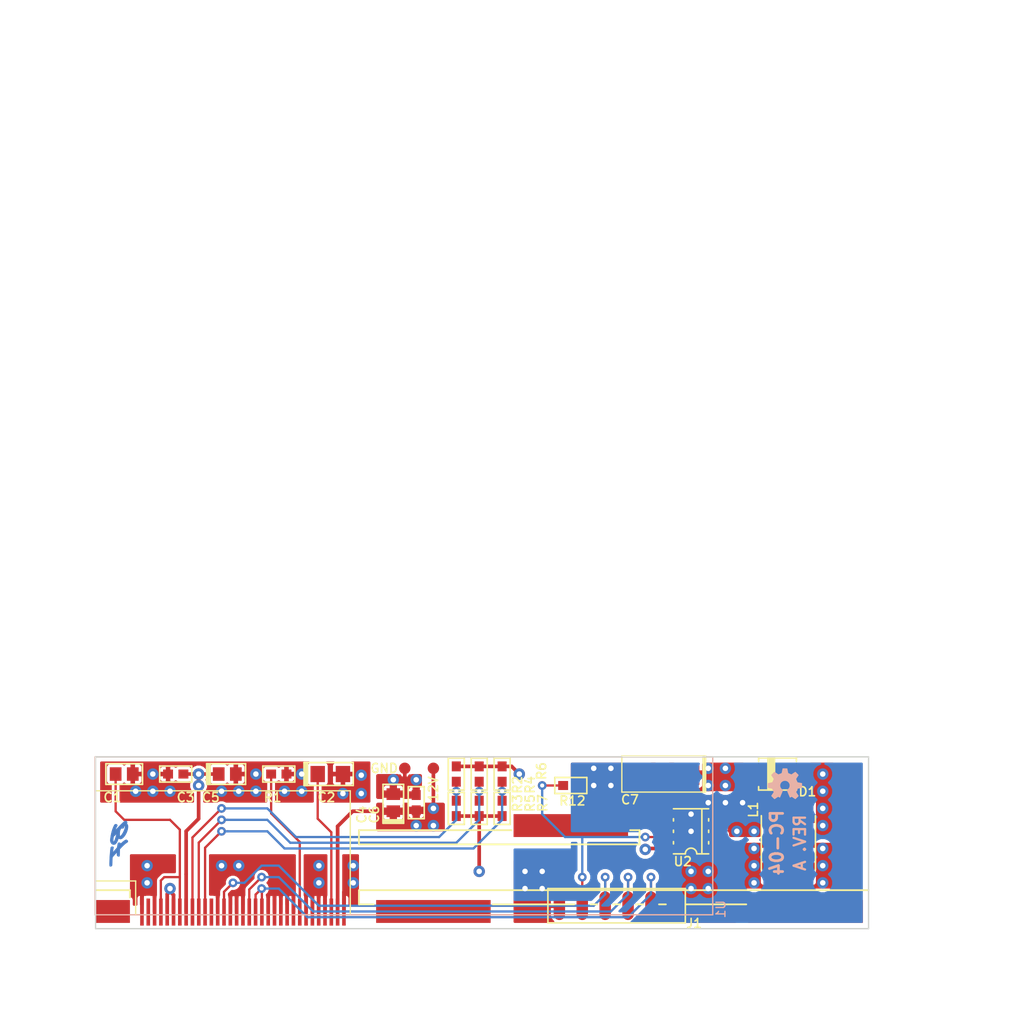
<source format=kicad_pcb>
(kicad_pcb (version 4) (host pcbnew "(2016-05-03 BZR 6266)-product")

  (general
    (links 64)
    (no_connects 0)
    (area 102.794999 124.384999 188.670001 143.585001)
    (thickness 1.6)
    (drawings 25)
    (tracks 315)
    (zones 0)
    (modules 30)
    (nets 24)
  )

  (page USLetter)
  (title_block
    (title "Front Panel")
    (date 2016-07-13)
    (rev A)
    (comment 1 CLKV3-PC-04)
    (comment 2 -)
    (comment 3 "Alarm clock (V3)")
  )

  (layers
    (0 F.Cu signal)
    (1 GND power)
    (2 Power power)
    (31 B.Cu signal)
    (32 B.Adhes user)
    (33 F.Adhes user)
    (34 B.Paste user)
    (35 F.Paste user)
    (36 B.SilkS user)
    (37 F.SilkS user)
    (38 B.Mask user)
    (39 F.Mask user)
    (40 Dwgs.User user)
    (41 Cmts.User user)
    (42 Eco1.User user)
    (43 Eco2.User user)
    (44 Edge.Cuts user)
    (45 Margin user)
    (46 B.CrtYd user)
    (47 F.CrtYd user)
    (48 B.Fab user)
    (49 F.Fab user)
  )

  (setup
    (last_trace_width 0.254)
    (trace_clearance 0.254)
    (zone_clearance 0.4064)
    (zone_45_only no)
    (trace_min 0.2)
    (segment_width 0.2)
    (edge_width 0.15)
    (via_size 0.9652)
    (via_drill 0.4572)
    (via_min_size 0.4)
    (via_min_drill 0.3)
    (uvia_size 0.3)
    (uvia_drill 0.1)
    (uvias_allowed no)
    (uvia_min_size 0)
    (uvia_min_drill 0)
    (pcb_text_width 0.3)
    (pcb_text_size 1.5 1.5)
    (mod_edge_width 0.15)
    (mod_text_size 1 1)
    (mod_text_width 0.15)
    (pad_size 1.524 1.524)
    (pad_drill 0.762)
    (pad_to_mask_clearance 0.127)
    (aux_axis_origin 102.87 143.51)
    (grid_origin 102.87 143.51)
    (visible_elements FFFFFF7F)
    (pcbplotparams
      (layerselection 0x00030_80000001)
      (usegerberextensions false)
      (excludeedgelayer true)
      (linewidth 0.100000)
      (plotframeref false)
      (viasonmask false)
      (mode 1)
      (useauxorigin false)
      (hpglpennumber 1)
      (hpglpenspeed 20)
      (hpglpendiameter 15)
      (hpglpenoverlay 2)
      (psnegative false)
      (psa4output false)
      (plotreference true)
      (plotvalue true)
      (plotinvisibletext false)
      (padsonsilk false)
      (subtractmaskfromsilk false)
      (outputformat 1)
      (mirror false)
      (drillshape 1)
      (scaleselection 1)
      (outputdirectory ""))
  )

  (net 0 "")
  (net 1 GND)
  (net 2 "Net-(U1-Pad2)")
  (net 3 "Net-(R1-Pad1)")
  (net 4 /SDA)
  (net 5 /SCL)
  (net 6 /RESET)
  (net 7 +5V)
  (net 8 "Net-(C1-Pad2)")
  (net 9 "Net-(C2-PadA)")
  (net 10 +12V)
  (net 11 "Net-(R6-Pad2)")
  (net 12 "Net-(R4-Pad2)")
  (net 13 "Net-(R2-Pad2)")
  (net 14 /VCC_EN)
  (net 15 "Net-(J2-Pad1)")
  (net 16 "Net-(J3-Pad1)")
  (net 17 "Net-(J4-Pad1)")
  (net 18 /SW_12V)
  (net 19 "Net-(J5-Pad1)")
  (net 20 "Net-(U2-Pad2)")
  (net 21 "Net-(U2-Pad6)")
  (net 22 "Net-(U2-Pad5)")
  (net 23 "Net-(U1-Pad12)")

  (net_class Default "This is the default net class."
    (clearance 0.254)
    (trace_width 0.254)
    (via_dia 0.9652)
    (via_drill 0.4572)
    (uvia_dia 0.3)
    (uvia_drill 0.1)
    (add_net /RESET)
    (add_net /SCL)
    (add_net /SDA)
    (add_net /VCC_EN)
    (add_net "Net-(C1-Pad2)")
    (add_net "Net-(C2-PadA)")
    (add_net "Net-(J2-Pad1)")
    (add_net "Net-(J3-Pad1)")
    (add_net "Net-(J4-Pad1)")
    (add_net "Net-(J5-Pad1)")
    (add_net "Net-(R1-Pad1)")
    (add_net "Net-(R2-Pad2)")
    (add_net "Net-(R4-Pad2)")
    (add_net "Net-(R6-Pad2)")
    (add_net "Net-(U1-Pad12)")
    (add_net "Net-(U1-Pad2)")
    (add_net "Net-(U2-Pad2)")
    (add_net "Net-(U2-Pad5)")
    (add_net "Net-(U2-Pad6)")
  )

  (net_class Power ""
    (clearance 0.254)
    (trace_width 0.4064)
    (via_dia 1.27)
    (via_drill 0.6096)
    (uvia_dia 0.3)
    (uvia_drill 0.1)
    (add_net +12V)
    (add_net +5V)
    (add_net /SW_12V)
    (add_net GND)
  )

  (module Symbols:Gauge-X-100mm (layer B.Cu) (tedit 55092799) (tstamp 5786F5E3)
    (at 96.52 143.51 90)
    (descr "Gauge, Massstab, 100mm, SilkScreenTop, Type 1,")
    (tags "Gauge, Massstab, 100mm, SilkScreenTop, Type 1,")
    (fp_text reference REF** (at 0 -3.81 90) (layer Eco1.User) hide
      (effects (font (size 0.5 0.5) (thickness 0.1)))
    )
    (fp_text value VAL** (at 0 -4.445 90) (layer Eco1.User) hide
      (effects (font (size 0.5 0.5) (thickness 0.1)))
    )
    (fp_text user 100mm (at 100.1014 -3.20294 90) (layer Eco1.User)
      (effects (font (size 1 1) (thickness 0.15)))
    )
    (fp_text user 90 (at 90.10142 -3.20294 90) (layer Eco1.User)
      (effects (font (size 1 1) (thickness 0.15)))
    )
    (fp_text user 80 (at 79.99984 -3.40106 90) (layer Eco1.User)
      (effects (font (size 1 1) (thickness 0.15)))
    )
    (fp_text user 70 (at 69.99986 -3.302 90) (layer Eco1.User)
      (effects (font (size 1 1) (thickness 0.15)))
    )
    (fp_text user 60 (at 59.99988 -3.10134 90) (layer Eco1.User)
      (effects (font (size 1 1) (thickness 0.15)))
    )
    (fp_text user 50 (at 49.9999 -3.10134 90) (layer Eco1.User)
      (effects (font (size 1 1) (thickness 0.15)))
    )
    (fp_text user 40 (at 39.99992 -3.10134 90) (layer Eco1.User)
      (effects (font (size 1 1) (thickness 0.15)))
    )
    (fp_text user 30 (at 29.99994 -2.99974 90) (layer Eco1.User)
      (effects (font (size 1 1) (thickness 0.15)))
    )
    (fp_text user 20 (at 20.09902 -2.90068 90) (layer Eco1.User)
      (effects (font (size 1 1) (thickness 0.15)))
    )
    (fp_line (start 95.00108 0) (end 95.00108 -1.00076) (layer Eco1.User) (width 0.15))
    (fp_line (start 89.99982 0) (end 89.99982 -1.99898) (layer Eco1.User) (width 0.15))
    (fp_line (start 85.0011 0) (end 85.0011 -1.00076) (layer Eco1.User) (width 0.15))
    (fp_line (start 79.99984 0) (end 79.99984 -1.99898) (layer Eco1.User) (width 0.15))
    (fp_line (start 75.00112 0) (end 75.00112 -1.00076) (layer Eco1.User) (width 0.15))
    (fp_line (start 69.99986 0) (end 69.99986 -1.99898) (layer Eco1.User) (width 0.15))
    (fp_line (start 65.00114 0) (end 65.00114 -1.00076) (layer Eco1.User) (width 0.15))
    (fp_line (start 59.99988 0) (end 59.99988 -1.99898) (layer Eco1.User) (width 0.15))
    (fp_line (start 55.00116 0) (end 55.00116 -1.00076) (layer Eco1.User) (width 0.15))
    (fp_line (start 49.9999 0) (end 49.9999 -1.99898) (layer Eco1.User) (width 0.15))
    (fp_line (start 45.00118 0) (end 45.00118 -1.00076) (layer Eco1.User) (width 0.15))
    (fp_line (start 39.99992 0) (end 39.99992 -1.99898) (layer Eco1.User) (width 0.15))
    (fp_line (start 35.0012 0) (end 35.0012 -1.00076) (layer Eco1.User) (width 0.15))
    (fp_line (start 29.99994 0) (end 29.99994 -1.99898) (layer Eco1.User) (width 0.15))
    (fp_line (start 25.00122 0) (end 25.00122 -1.00076) (layer Eco1.User) (width 0.15))
    (fp_line (start 19.99996 0) (end 19.99996 -1.99898) (layer Eco1.User) (width 0.15))
    (fp_line (start 15.00124 0) (end 15.00124 -1.00076) (layer Eco1.User) (width 0.15))
    (fp_line (start 9.99998 0) (end 99.9998 0) (layer Eco1.User) (width 0.15))
    (fp_line (start 99.9998 0) (end 99.9998 -1.99898) (layer Eco1.User) (width 0.15))
    (fp_text user 5 (at 4.99872 -2.90068 90) (layer Eco1.User)
      (effects (font (size 1 1) (thickness 0.15)))
    )
    (fp_text user 0 (at 0 -2.79908 90) (layer Eco1.User)
      (effects (font (size 1 1) (thickness 0.15)))
    )
    (fp_text user 10mm (at 9.99998 -2.70002 90) (layer Eco1.User)
      (effects (font (size 1 1) (thickness 0.15)))
    )
    (fp_line (start 8.99922 0) (end 8.99922 -1.00076) (layer Eco1.User) (width 0.15))
    (fp_line (start 8.001 0) (end 8.001 -1.00076) (layer Eco1.User) (width 0.15))
    (fp_line (start 7.00024 0) (end 7.00024 -1.00076) (layer Eco1.User) (width 0.15))
    (fp_line (start 5.99948 0) (end 5.99948 -1.00076) (layer Eco1.User) (width 0.15))
    (fp_line (start 4.0005 0) (end 4.0005 -1.00076) (layer Eco1.User) (width 0.15))
    (fp_line (start 2.99974 0) (end 2.99974 -1.00076) (layer Eco1.User) (width 0.15))
    (fp_line (start 1.99898 0) (end 1.99898 -1.00076) (layer Eco1.User) (width 0.15))
    (fp_line (start 1.00076 0) (end 1.00076 -1.00076) (layer Eco1.User) (width 0.15))
    (fp_line (start 5.00126 0) (end 5.00126 -1.99898) (layer Eco1.User) (width 0.15))
    (fp_line (start 0 0) (end 0 -1.99898) (layer Eco1.User) (width 0.15))
    (fp_line (start 0 0) (end 9.99998 0) (layer Eco1.User) (width 0.15))
    (fp_line (start 9.99998 0) (end 9.99998 -1.99898) (layer Eco1.User) (width 0.15))
  )

  (module Misc:LCD-ER-OLED1602 locked (layer B.Cu) (tedit 57861836) (tstamp 56304497)
    (at 139.065 133.223 180)
    (path /562D37B8)
    (fp_text reference U1 (at -33.147 -8.128 270) (layer B.SilkS)
      (effects (font (size 1 1) (thickness 0.15)) (justify mirror))
    )
    (fp_text value ER-OLED1602-4W (at 0 -10.75 180) (layer B.Fab) hide
      (effects (font (size 1 1) (thickness 0.15)) (justify mirror))
    )
    (fp_line (start 7.95 -8.75) (end 8.2 -8.75) (layer F.SilkS) (width 0.15))
    (fp_line (start 31.75 -8.75) (end 31.5 -8.75) (layer F.SilkS) (width 0.15))
    (fp_line (start 31.75 -5) (end 36.25 -5) (layer F.SilkS) (width 0.15))
    (fp_line (start 31.75 -8.75) (end 31.75 -5) (layer F.SilkS) (width 0.15))
    (fp_line (start 7.95 5) (end 7.95 -8.75) (layer F.SilkS) (width 0.15))
    (fp_line (start 36.25 5) (end 7.95 5) (layer F.SilkS) (width 0.15))
    (fp_line (start 36.25 -8.75) (end 36.25 8.75) (layer B.SilkS) (width 0.15))
    (fp_line (start -32.25 -8.75) (end 36.25 -8.75) (layer B.SilkS) (width 0.15))
    (fp_line (start -32.25 8.75) (end 36.25 8.75) (layer B.SilkS) (width 0.15))
    (fp_line (start -32.25 -8.75) (end -32.25 8.75) (layer B.SilkS) (width 0.15))
    (pad 16 smd rect (at 20.55 -8.45 180) (size 0.4 3) (layers F.Cu F.Paste F.Mask)
      (net 1 GND))
    (pad 15 smd rect (at 21.25 -8.45 180) (size 0.4 3) (layers F.Cu F.Paste F.Mask)
      (net 1 GND))
    (pad 14 smd rect (at 21.95 -8.45 180) (size 0.4 3) (layers F.Cu F.Paste F.Mask)
      (net 6 /RESET))
    (pad 13 smd rect (at 22.65 -8.45 180) (size 0.4 3) (layers F.Cu F.Paste F.Mask)
      (net 1 GND))
    (pad 12 smd rect (at 23.35 -8.45 180) (size 0.4 3) (layers F.Cu F.Paste F.Mask)
      (net 23 "Net-(U1-Pad12)"))
    (pad 11 smd rect (at 24.05 -8.45 180) (size 0.4 3) (layers F.Cu F.Paste F.Mask)
      (net 11 "Net-(R6-Pad2)"))
    (pad 10 smd rect (at 24.75 -8.45 180) (size 0.4 3) (layers F.Cu F.Paste F.Mask)
      (net 12 "Net-(R4-Pad2)"))
    (pad 9 smd rect (at 25.45 -8.45 180) (size 0.4 3) (layers F.Cu F.Paste F.Mask)
      (net 13 "Net-(R2-Pad2)"))
    (pad 8 smd rect (at 26.15 -8.45 180) (size 0.4 3) (layers F.Cu F.Paste F.Mask)
      (net 7 +5V))
    (pad 7 smd rect (at 26.85 -8.45 180) (size 0.4 3) (layers F.Cu F.Paste F.Mask)
      (net 8 "Net-(C1-Pad2)"))
    (pad 6 smd rect (at 27.55 -8.45 180) (size 0.4 3) (layers F.Cu F.Paste F.Mask)
      (net 7 +5V))
    (pad 5 smd rect (at 28.25 -8.45 180) (size 0.4 3) (layers F.Cu F.Paste F.Mask)
      (net 7 +5V))
    (pad 4 smd rect (at 28.95 -8.45 180) (size 0.4 3) (layers F.Cu F.Paste F.Mask)
      (net 8 "Net-(C1-Pad2)"))
    (pad 3 smd rect (at 29.65 -8.45 180) (size 0.4 3) (layers F.Cu F.Paste F.Mask)
      (net 1 GND))
    (pad 2 smd rect (at 30.35 -8.45 180) (size 0.4 3) (layers F.Cu F.Paste F.Mask)
      (net 2 "Net-(U1-Pad2)"))
    (pad 30 smd rect (at 10.75 -8.45 180) (size 0.4 3) (layers F.Cu F.Paste F.Mask)
      (net 1 GND))
    (pad 29 smd rect (at 11.45 -8.45 180) (size 0.4 3) (layers F.Cu F.Paste F.Mask)
      (net 1 GND))
    (pad 28 smd rect (at 12.15 -8.45 180) (size 0.4 3) (layers F.Cu F.Paste F.Mask)
      (net 1 GND))
    (pad 27 smd rect (at 12.85 -8.45 180) (size 0.4 3) (layers F.Cu F.Paste F.Mask)
      (net 1 GND))
    (pad 26 smd rect (at 13.55 -8.45 180) (size 0.4 3) (layers F.Cu F.Paste F.Mask)
      (net 3 "Net-(R1-Pad1)"))
    (pad 25 smd rect (at 14.25 -8.45 180) (size 0.4 3) (layers F.Cu F.Paste F.Mask)
      (net 1 GND))
    (pad 24 smd rect (at 14.95 -8.45 180) (size 0.4 3) (layers F.Cu F.Paste F.Mask)
      (net 1 GND))
    (pad 23 smd rect (at 15.65 -8.45 180) (size 0.4 3) (layers F.Cu F.Paste F.Mask)
      (net 1 GND))
    (pad 22 smd rect (at 16.35 -8.45 180) (size 0.4 3) (layers F.Cu F.Paste F.Mask)
      (net 1 GND))
    (pad 21 smd rect (at 17.05 -8.45 180) (size 0.4 3) (layers F.Cu F.Paste F.Mask)
      (net 1 GND))
    (pad 20 smd rect (at 17.75 -8.45 180) (size 0.4 3) (layers F.Cu F.Paste F.Mask)
      (net 4 /SDA))
    (pad 19 smd rect (at 18.45 -8.45 180) (size 0.4 3) (layers F.Cu F.Paste F.Mask)
      (net 4 /SDA))
    (pad 18 smd rect (at 19.15 -8.45 180) (size 0.4 3) (layers F.Cu F.Paste F.Mask)
      (net 5 /SCL))
    (pad 17 smd rect (at 19.85 -8.45 180) (size 0.4 3) (layers F.Cu F.Paste F.Mask)
      (net 1 GND))
    (pad 31 smd rect (at 10.05 -8.45 180) (size 0.4 3) (layers F.Cu F.Paste F.Mask)
      (net 9 "Net-(C2-PadA)"))
    (pad 32 smd rect (at 9.35 -8.45 180) (size 0.4 3) (layers F.Cu F.Paste F.Mask)
      (net 10 +12V))
    (pad 33 smd rect (at 8.65 -8.45 180) (size 0.4 3) (layers F.Cu F.Paste F.Mask)
      (net 1 GND))
    (pad 1 smd rect (at 31.05 -8.45 180) (size 0.4 3) (layers F.Cu F.Paste F.Mask)
      (net 1 GND))
  )

  (module SMT:CPL-1206 (layer F.Cu) (tedit 55055ABE) (tstamp 57847AEC)
    (at 128.905 126.365)
    (descr "1206 (3216 metric)")
    (tags "smt 1206")
    (path /577BF367)
    (fp_text reference C2 (at -1.524 3.175) (layer F.SilkS)
      (effects (font (size 1 1) (thickness 0.18)) (justify left bottom))
    )
    (fp_text value 4.7uF (at 0 2.413) (layer F.SilkS) hide
      (effects (font (size 1 1) (thickness 0.18)))
    )
    (fp_line (start -1.524 -0.762) (end 1.524 -0.762) (layer Dwgs.User) (width 0.05))
    (fp_line (start 1.524 -0.762) (end 1.524 0.762) (layer Dwgs.User) (width 0.05))
    (fp_line (start -2.54 -1.27) (end 2.54 -1.27) (layer F.CrtYd) (width 0.05))
    (fp_line (start 2.54 -1.27) (end 2.54 1.27) (layer F.CrtYd) (width 0.05))
    (fp_line (start 2.54 1.27) (end -2.54 1.27) (layer F.CrtYd) (width 0.05))
    (fp_line (start -2.54 1.27) (end -2.54 -1.27) (layer F.CrtYd) (width 0.05))
    (fp_line (start -2.921 1.27) (end 2.54 1.27) (layer F.SilkS) (width 0.18))
    (fp_line (start 2.54 1.27) (end 2.54 -1.27) (layer F.SilkS) (width 0.18))
    (fp_line (start 2.54 -1.27) (end -2.921 -1.27) (layer F.SilkS) (width 0.18))
    (fp_line (start -2.54 -1.27) (end -2.54 1.27) (layer F.SilkS) (width 0.18))
    (fp_line (start -2.667 -1.27) (end -2.667 1.27) (layer F.SilkS) (width 0.18))
    (fp_line (start -2.794 -1.27) (end -2.794 1.27) (layer F.SilkS) (width 0.18))
    (fp_line (start -2.921 -1.27) (end -2.921 1.27) (layer F.SilkS) (width 0.18))
    (fp_line (start -1.524 0.762) (end 1.524 0.762) (layer Dwgs.User) (width 0.05))
    (fp_line (start -1.524 -0.762) (end -1.524 0.762) (layer Dwgs.User) (width 0.05))
    (pad A smd rect (at -1.4 0) (size 1.6 1.8) (layers F.Cu F.Paste F.Mask)
      (net 9 "Net-(C2-PadA)"))
    (pad K smd rect (at 1.4 0) (size 1.6 1.8) (layers F.Cu F.Paste F.Mask)
      (net 1 GND))
    (model smt.pretty/CPL-1206.wrl
      (at (xyz 0 0 0))
      (scale (xyz 1 1 1))
      (rotate (xyz 0 0 0))
    )
  )

  (module SMT:C-0805 (layer F.Cu) (tedit 54F143BB) (tstamp 577BFA18)
    (at 106.045 126.365 180)
    (descr "0805 (2012 metric)")
    (tags "smt 0805")
    (path /577C0D7D)
    (fp_text reference C1 (at 2.413 -3.175 180) (layer F.SilkS)
      (effects (font (size 1 1) (thickness 0.18)) (justify left bottom))
    )
    (fp_text value 1uF (at -0.127 2.159 180) (layer F.SilkS) hide
      (effects (font (size 1 1) (thickness 0.18)))
    )
    (fp_line (start -1.016 -0.635) (end 1.016 -0.635) (layer Dwgs.User) (width 0.05))
    (fp_line (start 1.016 -0.635) (end 1.016 0.635) (layer Dwgs.User) (width 0.05))
    (fp_line (start 1.016 0.635) (end -1.016 0.635) (layer Dwgs.User) (width 0.05))
    (fp_line (start -1.016 0.635) (end -1.016 -0.635) (layer Dwgs.User) (width 0.05))
    (fp_line (start -2.032 -1.143) (end 2.032 -1.143) (layer F.CrtYd) (width 0.05))
    (fp_line (start 2.032 -1.143) (end 2.032 1.143) (layer F.CrtYd) (width 0.05))
    (fp_line (start 2.032 1.143) (end -2.032 1.143) (layer F.CrtYd) (width 0.05))
    (fp_line (start -2.032 1.143) (end -2.032 -1.143) (layer F.CrtYd) (width 0.05))
    (fp_line (start -2.032 1.143) (end 2.032 1.143) (layer F.SilkS) (width 0.18))
    (fp_line (start 2.032 1.143) (end 2.032 -1.143) (layer F.SilkS) (width 0.18))
    (fp_line (start 2.032 -1.143) (end -2.032 -1.143) (layer F.SilkS) (width 0.18))
    (fp_line (start -2.032 -1.143) (end -2.032 1.143) (layer F.SilkS) (width 0.18))
    (pad 1 smd rect (at -0.95 0 180) (size 1.3 1.5) (layers F.Cu F.Paste F.Mask)
      (net 1 GND))
    (pad 2 smd rect (at 0.95 0 180) (size 1.3 1.5) (layers F.Cu F.Paste F.Mask)
      (net 8 "Net-(C1-Pad2)"))
    (model smt.pretty/C-0805.wrl
      (at (xyz 0 0 0))
      (scale (xyz 1 1 0.8))
      (rotate (xyz 0 0 0))
    )
  )

  (module SMT:C-0603 (layer F.Cu) (tedit 54F14543) (tstamp 577BFA24)
    (at 111.76 126.365)
    (descr "0603 (1608 metric)")
    (tags "smt 0603")
    (path /577BF6EE)
    (fp_text reference C3 (at 0 3.175 180) (layer F.SilkS)
      (effects (font (size 1 1) (thickness 0.18)) (justify left bottom))
    )
    (fp_text value 100nF (at 0 2.032) (layer F.SilkS) hide
      (effects (font (size 1 1) (thickness 0.18)))
    )
    (fp_line (start -0.762 -0.381) (end 0.762 -0.381) (layer Dwgs.User) (width 0.05))
    (fp_line (start 0.762 -0.381) (end 0.762 0.381) (layer Dwgs.User) (width 0.05))
    (fp_line (start 0.762 0.381) (end -0.762 0.381) (layer Dwgs.User) (width 0.05))
    (fp_line (start -0.762 0.381) (end -0.762 -0.381) (layer Dwgs.User) (width 0.05))
    (fp_line (start -1.778 -0.889) (end 1.778 -0.889) (layer F.CrtYd) (width 0.05))
    (fp_line (start 1.778 -0.889) (end 1.778 0.889) (layer F.CrtYd) (width 0.05))
    (fp_line (start 1.778 0.889) (end -1.778 0.889) (layer F.CrtYd) (width 0.05))
    (fp_line (start -1.778 0.889) (end -1.778 -0.889) (layer F.CrtYd) (width 0.05))
    (fp_line (start -1.778 -0.889) (end 1.778 -0.889) (layer F.SilkS) (width 0.18))
    (fp_line (start 1.778 -0.889) (end 1.778 0.889) (layer F.SilkS) (width 0.18))
    (fp_line (start 1.778 0.889) (end -1.778 0.889) (layer F.SilkS) (width 0.18))
    (fp_line (start -1.778 0.889) (end -1.778 -0.889) (layer F.SilkS) (width 0.18))
    (pad 1 smd rect (at -0.85 0) (size 1.1 1) (layers F.Cu F.Paste F.Mask)
      (net 1 GND))
    (pad 2 smd rect (at 0.85 0) (size 1.1 1) (layers F.Cu F.Paste F.Mask)
      (net 7 +5V))
    (model smt.pretty/C-0603.wrl
      (at (xyz 0 0 0))
      (scale (xyz 1 1 0.8))
      (rotate (xyz 0 0 0))
    )
  )

  (module SMT:R-0603 (layer F.Cu) (tedit 54F147CB) (tstamp 577C4E19)
    (at 142.875 126.365 270)
    (descr "0603 (1608 metric)")
    (tags "smt 0603")
    (path /577C70B1)
    (fp_text reference R2 (at 2.286 -7.366 270) (layer F.SilkS)
      (effects (font (size 1 1) (thickness 0.18)) (justify left bottom))
    )
    (fp_text value DNP (at 0 2.032 270) (layer F.SilkS) hide
      (effects (font (size 1 1) (thickness 0.18)))
    )
    (fp_line (start -0.762 -0.381) (end 0.762 -0.381) (layer Dwgs.User) (width 0.05))
    (fp_line (start 0.762 -0.381) (end 0.762 0.381) (layer Dwgs.User) (width 0.05))
    (fp_line (start 0.762 0.381) (end -0.762 0.381) (layer Dwgs.User) (width 0.05))
    (fp_line (start -0.762 0.381) (end -0.762 -0.381) (layer Dwgs.User) (width 0.05))
    (fp_line (start -1.778 -0.889) (end 1.778 -0.889) (layer F.CrtYd) (width 0.05))
    (fp_line (start 1.778 -0.889) (end 1.778 0.889) (layer F.CrtYd) (width 0.05))
    (fp_line (start 1.778 0.889) (end -1.778 0.889) (layer F.CrtYd) (width 0.05))
    (fp_line (start -1.778 0.889) (end -1.778 -0.889) (layer F.CrtYd) (width 0.05))
    (fp_line (start -1.778 -0.889) (end 1.778 -0.889) (layer F.SilkS) (width 0.18))
    (fp_line (start 1.778 -0.889) (end 1.778 0.889) (layer F.SilkS) (width 0.18))
    (fp_line (start 1.778 0.889) (end -1.778 0.889) (layer F.SilkS) (width 0.18))
    (fp_line (start -1.778 0.889) (end -1.778 -0.889) (layer F.SilkS) (width 0.18))
    (pad 1 smd rect (at -0.85 0 270) (size 1.1 1) (layers F.Cu F.Paste F.Mask)
      (net 7 +5V))
    (pad 2 smd rect (at 0.85 0 270) (size 1.1 1) (layers F.Cu F.Paste F.Mask)
      (net 13 "Net-(R2-Pad2)"))
    (model smt.pretty/R-0603.wrl
      (at (xyz 0 0 0))
      (scale (xyz 1 1 1))
      (rotate (xyz 0 0 0))
    )
  )

  (module SMT:R-0603 (layer F.Cu) (tedit 54F147CB) (tstamp 577C4E1F)
    (at 142.875 130.175 270)
    (descr "0603 (1608 metric)")
    (tags "smt 0603")
    (path /577C6EFE)
    (fp_text reference R3 (at 0.508 -7.366 270) (layer F.SilkS)
      (effects (font (size 1 1) (thickness 0.18)) (justify left bottom))
    )
    (fp_text value 0 (at 0 2.032 270) (layer F.SilkS) hide
      (effects (font (size 1 1) (thickness 0.18)))
    )
    (fp_line (start -0.762 -0.381) (end 0.762 -0.381) (layer Dwgs.User) (width 0.05))
    (fp_line (start 0.762 -0.381) (end 0.762 0.381) (layer Dwgs.User) (width 0.05))
    (fp_line (start 0.762 0.381) (end -0.762 0.381) (layer Dwgs.User) (width 0.05))
    (fp_line (start -0.762 0.381) (end -0.762 -0.381) (layer Dwgs.User) (width 0.05))
    (fp_line (start -1.778 -0.889) (end 1.778 -0.889) (layer F.CrtYd) (width 0.05))
    (fp_line (start 1.778 -0.889) (end 1.778 0.889) (layer F.CrtYd) (width 0.05))
    (fp_line (start 1.778 0.889) (end -1.778 0.889) (layer F.CrtYd) (width 0.05))
    (fp_line (start -1.778 0.889) (end -1.778 -0.889) (layer F.CrtYd) (width 0.05))
    (fp_line (start -1.778 -0.889) (end 1.778 -0.889) (layer F.SilkS) (width 0.18))
    (fp_line (start 1.778 -0.889) (end 1.778 0.889) (layer F.SilkS) (width 0.18))
    (fp_line (start 1.778 0.889) (end -1.778 0.889) (layer F.SilkS) (width 0.18))
    (fp_line (start -1.778 0.889) (end -1.778 -0.889) (layer F.SilkS) (width 0.18))
    (pad 1 smd rect (at -0.85 0 270) (size 1.1 1) (layers F.Cu F.Paste F.Mask)
      (net 13 "Net-(R2-Pad2)"))
    (pad 2 smd rect (at 0.85 0 270) (size 1.1 1) (layers F.Cu F.Paste F.Mask)
      (net 1 GND))
    (model smt.pretty/R-0603.wrl
      (at (xyz 0 0 0))
      (scale (xyz 1 1 1))
      (rotate (xyz 0 0 0))
    )
  )

  (module SMT:R-0603 (layer F.Cu) (tedit 54F147CB) (tstamp 577C4E25)
    (at 145.415 126.365 270)
    (descr "0603 (1608 metric)")
    (tags "smt 0603")
    (path /577C711F)
    (fp_text reference R4 (at 2.286 -6.223 270) (layer F.SilkS)
      (effects (font (size 1 1) (thickness 0.18)) (justify left bottom))
    )
    (fp_text value 0 (at 0 2.032 270) (layer F.SilkS) hide
      (effects (font (size 1 1) (thickness 0.18)))
    )
    (fp_line (start -0.762 -0.381) (end 0.762 -0.381) (layer Dwgs.User) (width 0.05))
    (fp_line (start 0.762 -0.381) (end 0.762 0.381) (layer Dwgs.User) (width 0.05))
    (fp_line (start 0.762 0.381) (end -0.762 0.381) (layer Dwgs.User) (width 0.05))
    (fp_line (start -0.762 0.381) (end -0.762 -0.381) (layer Dwgs.User) (width 0.05))
    (fp_line (start -1.778 -0.889) (end 1.778 -0.889) (layer F.CrtYd) (width 0.05))
    (fp_line (start 1.778 -0.889) (end 1.778 0.889) (layer F.CrtYd) (width 0.05))
    (fp_line (start 1.778 0.889) (end -1.778 0.889) (layer F.CrtYd) (width 0.05))
    (fp_line (start -1.778 0.889) (end -1.778 -0.889) (layer F.CrtYd) (width 0.05))
    (fp_line (start -1.778 -0.889) (end 1.778 -0.889) (layer F.SilkS) (width 0.18))
    (fp_line (start 1.778 -0.889) (end 1.778 0.889) (layer F.SilkS) (width 0.18))
    (fp_line (start 1.778 0.889) (end -1.778 0.889) (layer F.SilkS) (width 0.18))
    (fp_line (start -1.778 0.889) (end -1.778 -0.889) (layer F.SilkS) (width 0.18))
    (pad 1 smd rect (at -0.85 0 270) (size 1.1 1) (layers F.Cu F.Paste F.Mask)
      (net 7 +5V))
    (pad 2 smd rect (at 0.85 0 270) (size 1.1 1) (layers F.Cu F.Paste F.Mask)
      (net 12 "Net-(R4-Pad2)"))
    (model smt.pretty/R-0603.wrl
      (at (xyz 0 0 0))
      (scale (xyz 1 1 1))
      (rotate (xyz 0 0 0))
    )
  )

  (module SMT:R-0603 (layer F.Cu) (tedit 54F147CB) (tstamp 577C4E2B)
    (at 145.415 130.175 270)
    (descr "0603 (1608 metric)")
    (tags "smt 0603")
    (path /577C701A)
    (fp_text reference R5 (at 0.508 -6.223 270) (layer F.SilkS)
      (effects (font (size 1 1) (thickness 0.18)) (justify left bottom))
    )
    (fp_text value DNP (at 0 2.032 270) (layer F.SilkS) hide
      (effects (font (size 1 1) (thickness 0.18)))
    )
    (fp_line (start -0.762 -0.381) (end 0.762 -0.381) (layer Dwgs.User) (width 0.05))
    (fp_line (start 0.762 -0.381) (end 0.762 0.381) (layer Dwgs.User) (width 0.05))
    (fp_line (start 0.762 0.381) (end -0.762 0.381) (layer Dwgs.User) (width 0.05))
    (fp_line (start -0.762 0.381) (end -0.762 -0.381) (layer Dwgs.User) (width 0.05))
    (fp_line (start -1.778 -0.889) (end 1.778 -0.889) (layer F.CrtYd) (width 0.05))
    (fp_line (start 1.778 -0.889) (end 1.778 0.889) (layer F.CrtYd) (width 0.05))
    (fp_line (start 1.778 0.889) (end -1.778 0.889) (layer F.CrtYd) (width 0.05))
    (fp_line (start -1.778 0.889) (end -1.778 -0.889) (layer F.CrtYd) (width 0.05))
    (fp_line (start -1.778 -0.889) (end 1.778 -0.889) (layer F.SilkS) (width 0.18))
    (fp_line (start 1.778 -0.889) (end 1.778 0.889) (layer F.SilkS) (width 0.18))
    (fp_line (start 1.778 0.889) (end -1.778 0.889) (layer F.SilkS) (width 0.18))
    (fp_line (start -1.778 0.889) (end -1.778 -0.889) (layer F.SilkS) (width 0.18))
    (pad 1 smd rect (at -0.85 0 270) (size 1.1 1) (layers F.Cu F.Paste F.Mask)
      (net 12 "Net-(R4-Pad2)"))
    (pad 2 smd rect (at 0.85 0 270) (size 1.1 1) (layers F.Cu F.Paste F.Mask)
      (net 1 GND))
    (model smt.pretty/R-0603.wrl
      (at (xyz 0 0 0))
      (scale (xyz 1 1 1))
      (rotate (xyz 0 0 0))
    )
  )

  (module SMT:R-0603 (layer F.Cu) (tedit 54F147CB) (tstamp 577C4E31)
    (at 147.955 126.365 270)
    (descr "0603 (1608 metric)")
    (tags "smt 0603")
    (path /577C717A)
    (fp_text reference R6 (at 0.762 -4.953 270) (layer F.SilkS)
      (effects (font (size 1 1) (thickness 0.18)) (justify left bottom))
    )
    (fp_text value DNP (at 0 2.032 270) (layer F.SilkS) hide
      (effects (font (size 1 1) (thickness 0.18)))
    )
    (fp_line (start -0.762 -0.381) (end 0.762 -0.381) (layer Dwgs.User) (width 0.05))
    (fp_line (start 0.762 -0.381) (end 0.762 0.381) (layer Dwgs.User) (width 0.05))
    (fp_line (start 0.762 0.381) (end -0.762 0.381) (layer Dwgs.User) (width 0.05))
    (fp_line (start -0.762 0.381) (end -0.762 -0.381) (layer Dwgs.User) (width 0.05))
    (fp_line (start -1.778 -0.889) (end 1.778 -0.889) (layer F.CrtYd) (width 0.05))
    (fp_line (start 1.778 -0.889) (end 1.778 0.889) (layer F.CrtYd) (width 0.05))
    (fp_line (start 1.778 0.889) (end -1.778 0.889) (layer F.CrtYd) (width 0.05))
    (fp_line (start -1.778 0.889) (end -1.778 -0.889) (layer F.CrtYd) (width 0.05))
    (fp_line (start -1.778 -0.889) (end 1.778 -0.889) (layer F.SilkS) (width 0.18))
    (fp_line (start 1.778 -0.889) (end 1.778 0.889) (layer F.SilkS) (width 0.18))
    (fp_line (start 1.778 0.889) (end -1.778 0.889) (layer F.SilkS) (width 0.18))
    (fp_line (start -1.778 0.889) (end -1.778 -0.889) (layer F.SilkS) (width 0.18))
    (pad 1 smd rect (at -0.85 0 270) (size 1.1 1) (layers F.Cu F.Paste F.Mask)
      (net 7 +5V))
    (pad 2 smd rect (at 0.85 0 270) (size 1.1 1) (layers F.Cu F.Paste F.Mask)
      (net 11 "Net-(R6-Pad2)"))
    (model smt.pretty/R-0603.wrl
      (at (xyz 0 0 0))
      (scale (xyz 1 1 1))
      (rotate (xyz 0 0 0))
    )
  )

  (module SMT:R-0603 (layer F.Cu) (tedit 54F147CB) (tstamp 577C4E37)
    (at 147.955 130.175 270)
    (descr "0603 (1608 metric)")
    (tags "smt 0603")
    (path /577C7068)
    (fp_text reference R7 (at 0.508 -5.08 270) (layer F.SilkS)
      (effects (font (size 1 1) (thickness 0.18)) (justify left bottom))
    )
    (fp_text value 0 (at 0 2.032 270) (layer F.SilkS) hide
      (effects (font (size 1 1) (thickness 0.18)))
    )
    (fp_line (start -0.762 -0.381) (end 0.762 -0.381) (layer Dwgs.User) (width 0.05))
    (fp_line (start 0.762 -0.381) (end 0.762 0.381) (layer Dwgs.User) (width 0.05))
    (fp_line (start 0.762 0.381) (end -0.762 0.381) (layer Dwgs.User) (width 0.05))
    (fp_line (start -0.762 0.381) (end -0.762 -0.381) (layer Dwgs.User) (width 0.05))
    (fp_line (start -1.778 -0.889) (end 1.778 -0.889) (layer F.CrtYd) (width 0.05))
    (fp_line (start 1.778 -0.889) (end 1.778 0.889) (layer F.CrtYd) (width 0.05))
    (fp_line (start 1.778 0.889) (end -1.778 0.889) (layer F.CrtYd) (width 0.05))
    (fp_line (start -1.778 0.889) (end -1.778 -0.889) (layer F.CrtYd) (width 0.05))
    (fp_line (start -1.778 -0.889) (end 1.778 -0.889) (layer F.SilkS) (width 0.18))
    (fp_line (start 1.778 -0.889) (end 1.778 0.889) (layer F.SilkS) (width 0.18))
    (fp_line (start 1.778 0.889) (end -1.778 0.889) (layer F.SilkS) (width 0.18))
    (fp_line (start -1.778 0.889) (end -1.778 -0.889) (layer F.SilkS) (width 0.18))
    (pad 1 smd rect (at -0.85 0 270) (size 1.1 1) (layers F.Cu F.Paste F.Mask)
      (net 11 "Net-(R6-Pad2)"))
    (pad 2 smd rect (at 0.85 0 270) (size 1.1 1) (layers F.Cu F.Paste F.Mask)
      (net 1 GND))
    (model smt.pretty/R-0603.wrl
      (at (xyz 0 0 0))
      (scale (xyz 1 1 1))
      (rotate (xyz 0 0 0))
    )
  )

  (module SMT-SOIC:SOIC8 (layer F.Cu) (tedit 5786E31F) (tstamp 5783F9D8)
    (at 168.91 132.715 90)
    (descr "SOIC - 8 Pins (JEDEC MS-012AA)")
    (tags SOIC)
    (path /57872A62)
    (fp_text reference U2 (at -3.937 -2.032 180) (layer F.SilkS)
      (effects (font (size 1 1) (thickness 0.18)) (justify left bottom))
    )
    (fp_text value LT1109CS8-12 (at 3.937 0 180) (layer F.SilkS) hide
      (effects (font (size 1 1) (thickness 0.18)))
    )
    (fp_line (start 2.5 3) (end 2.5 -3) (layer Dwgs.User) (width 0.05))
    (fp_line (start -2.5 -3) (end -2.5 3) (layer Dwgs.User) (width 0.05))
    (fp_line (start -2.5 3) (end 2.5 3) (layer Dwgs.User) (width 0.05))
    (fp_line (start -3 -4.318) (end 3 -4.318) (layer F.CrtYd) (width 0.05))
    (fp_line (start 3 -4.318) (end 3 4.318) (layer F.CrtYd) (width 0.05))
    (fp_line (start 3 4.318) (end -3 4.318) (layer F.CrtYd) (width 0.05))
    (fp_line (start -3 4.318) (end -3 -4.318) (layer F.CrtYd) (width 0.05))
    (fp_line (start 2.5 -1.95) (end 2.5 1.95) (layer F.SilkS) (width 0.18))
    (fp_line (start -2.5 1.95) (end -2.5 0.635) (layer F.SilkS) (width 0.18))
    (fp_line (start -2.5 -0.635) (end -2.5 -1.95) (layer F.SilkS) (width 0.18))
    (fp_line (start 2.5 1.2) (end -2.5 1.2) (layer F.SilkS) (width 0.18))
    (fp_line (start -1.397 -1.95) (end -1.143 -1.95) (layer F.SilkS) (width 0.18))
    (fp_line (start -0.127 -1.95) (end 0.127 -1.95) (layer F.SilkS) (width 0.18))
    (fp_line (start 1.143 -1.95) (end 1.397 -1.95) (layer F.SilkS) (width 0.18))
    (fp_line (start -1.397 1.95) (end -1.143 1.95) (layer F.SilkS) (width 0.18))
    (fp_line (start -0.127 1.95) (end 0.127 1.95) (layer F.SilkS) (width 0.18))
    (fp_line (start 1.143 1.95) (end 1.397 1.95) (layer F.SilkS) (width 0.18))
    (fp_arc (start -2.5 0) (end -2.5 -0.635) (angle 180) (layer F.SilkS) (width 0.18))
    (fp_line (start -2.5 -3) (end 2.5 -3) (layer Dwgs.User) (width 0.05))
    (pad 2 smd rect (at -0.635 2.7 90) (size 0.6 2.2) (layers F.Cu F.Paste F.Mask)
      (net 20 "Net-(U2-Pad2)"))
    (pad 7 smd rect (at -0.635 -2.7 90) (size 0.6 2.2) (layers F.Cu F.Paste F.Mask)
      (net 14 /VCC_EN))
    (pad 1 smd rect (at -1.905 2.7 90) (size 0.6 2.2) (layers F.Cu F.Paste F.Mask)
      (net 7 +5V))
    (pad 3 smd rect (at 0.635 2.7 90) (size 0.6 2.2) (layers F.Cu F.Paste F.Mask)
      (net 18 /SW_12V))
    (pad 4 smd rect (at 1.905 2.7 90) (size 0.6 2.2) (layers F.Cu F.Paste F.Mask)
      (net 1 GND))
    (pad 8 smd rect (at -1.905 -2.7 90) (size 0.6 2.2) (layers F.Cu F.Paste F.Mask)
      (net 10 +12V))
    (pad 6 smd rect (at 0.635 -2.7 90) (size 0.6 2.2) (layers F.Cu F.Paste F.Mask)
      (net 21 "Net-(U2-Pad6)"))
    (pad 5 smd rect (at 1.905 -2.7 90) (size 0.6 2.2) (layers F.Cu F.Paste F.Mask)
      (net 22 "Net-(U2-Pad5)"))
    (model smt-soic.pretty/8.wrl
      (at (xyz 0 0 0))
      (scale (xyz 1 1 1))
      (rotate (xyz 0 0 -90))
    )
  )

  (module Conn-Wire-Pads:SolderPad-100x500 (layer F.Cu) (tedit 57845D1B) (tstamp 57845E64)
    (at 181.61 141.605 180)
    (descr "Wire pads - 100mil x 150 mil - Single row, 1 pos.")
    (path /57844FE7)
    (attr virtual)
    (fp_text reference J2 (at 0 -3.175 180) (layer F.SilkS) hide
      (effects (font (size 1 1) (thickness 0.18)))
    )
    (fp_text value HEADER-1x01 (at 0 3.175 180) (layer F.Fab) hide
      (effects (font (size 1 1) (thickness 0.18)))
    )
    (pad 1 smd rect (at 0 0 180) (size 12.7 2.54) (layers F.Cu F.Paste F.Mask)
      (net 15 "Net-(J2-Pad1)"))
  )

  (module Conn-Wire-Pads:SolderPad-100x500 (layer F.Cu) (tedit 57845D1B) (tstamp 57847979)
    (at 140.335 141.605)
    (descr "Wire pads - 100mil x 150 mil - Single row, 1 pos.")
    (path /578469E9)
    (attr virtual)
    (fp_text reference J3 (at 0 -3.175) (layer F.SilkS) hide
      (effects (font (size 1 1) (thickness 0.18)))
    )
    (fp_text value HEADER-1x01 (at 0 3.175) (layer F.Fab) hide
      (effects (font (size 1 1) (thickness 0.18)))
    )
    (pad 1 smd rect (at 0 0) (size 12.7 2.54) (layers F.Cu F.Paste F.Mask)
      (net 16 "Net-(J3-Pad1)"))
  )

  (module SMT:CPL-0805 (layer F.Cu) (tedit 550554AD) (tstamp 57847AF2)
    (at 135.89 129.54 90)
    (descr "0805 (2012 metric)")
    (tags "smt 0805")
    (path /577C1425)
    (fp_text reference C4 (at -2.413 -2.921 90) (layer F.SilkS)
      (effects (font (size 1 1) (thickness 0.18)) (justify left bottom))
    )
    (fp_text value 10uF (at -0.127 2.159 90) (layer F.SilkS) hide
      (effects (font (size 1 1) (thickness 0.18)))
    )
    (fp_line (start -1.016 -0.635) (end 1.016 -0.635) (layer Dwgs.User) (width 0.05))
    (fp_line (start 1.016 -0.635) (end 1.016 0.635) (layer Dwgs.User) (width 0.05))
    (fp_line (start -1.905 1.143) (end -1.905 -1.143) (layer F.SilkS) (width 0.18))
    (fp_line (start -2.032 -1.143) (end 2.032 -1.143) (layer F.CrtYd) (width 0.05))
    (fp_line (start 2.032 -1.143) (end 2.032 1.143) (layer F.CrtYd) (width 0.05))
    (fp_line (start 2.032 1.143) (end -2.032 1.143) (layer F.CrtYd) (width 0.05))
    (fp_line (start -2.032 1.143) (end -2.032 -1.143) (layer F.CrtYd) (width 0.05))
    (fp_line (start -2.286 1.143) (end 2.032 1.143) (layer F.SilkS) (width 0.18))
    (fp_line (start 2.032 1.143) (end 2.032 -1.143) (layer F.SilkS) (width 0.18))
    (fp_line (start 2.032 -1.143) (end -2.286 -1.143) (layer F.SilkS) (width 0.18))
    (fp_line (start -2.286 -1.143) (end -2.286 1.143) (layer F.SilkS) (width 0.18))
    (fp_line (start -2.032 1.143) (end -2.032 -1.143) (layer F.SilkS) (width 0.18))
    (fp_line (start -2.159 1.143) (end -2.159 -1.143) (layer F.SilkS) (width 0.18))
    (fp_line (start -1.016 0.635) (end 1.016 0.635) (layer Dwgs.User) (width 0.05))
    (fp_line (start -1.016 -0.635) (end -1.016 0.635) (layer Dwgs.User) (width 0.05))
    (pad A smd rect (at -0.95 0 90) (size 1.3 1.5) (layers F.Cu F.Paste F.Mask)
      (net 10 +12V))
    (pad K smd rect (at 0.95 0 90) (size 1.3 1.5) (layers F.Cu F.Paste F.Mask)
      (net 1 GND))
    (model smt.pretty/CPL-0805.wrl
      (at (xyz 0 0 0))
      (scale (xyz 1 1 1))
      (rotate (xyz 0 0 0))
    )
  )

  (module SMT:CPL-0805 (layer F.Cu) (tedit 550554AD) (tstamp 57847AF8)
    (at 117.475 126.365)
    (descr "0805 (2012 metric)")
    (tags "smt 0805")
    (path /577C0BD1)
    (fp_text reference C5 (at -2.921 3.175) (layer F.SilkS)
      (effects (font (size 1 1) (thickness 0.18)) (justify left bottom))
    )
    (fp_text value 10uF (at -0.127 2.159) (layer F.SilkS) hide
      (effects (font (size 1 1) (thickness 0.18)))
    )
    (fp_line (start -1.016 -0.635) (end 1.016 -0.635) (layer Dwgs.User) (width 0.05))
    (fp_line (start 1.016 -0.635) (end 1.016 0.635) (layer Dwgs.User) (width 0.05))
    (fp_line (start -1.905 1.143) (end -1.905 -1.143) (layer F.SilkS) (width 0.18))
    (fp_line (start -2.032 -1.143) (end 2.032 -1.143) (layer F.CrtYd) (width 0.05))
    (fp_line (start 2.032 -1.143) (end 2.032 1.143) (layer F.CrtYd) (width 0.05))
    (fp_line (start 2.032 1.143) (end -2.032 1.143) (layer F.CrtYd) (width 0.05))
    (fp_line (start -2.032 1.143) (end -2.032 -1.143) (layer F.CrtYd) (width 0.05))
    (fp_line (start -2.286 1.143) (end 2.032 1.143) (layer F.SilkS) (width 0.18))
    (fp_line (start 2.032 1.143) (end 2.032 -1.143) (layer F.SilkS) (width 0.18))
    (fp_line (start 2.032 -1.143) (end -2.286 -1.143) (layer F.SilkS) (width 0.18))
    (fp_line (start -2.286 -1.143) (end -2.286 1.143) (layer F.SilkS) (width 0.18))
    (fp_line (start -2.032 1.143) (end -2.032 -1.143) (layer F.SilkS) (width 0.18))
    (fp_line (start -2.159 1.143) (end -2.159 -1.143) (layer F.SilkS) (width 0.18))
    (fp_line (start -1.016 0.635) (end 1.016 0.635) (layer Dwgs.User) (width 0.05))
    (fp_line (start -1.016 -0.635) (end -1.016 0.635) (layer Dwgs.User) (width 0.05))
    (pad A smd rect (at -0.95 0) (size 1.3 1.5) (layers F.Cu F.Paste F.Mask)
      (net 7 +5V))
    (pad K smd rect (at 0.95 0) (size 1.3 1.5) (layers F.Cu F.Paste F.Mask)
      (net 1 GND))
    (model smt.pretty/CPL-0805.wrl
      (at (xyz 0 0 0))
      (scale (xyz 1 1 1))
      (rotate (xyz 0 0 0))
    )
  )

  (module SMT:C-0603 (layer F.Cu) (tedit 54F14543) (tstamp 57847AFE)
    (at 138.43 129.54 270)
    (descr "0603 (1608 metric)")
    (tags "smt 0603")
    (path /577C0DBE)
    (fp_text reference C6 (at 2.413 4.064 450) (layer F.SilkS)
      (effects (font (size 1 1) (thickness 0.18)) (justify left bottom))
    )
    (fp_text value 100nF (at 0 2.032 270) (layer F.SilkS) hide
      (effects (font (size 1 1) (thickness 0.18)))
    )
    (fp_line (start -0.762 -0.381) (end 0.762 -0.381) (layer Dwgs.User) (width 0.05))
    (fp_line (start 0.762 -0.381) (end 0.762 0.381) (layer Dwgs.User) (width 0.05))
    (fp_line (start 0.762 0.381) (end -0.762 0.381) (layer Dwgs.User) (width 0.05))
    (fp_line (start -0.762 0.381) (end -0.762 -0.381) (layer Dwgs.User) (width 0.05))
    (fp_line (start -1.778 -0.889) (end 1.778 -0.889) (layer F.CrtYd) (width 0.05))
    (fp_line (start 1.778 -0.889) (end 1.778 0.889) (layer F.CrtYd) (width 0.05))
    (fp_line (start 1.778 0.889) (end -1.778 0.889) (layer F.CrtYd) (width 0.05))
    (fp_line (start -1.778 0.889) (end -1.778 -0.889) (layer F.CrtYd) (width 0.05))
    (fp_line (start -1.778 -0.889) (end 1.778 -0.889) (layer F.SilkS) (width 0.18))
    (fp_line (start 1.778 -0.889) (end 1.778 0.889) (layer F.SilkS) (width 0.18))
    (fp_line (start 1.778 0.889) (end -1.778 0.889) (layer F.SilkS) (width 0.18))
    (fp_line (start -1.778 0.889) (end -1.778 -0.889) (layer F.SilkS) (width 0.18))
    (pad 1 smd rect (at -0.85 0 270) (size 1.1 1) (layers F.Cu F.Paste F.Mask)
      (net 1 GND))
    (pad 2 smd rect (at 0.85 0 270) (size 1.1 1) (layers F.Cu F.Paste F.Mask)
      (net 10 +12V))
    (model smt.pretty/C-0603.wrl
      (at (xyz 0 0 0))
      (scale (xyz 1 1 0.8))
      (rotate (xyz 0 0 0))
    )
  )

  (module SMT:R-0603 (layer F.Cu) (tedit 54F147CB) (tstamp 57847B04)
    (at 123.19 126.365)
    (descr "0603 (1608 metric)")
    (tags "smt 0603")
    (path /562D3A16)
    (fp_text reference R1 (at -1.778 3.175) (layer F.SilkS)
      (effects (font (size 1 1) (thickness 0.18)) (justify left bottom))
    )
    (fp_text value 500k (at 0 2.032) (layer F.SilkS) hide
      (effects (font (size 1 1) (thickness 0.18)))
    )
    (fp_line (start -0.762 -0.381) (end 0.762 -0.381) (layer Dwgs.User) (width 0.05))
    (fp_line (start 0.762 -0.381) (end 0.762 0.381) (layer Dwgs.User) (width 0.05))
    (fp_line (start 0.762 0.381) (end -0.762 0.381) (layer Dwgs.User) (width 0.05))
    (fp_line (start -0.762 0.381) (end -0.762 -0.381) (layer Dwgs.User) (width 0.05))
    (fp_line (start -1.778 -0.889) (end 1.778 -0.889) (layer F.CrtYd) (width 0.05))
    (fp_line (start 1.778 -0.889) (end 1.778 0.889) (layer F.CrtYd) (width 0.05))
    (fp_line (start 1.778 0.889) (end -1.778 0.889) (layer F.CrtYd) (width 0.05))
    (fp_line (start -1.778 0.889) (end -1.778 -0.889) (layer F.CrtYd) (width 0.05))
    (fp_line (start -1.778 -0.889) (end 1.778 -0.889) (layer F.SilkS) (width 0.18))
    (fp_line (start 1.778 -0.889) (end 1.778 0.889) (layer F.SilkS) (width 0.18))
    (fp_line (start 1.778 0.889) (end -1.778 0.889) (layer F.SilkS) (width 0.18))
    (fp_line (start -1.778 0.889) (end -1.778 -0.889) (layer F.SilkS) (width 0.18))
    (pad 1 smd rect (at -0.85 0) (size 1.1 1) (layers F.Cu F.Paste F.Mask)
      (net 3 "Net-(R1-Pad1)"))
    (pad 2 smd rect (at 0.85 0) (size 1.1 1) (layers F.Cu F.Paste F.Mask)
      (net 1 GND))
    (model smt.pretty/R-0603.wrl
      (at (xyz 0 0 0))
      (scale (xyz 1 1 1))
      (rotate (xyz 0 0 0))
    )
  )

  (module SMT:R-0603 (layer F.Cu) (tedit 54F147CB) (tstamp 57847B0A)
    (at 155.575 127.635 180)
    (descr "0603 (1608 metric)")
    (tags "smt 0603")
    (path /5782CAD6)
    (fp_text reference R12 (at 1.397 -2.286 180) (layer F.SilkS)
      (effects (font (size 1 1) (thickness 0.18)) (justify left bottom))
    )
    (fp_text value 10k (at 0 2.032 180) (layer F.SilkS) hide
      (effects (font (size 1 1) (thickness 0.18)))
    )
    (fp_line (start -0.762 -0.381) (end 0.762 -0.381) (layer Dwgs.User) (width 0.05))
    (fp_line (start 0.762 -0.381) (end 0.762 0.381) (layer Dwgs.User) (width 0.05))
    (fp_line (start 0.762 0.381) (end -0.762 0.381) (layer Dwgs.User) (width 0.05))
    (fp_line (start -0.762 0.381) (end -0.762 -0.381) (layer Dwgs.User) (width 0.05))
    (fp_line (start -1.778 -0.889) (end 1.778 -0.889) (layer F.CrtYd) (width 0.05))
    (fp_line (start 1.778 -0.889) (end 1.778 0.889) (layer F.CrtYd) (width 0.05))
    (fp_line (start 1.778 0.889) (end -1.778 0.889) (layer F.CrtYd) (width 0.05))
    (fp_line (start -1.778 0.889) (end -1.778 -0.889) (layer F.CrtYd) (width 0.05))
    (fp_line (start -1.778 -0.889) (end 1.778 -0.889) (layer F.SilkS) (width 0.18))
    (fp_line (start 1.778 -0.889) (end 1.778 0.889) (layer F.SilkS) (width 0.18))
    (fp_line (start 1.778 0.889) (end -1.778 0.889) (layer F.SilkS) (width 0.18))
    (fp_line (start -1.778 0.889) (end -1.778 -0.889) (layer F.SilkS) (width 0.18))
    (pad 1 smd rect (at -0.85 0 180) (size 1.1 1) (layers F.Cu F.Paste F.Mask)
      (net 1 GND))
    (pad 2 smd rect (at 0.85 0 180) (size 1.1 1) (layers F.Cu F.Paste F.Mask)
      (net 14 /VCC_EN))
    (model smt.pretty/R-0603.wrl
      (at (xyz 0 0 0))
      (scale (xyz 1 1 1))
      (rotate (xyz 0 0 0))
    )
  )

  (module Conn-Wire-Pads:SolderPad-100x500 (layer F.Cu) (tedit 57845D1B) (tstamp 57847B35)
    (at 155.575 132.08)
    (descr "Wire pads - 100mil x 150 mil - Single row, 1 pos.")
    (path /5784E081)
    (attr virtual)
    (fp_text reference J4 (at 0 -3.175) (layer F.SilkS) hide
      (effects (font (size 1 1) (thickness 0.18)))
    )
    (fp_text value HEADER-1x01 (at 0 3.175) (layer F.Fab) hide
      (effects (font (size 1 1) (thickness 0.18)))
    )
    (pad 1 smd rect (at 0 0) (size 12.7 2.54) (layers F.Cu F.Paste F.Mask)
      (net 17 "Net-(J4-Pad1)"))
  )

  (module SMT:IND-CD54 (layer F.Cu) (tedit 5785E39F) (tstamp 5785E4FE)
    (at 179.705 133.985 90)
    (descr "Inductor - CD54 - 5.5mm x 6mm")
    (path /5780BCE4)
    (fp_text reference L1 (at 2.667 -3.302 270) (layer F.SilkS)
      (effects (font (size 1 1) (thickness 0.18)) (justify left bottom))
    )
    (fp_text value 33uH (at 0 4.5 90) (layer F.SilkS) hide
      (effects (font (size 1 1) (thickness 0.18)))
    )
    (fp_line (start -4.9 3.5) (end -4.9 -3.5) (layer F.CrtYd) (width 0.05))
    (fp_line (start -4.9 -3.5) (end 4.9 -3.5) (layer F.CrtYd) (width 0.05))
    (fp_line (start 4.9 -3.5) (end 4.9 3.5) (layer F.CrtYd) (width 0.05))
    (fp_line (start 4.9 3.5) (end -4.9 3.5) (layer F.CrtYd) (width 0.05))
    (fp_line (start -3 -3) (end 3 -3) (layer F.SilkS) (width 0.18))
    (fp_line (start 3 3) (end -3 3) (layer F.SilkS) (width 0.18))
    (pad 1 smd rect (at -2.6 0 90) (size 3.5 5.5) (layers F.Cu F.Paste F.Mask)
      (net 7 +5V))
    (pad 2 smd rect (at 2.6 0 90) (size 3.5 5.5) (layers F.Cu F.Paste F.Mask)
      (net 18 /SW_12V))
    (model smt.pretty/IND-10x10-4mm.wrl
      (at (xyz 0 0 0))
      (scale (xyz 1 1 1))
      (rotate (xyz 0 0 0))
    )
  )

  (module SMT:DO-214-AA (layer F.Cu) (tedit 55012CA5) (tstamp 5785F06E)
    (at 178.435 126.365 180)
    (descr "Diode DO214-AA")
    (path /5780BEA6)
    (fp_text reference D1 (at -2.286 -2.54 180) (layer F.SilkS)
      (effects (font (size 1 1) (thickness 0.18)) (justify left bottom))
    )
    (fp_text value MBRS120T3 (at 0 3.4 180) (layer F.SilkS) hide
      (effects (font (size 1 1) (thickness 0.18)))
    )
    (fp_line (start -3.8 -2.3) (end 3.8 -2.3) (layer F.CrtYd) (width 0.05))
    (fp_line (start 3.8 -2.3) (end 3.8 2.3) (layer F.CrtYd) (width 0.05))
    (fp_line (start 3.8 2.3) (end -3.8 2.3) (layer F.CrtYd) (width 0.05))
    (fp_line (start -3.8 2.3) (end -3.8 -2.3) (layer F.CrtYd) (width 0.05))
    (fp_line (start -2.159 -1.778) (end 2.032 -1.778) (layer F.SilkS) (width 0.1778))
    (fp_line (start 2.032 1.778) (end -2.159 1.778) (layer F.SilkS) (width 0.1778))
    (fp_line (start -2.159 1.778) (end -2.159 1.397) (layer F.SilkS) (width 0.1778))
    (fp_line (start 2.032 1.778) (end 2.032 1.397) (layer F.SilkS) (width 0.1778))
    (fp_line (start -2.159 -1.778) (end -2.159 -1.397) (layer F.SilkS) (width 0.1778))
    (fp_line (start 2.032 -1.778) (end 2.032 -1.397) (layer F.SilkS) (width 0.1778))
    (fp_poly (pts (xy 0.254 1.778) (xy 1.016 1.778) (xy 1.016 -1.778) (xy 0.254 -1.778)) (layer F.SilkS) (width 0.15))
    (pad A smd rect (at -2.286 0 270) (size 2.1844 2.032) (layers F.Cu F.Paste F.Mask)
      (net 18 /SW_12V))
    (pad K smd rect (at 2.286 0 270) (size 2.1844 2.032) (layers F.Cu F.Paste F.Mask)
      (net 10 +12V))
    (model smt.pretty/DO-214-AA.wrl
      (at (xyz 0 0 0))
      (scale (xyz 1 1 1))
      (rotate (xyz 0 0 0))
    )
  )

  (module SMT:CPL-2312 (layer F.Cu) (tedit 5785FD3A) (tstamp 5785FF97)
    (at 165.735 126.365 180)
    (descr "2312 (6032 metric)")
    (tags "smt 2312")
    (path /57810971)
    (fp_text reference C7 (at 4.699 -3.429 180) (layer F.SilkS)
      (effects (font (size 1 1) (thickness 0.18)) (justify left bottom))
    )
    (fp_text value 22uF (at 0 2.794 180) (layer F.SilkS) hide
      (effects (font (size 1 1) (thickness 0.18)))
    )
    (fp_line (start 4.5 -2) (end 4.5 2) (layer F.SilkS) (width 0.15))
    (fp_line (start -3 -1.6) (end 3 -1.6) (layer Dwgs.User) (width 0.05))
    (fp_line (start 3 -1.6) (end 3 1.6) (layer Dwgs.User) (width 0.05))
    (fp_line (start -4.5 -2) (end 4.5 -2) (layer F.CrtYd) (width 0.05))
    (fp_line (start 4.5 -2) (end 4.5 2) (layer F.CrtYd) (width 0.05))
    (fp_line (start 4.5 2) (end -4.5 2) (layer F.CrtYd) (width 0.05))
    (fp_line (start -4.5 2) (end -4.5 -2) (layer F.CrtYd) (width 0.05))
    (fp_line (start -3 1.6) (end 3 1.6) (layer Dwgs.User) (width 0.05))
    (fp_line (start -3 -1.6) (end -3 1.6) (layer Dwgs.User) (width 0.05))
    (fp_line (start -4.8 2) (end 4.5 2) (layer F.SilkS) (width 0.15))
    (fp_line (start -4.8 -2) (end 4.5 -2) (layer F.SilkS) (width 0.15))
    (fp_line (start -4.5 -2) (end -4.5 2) (layer F.SilkS) (width 0.15))
    (fp_line (start -4.7 -2) (end -4.7 2) (layer F.SilkS) (width 0.15))
    (fp_line (start -4.6 -2) (end -4.6 2) (layer F.SilkS) (width 0.15))
    (fp_line (start -4.8 -2) (end -4.8 2) (layer F.SilkS) (width 0.15))
    (pad A smd rect (at -2.9 0 180) (size 2.4 2.4) (layers F.Cu F.Paste F.Mask)
      (net 10 +12V))
    (pad K smd rect (at 2.9 0 180) (size 2.4 2.4) (layers F.Cu F.Paste F.Mask)
      (net 1 GND))
  )

  (module Conn-Wire-Pads:TEST-POINT-50 (layer F.Cu) (tedit 57861D4D) (tstamp 57861743)
    (at 140.335 125.73)
    (descr "Test Point - 50 mil")
    (path /57861B17)
    (attr virtual)
    (fp_text reference TP1 (at 0 -1.905) (layer F.SilkS) hide
      (effects (font (size 1 1) (thickness 0.18)))
    )
    (fp_text value 12V (at 0 2.286 90) (layer F.SilkS)
      (effects (font (size 1 1) (thickness 0.18)))
    )
    (pad 1 smd circle (at 0 0) (size 1.27 1.27) (layers F.Cu F.Paste F.Mask)
      (net 10 +12V))
  )

  (module Conn-Wire-Pads:TEST-POINT-50 (layer F.Cu) (tedit 57861D48) (tstamp 57861748)
    (at 137.16 125.73)
    (descr "Test Point - 50 mil")
    (path /57861CCA)
    (attr virtual)
    (fp_text reference TP2 (at 0 -1.905) (layer F.SilkS) hide
      (effects (font (size 1 1) (thickness 0.18)))
    )
    (fp_text value GND (at -2.286 0) (layer F.SilkS)
      (effects (font (size 1 1) (thickness 0.18)))
    )
    (pad 1 smd circle (at 0 0) (size 1.27 1.27) (layers F.Cu F.Paste F.Mask)
      (net 1 GND))
  )

  (module Conn-Wire-Pads:SolderPad-100x150 (layer F.Cu) (tedit 578618C8) (tstamp 57861A5F)
    (at 104.775 141.605)
    (descr "Wire pads - 100mil x 150 mil - Single row, 1 pos.")
    (path /57861573)
    (attr virtual)
    (fp_text reference J5 (at 0 -3.175) (layer F.SilkS) hide
      (effects (font (size 1 1) (thickness 0.18)))
    )
    (fp_text value HEADER-1x01 (at 0 3.175) (layer F.Fab) hide
      (effects (font (size 1 1) (thickness 0.18)))
    )
    (pad 1 smd rect (at 0 0) (size 3.81 2.54) (layers F.Cu F.Paste F.Mask)
      (net 19 "Net-(J5-Pad1)"))
  )

  (module Symbols:SIGNATURE (layer B.Cu) (tedit 5509107B) (tstamp 5786A871)
    (at 105.41 133.985 270)
    (descr Signature)
    (fp_text reference REF** (at 0 2.54 270) (layer Dwgs.User) hide
      (effects (font (size 0.5 0.5) (thickness 0.1)))
    )
    (fp_text value VAL** (at 0 -2.54 270) (layer Dwgs.User) hide
      (effects (font (size 0.5 0.5) (thickness 0.1)))
    )
    (fp_poly (pts (xy 0.20104 0.525379) (xy 0.197773 0.462298) (xy 0.185688 0.407945) (xy 0.180484 0.394861)
      (xy 0.142676 0.334545) (xy 0.084798 0.274804) (xy 0.007948 0.216342) (xy -0.080293 0.163729)
      (xy -0.080293 0.547248) (xy -0.106292 0.56165) (xy -0.140345 0.572792) (xy -0.192147 0.57947)
      (xy -0.258777 0.58178) (xy -0.337317 0.57982) (xy -0.424846 0.573687) (xy -0.518444 0.563478)
      (xy -0.61519 0.549291) (xy -0.64823 0.543588) (xy -0.692329 0.535365) (xy -0.7196 0.528695)
      (xy -0.734082 0.521578) (xy -0.739814 0.512016) (xy -0.740834 0.49801) (xy -0.740834 0.497745)
      (xy -0.742774 0.479918) (xy -0.749956 0.461778) (xy -0.764426 0.441001) (xy -0.788227 0.415266)
      (xy -0.823403 0.382251) (xy -0.871999 0.339634) (xy -0.904482 0.31186) (xy -0.94684 0.275636)
      (xy -0.98282 0.244486) (xy -1.009635 0.220851) (xy -1.024501 0.207175) (xy -1.026584 0.204815)
      (xy -1.020407 0.203756) (xy -1.000857 0.206623) (xy -0.966404 0.213746) (xy -0.915517 0.225455)
      (xy -0.846667 0.242082) (xy -0.79375 0.255138) (xy -0.666707 0.288794) (xy -0.546312 0.324842)
      (xy -0.434873 0.362393) (xy -0.334696 0.400557) (xy -0.248087 0.438444) (xy -0.177352 0.475164)
      (xy -0.124797 0.509828) (xy -0.116876 0.516262) (xy -0.080293 0.547248) (xy -0.080293 0.163729)
      (xy -0.086776 0.159863) (xy -0.198279 0.106069) (xy -0.325463 0.055664) (xy -0.375709 0.038205)
      (xy -0.415992 0.024686) (xy -0.449048 0.013578) (xy -0.469346 0.006741) (xy -0.472255 0.005754)
      (xy -0.474286 -0.005402) (xy -0.465546 -0.03224) (xy -0.448442 -0.069215) (xy -0.428719 -0.111647)
      (xy -0.417868 -0.146495) (xy -0.413405 -0.184037) (xy -0.41275 -0.21681) (xy -0.418041 -0.28017)
      (xy -0.435015 -0.340242) (xy -0.465326 -0.400113) (xy -0.510626 -0.462871) (xy -0.572571 -0.531605)
      (xy -0.591604 -0.550833) (xy -0.701179 -0.64772) (xy -0.719667 -0.660988) (xy -0.719667 -0.198098)
      (xy -0.729693 -0.180399) (xy -0.757583 -0.164288) (xy -0.800052 -0.150436) (xy -0.853818 -0.139517)
      (xy -0.915597 -0.132202) (xy -0.982106 -0.129165) (xy -1.04775 -0.130922) (xy -1.202656 -0.148033)
      (xy -1.360084 -0.178531) (xy -1.3876 -0.185254) (xy -1.421876 -0.195111) (xy -1.449935 -0.207165)
      (xy -1.477424 -0.224888) (xy -1.509986 -0.251748) (xy -1.539965 -0.2789) (xy -1.622356 -0.354879)
      (xy -1.604928 -0.38858) (xy -1.590565 -0.432595) (xy -1.588232 -0.480097) (xy -1.597704 -0.522933)
      (xy -1.609235 -0.543359) (xy -1.634246 -0.564434) (xy -1.668297 -0.580911) (xy -1.675381 -0.583088)
      (xy -1.737784 -0.60088) (xy -1.784266 -0.616322) (xy -1.81964 -0.631326) (xy -1.848719 -0.647803)
      (xy -1.862887 -0.657542) (xy -1.886449 -0.676742) (xy -1.899307 -0.691524) (xy -1.899957 -0.696633)
      (xy -1.882775 -0.705534) (xy -1.851898 -0.714959) (xy -1.814675 -0.723145) (xy -1.778454 -0.728326)
      (xy -1.764325 -0.72921) (xy -1.733891 -0.727534) (xy -1.691655 -0.722144) (xy -1.646419 -0.714179)
      (xy -1.64355 -0.713593) (xy -1.542537 -0.687468) (xy -1.430574 -0.649312) (xy -1.312453 -0.60124)
      (xy -1.192969 -0.545365) (xy -1.076916 -0.483804) (xy -0.969088 -0.418671) (xy -0.956781 -0.410617)
      (xy -0.903087 -0.373197) (xy -0.851359 -0.333608) (xy -0.804461 -0.294417) (xy -0.765255 -0.258192)
      (xy -0.736607 -0.227497) (xy -0.721378 -0.204901) (xy -0.719667 -0.198098) (xy -0.719667 -0.660988)
      (xy -0.827978 -0.738723) (xy -0.968453 -0.822044) (xy -1.119061 -0.895884) (xy -1.276254 -0.958444)
      (xy -1.436488 -1.007926) (xy -1.540588 -1.032224) (xy -1.621828 -1.045782) (xy -1.704281 -1.054361)
      (xy -1.78311 -1.057822) (xy -1.85348 -1.056025) (xy -1.910554 -1.04883) (xy -1.931459 -1.043529)
      (xy -1.989611 -1.021023) (xy -2.044564 -0.989943) (xy -2.087958 -0.95896) (xy -2.136151 -0.922174)
      (xy -2.17668 -0.943319) (xy -2.22887 -0.959997) (xy -2.280457 -0.95797) (xy -2.327995 -0.939507)
      (xy -2.368041 -0.906878) (xy -2.397151 -0.862353) (xy -2.41188 -0.808202) (xy -2.413 -0.787582)
      (xy -2.410909 -0.749267) (xy -2.405596 -0.71516) (xy -2.402068 -0.702873) (xy -2.387033 -0.676391)
      (xy -2.357851 -0.637205) (xy -2.316037 -0.586853) (xy -2.263101 -0.526874) (xy -2.200557 -0.458805)
      (xy -2.129918 -0.384185) (xy -2.052695 -0.304552) (xy -1.970401 -0.221443) (xy -1.884549 -0.136399)
      (xy -1.796651 -0.050956) (xy -1.70822 0.033348) (xy -1.620768 0.114973) (xy -1.535808 0.192383)
      (xy -1.454851 0.264037) (xy -1.431162 0.284534) (xy -1.396308 0.314821) (xy -1.368834 0.339288)
      (xy -1.351806 0.355164) (xy -1.347837 0.359834) (xy -1.358825 0.35659) (xy -1.386114 0.347679)
      (xy -1.425992 0.334337) (xy -1.474751 0.317796) (xy -1.493191 0.311492) (xy -1.605461 0.270948)
      (xy -1.696862 0.233375) (xy -1.767369 0.198787) (xy -1.816955 0.167194) (xy -1.826974 0.158986)
      (xy -1.870313 0.133483) (xy -1.917534 0.126479) (xy -1.964355 0.13694) (xy -2.006495 0.163837)
      (xy -2.039672 0.206137) (xy -2.042157 0.21083) (xy -2.060085 0.26777) (xy -2.058346 0.325962)
      (xy -2.037752 0.381309) (xy -1.999117 0.429718) (xy -1.998635 0.43016) (xy -1.968276 0.452169)
      (xy -1.92078 0.479333) (xy -1.859161 0.510338) (xy -1.786436 0.543868) (xy -1.70562 0.578609)
      (xy -1.619729 0.613244) (xy -1.531778 0.64646) (xy -1.444783 0.676941) (xy -1.397 0.692518)
      (xy -1.27599 0.728635) (xy -1.148965 0.762641) (xy -1.018616 0.794073) (xy -0.887633 0.822465)
      (xy -0.758707 0.847357) (xy -0.634528 0.868283) (xy -0.517787 0.884781) (xy -0.411175 0.896387)
      (xy -0.317382 0.902639) (xy -0.239099 0.903072) (xy -0.194457 0.8996) (xy -0.094042 0.878518)
      (xy -0.005321 0.843211) (xy 0.069976 0.794854) (xy 0.130115 0.734621) (xy 0.173363 0.663685)
      (xy 0.18105 0.645161) (xy 0.195472 0.589047) (xy 0.20104 0.525379) (xy 0.20104 0.525379)) (layer B.Cu) (width 0.05))
    (fp_poly (pts (xy 2.624583 0.881303) (xy 2.618048 0.833837) (xy 2.600308 0.787347) (xy 2.572425 0.747337)
      (xy 2.556479 0.732617) (xy 2.544276 0.724819) (xy 2.528018 0.718886) (xy 2.504353 0.714368)
      (xy 2.469933 0.710815) (xy 2.421409 0.707776) (xy 2.355432 0.704801) (xy 2.347163 0.704467)
      (xy 2.281217 0.701615) (xy 2.200282 0.697799) (xy 2.110493 0.693326) (xy 2.017989 0.688506)
      (xy 1.928908 0.683645) (xy 1.899708 0.681994) (xy 1.826574 0.677839) (xy 1.760163 0.674116)
      (xy 1.703489 0.670989) (xy 1.659563 0.668624) (xy 1.631398 0.667184) (xy 1.622297 0.66681)
      (xy 1.60946 0.660349) (xy 1.584331 0.642854) (xy 1.550676 0.617083) (xy 1.516464 0.589306)
      (xy 1.485072 0.562597) (xy 1.44432 0.527076) (xy 1.396628 0.484935) (xy 1.344416 0.438367)
      (xy 1.290105 0.389564) (xy 1.236114 0.340718) (xy 1.184864 0.294023) (xy 1.138774 0.25167)
      (xy 1.100265 0.215853) (xy 1.071757 0.188763) (xy 1.055669 0.172594) (xy 1.053205 0.169599)
      (xy 1.060736 0.166152) (xy 1.086967 0.164336) (xy 1.129489 0.164209) (xy 1.185892 0.16583)
      (xy 1.193483 0.166145) (xy 1.266285 0.168289) (xy 1.322094 0.167157) (xy 1.364932 0.162008)
      (xy 1.398819 0.152103) (xy 1.427779 0.1367) (xy 1.451691 0.118591) (xy 1.485535 0.080696)
      (xy 1.509486 0.035171) (xy 1.52167 -0.012093) (xy 1.520215 -0.0552) (xy 1.513102 -0.074669)
      (xy 1.505192 -0.087349) (xy 1.494957 -0.097693) (xy 1.480254 -0.105987) (xy 1.458945 -0.112514)
      (xy 1.428886 -0.117559) (xy 1.387937 -0.121405) (xy 1.333956 -0.124337) (xy 1.264802 -0.126639)
      (xy 1.178335 -0.128594) (xy 1.095375 -0.130099) (xy 1.010329 -0.131841) (xy 0.931153 -0.134007)
      (xy 0.860569 -0.136481) (xy 0.8013 -0.139147) (xy 0.756068 -0.141888) (xy 0.727596 -0.144587)
      (xy 0.719567 -0.146184) (xy 0.702933 -0.157132) (xy 0.673809 -0.181215) (xy 0.634384 -0.216321)
      (xy 0.586847 -0.260334) (xy 0.533387 -0.311141) (xy 0.476193 -0.366628) (xy 0.417455 -0.424681)
      (xy 0.359362 -0.483185) (xy 0.304102 -0.540028) (xy 0.253864 -0.593095) (xy 0.230347 -0.618612)
      (xy 0.145557 -0.714306) (xy 0.075934 -0.798843) (xy 0.019994 -0.874134) (xy -0.023748 -0.94209)
      (xy -0.031462 -0.955499) (xy -0.065118 -1.005198) (xy -0.099992 -1.034805) (xy -0.138434 -1.045366)
      (xy -0.182793 -1.037924) (xy -0.201008 -1.03089) (xy -0.254713 -0.998002) (xy -0.295817 -0.950127)
      (xy -0.309095 -0.926858) (xy -0.322717 -0.887776) (xy -0.324155 -0.845114) (xy -0.312675 -0.796837)
      (xy -0.287543 -0.740905) (xy -0.248023 -0.67528) (xy -0.193382 -0.597926) (xy -0.187807 -0.590466)
      (xy -0.157438 -0.550336) (xy -0.130505 -0.51585) (xy -0.103861 -0.483328) (xy -0.074356 -0.449093)
      (xy -0.038841 -0.409464) (xy 0.005832 -0.360765) (xy 0.045 -0.318487) (xy 0.117784 -0.240099)
      (xy 0.079958 -0.227095) (xy 0.041478 -0.210551) (xy 0.017903 -0.189727) (xy 0.003068 -0.158344)
      (xy -0.000925 -0.144732) (xy -0.007273 -0.09581) (xy -0.002575 -0.045115) (xy 0.011471 0.001801)
      (xy 0.033167 0.039384) (xy 0.060814 0.062082) (xy 0.062533 0.062812) (xy 0.08164 0.067951)
      (xy 0.117798 0.075434) (xy 0.167105 0.084599) (xy 0.225659 0.094785) (xy 0.289559 0.105331)
      (xy 0.354904 0.115575) (xy 0.417791 0.124856) (xy 0.471981 0.132214) (xy 0.488211 0.134775)
      (xy 0.50355 0.13904) (xy 0.520113 0.146561) (xy 0.540015 0.158888) (xy 0.565372 0.177573)
      (xy 0.598297 0.204167) (xy 0.640907 0.240223) (xy 0.695316 0.28729) (xy 0.758105 0.342083)
      (xy 0.819973 0.39613) (xy 0.878938 0.447579) (xy 0.932462 0.49422) (xy 0.978006 0.533843)
      (xy 1.013034 0.564238) (xy 1.035006 0.583196) (xy 1.036799 0.58473) (xy 1.05958 0.605713)
      (xy 1.071737 0.620098) (xy 1.071422 0.624417) (xy 1.057608 0.623345) (xy 1.026211 0.62036)
      (xy 0.980692 0.615808) (xy 0.924515 0.610036) (xy 0.861141 0.60339) (xy 0.85649 0.602898)
      (xy 0.774615 0.593482) (xy 0.709733 0.584439) (xy 0.663085 0.575972) (xy 0.63591 0.568285)
      (xy 0.631284 0.565856) (xy 0.607476 0.557056) (xy 0.571289 0.551671) (xy 0.531314 0.550217)
      (xy 0.496139 0.553207) (xy 0.482015 0.556908) (xy 0.459671 0.57594) (xy 0.443914 0.609998)
      (xy 0.435369 0.653797) (xy 0.434662 0.702051) (xy 0.442419 0.749478) (xy 0.455219 0.783434)
      (xy 0.474274 0.813508) (xy 0.495524 0.837037) (xy 0.501074 0.841278) (xy 0.523621 0.849832)
      (xy 0.565467 0.859281) (xy 0.624771 0.869453) (xy 0.699691 0.880175) (xy 0.788385 0.891275)
      (xy 0.889014 0.90258) (xy 0.999735 0.913918) (xy 1.118707 0.925117) (xy 1.244089 0.936004)
      (xy 1.374041 0.946406) (xy 1.50672 0.956152) (xy 1.640285 0.965069) (xy 1.772896 0.972984)
      (xy 1.902711 0.979726) (xy 2.027889 0.985121) (xy 2.043444 0.985704) (xy 2.169144 0.989847)
      (xy 2.27532 0.992211) (xy 2.363545 0.992714) (xy 2.435395 0.991276) (xy 2.492443 0.987817)
      (xy 2.536264 0.982254) (xy 2.568431 0.974509) (xy 2.590518 0.964499) (xy 2.599796 0.957167)
      (xy 2.618853 0.924247) (xy 2.624583 0.881303) (xy 2.624583 0.881303)) (layer B.Cu) (width 0.05))
    (fp_poly (pts (xy 0.20104 0.525379) (xy 0.197773 0.462298) (xy 0.185688 0.407945) (xy 0.180484 0.394861)
      (xy 0.142676 0.334545) (xy 0.084798 0.274804) (xy 0.007948 0.216342) (xy -0.080293 0.163729)
      (xy -0.080293 0.547248) (xy -0.106292 0.56165) (xy -0.140345 0.572792) (xy -0.192147 0.57947)
      (xy -0.258777 0.58178) (xy -0.337317 0.57982) (xy -0.424846 0.573687) (xy -0.518444 0.563478)
      (xy -0.61519 0.549291) (xy -0.64823 0.543588) (xy -0.692329 0.535365) (xy -0.7196 0.528695)
      (xy -0.734082 0.521578) (xy -0.739814 0.512016) (xy -0.740834 0.49801) (xy -0.740834 0.497745)
      (xy -0.742774 0.479918) (xy -0.749956 0.461778) (xy -0.764426 0.441001) (xy -0.788227 0.415266)
      (xy -0.823403 0.382251) (xy -0.871999 0.339634) (xy -0.904482 0.31186) (xy -0.94684 0.275636)
      (xy -0.98282 0.244486) (xy -1.009635 0.220851) (xy -1.024501 0.207175) (xy -1.026584 0.204815)
      (xy -1.020407 0.203756) (xy -1.000857 0.206623) (xy -0.966404 0.213746) (xy -0.915517 0.225455)
      (xy -0.846667 0.242082) (xy -0.79375 0.255138) (xy -0.666707 0.288794) (xy -0.546312 0.324842)
      (xy -0.434873 0.362393) (xy -0.334696 0.400557) (xy -0.248087 0.438444) (xy -0.177352 0.475164)
      (xy -0.124797 0.509828) (xy -0.116876 0.516262) (xy -0.080293 0.547248) (xy -0.080293 0.163729)
      (xy -0.086776 0.159863) (xy -0.198279 0.106069) (xy -0.325463 0.055664) (xy -0.375709 0.038205)
      (xy -0.415992 0.024686) (xy -0.449048 0.013578) (xy -0.469346 0.006741) (xy -0.472255 0.005754)
      (xy -0.474286 -0.005402) (xy -0.465546 -0.03224) (xy -0.448442 -0.069215) (xy -0.428719 -0.111647)
      (xy -0.417868 -0.146495) (xy -0.413405 -0.184037) (xy -0.41275 -0.21681) (xy -0.418041 -0.28017)
      (xy -0.435015 -0.340242) (xy -0.465326 -0.400113) (xy -0.510626 -0.462871) (xy -0.572571 -0.531605)
      (xy -0.591604 -0.550833) (xy -0.701179 -0.64772) (xy -0.719667 -0.660988) (xy -0.719667 -0.198098)
      (xy -0.729693 -0.180399) (xy -0.757583 -0.164288) (xy -0.800052 -0.150436) (xy -0.853818 -0.139517)
      (xy -0.915597 -0.132202) (xy -0.982106 -0.129165) (xy -1.04775 -0.130922) (xy -1.202656 -0.148033)
      (xy -1.360084 -0.178531) (xy -1.3876 -0.185254) (xy -1.421876 -0.195111) (xy -1.449935 -0.207165)
      (xy -1.477424 -0.224888) (xy -1.509986 -0.251748) (xy -1.539965 -0.2789) (xy -1.622356 -0.354879)
      (xy -1.604928 -0.38858) (xy -1.590565 -0.432595) (xy -1.588232 -0.480097) (xy -1.597704 -0.522933)
      (xy -1.609235 -0.543359) (xy -1.634246 -0.564434) (xy -1.668297 -0.580911) (xy -1.675381 -0.583088)
      (xy -1.737784 -0.60088) (xy -1.784266 -0.616322) (xy -1.81964 -0.631326) (xy -1.848719 -0.647803)
      (xy -1.862887 -0.657542) (xy -1.886449 -0.676742) (xy -1.899307 -0.691524) (xy -1.899957 -0.696633)
      (xy -1.882775 -0.705534) (xy -1.851898 -0.714959) (xy -1.814675 -0.723145) (xy -1.778454 -0.728326)
      (xy -1.764325 -0.72921) (xy -1.733891 -0.727534) (xy -1.691655 -0.722144) (xy -1.646419 -0.714179)
      (xy -1.64355 -0.713593) (xy -1.542537 -0.687468) (xy -1.430574 -0.649312) (xy -1.312453 -0.60124)
      (xy -1.192969 -0.545365) (xy -1.076916 -0.483804) (xy -0.969088 -0.418671) (xy -0.956781 -0.410617)
      (xy -0.903087 -0.373197) (xy -0.851359 -0.333608) (xy -0.804461 -0.294417) (xy -0.765255 -0.258192)
      (xy -0.736607 -0.227497) (xy -0.721378 -0.204901) (xy -0.719667 -0.198098) (xy -0.719667 -0.660988)
      (xy -0.827978 -0.738723) (xy -0.968453 -0.822044) (xy -1.119061 -0.895884) (xy -1.276254 -0.958444)
      (xy -1.436488 -1.007926) (xy -1.540588 -1.032224) (xy -1.621828 -1.045782) (xy -1.704281 -1.054361)
      (xy -1.78311 -1.057822) (xy -1.85348 -1.056025) (xy -1.910554 -1.04883) (xy -1.931459 -1.043529)
      (xy -1.989611 -1.021023) (xy -2.044564 -0.989943) (xy -2.087958 -0.95896) (xy -2.136151 -0.922174)
      (xy -2.17668 -0.943319) (xy -2.22887 -0.959997) (xy -2.280457 -0.95797) (xy -2.327995 -0.939507)
      (xy -2.368041 -0.906878) (xy -2.397151 -0.862353) (xy -2.41188 -0.808202) (xy -2.413 -0.787582)
      (xy -2.410909 -0.749267) (xy -2.405596 -0.71516) (xy -2.402068 -0.702873) (xy -2.387033 -0.676391)
      (xy -2.357851 -0.637205) (xy -2.316037 -0.586853) (xy -2.263101 -0.526874) (xy -2.200557 -0.458805)
      (xy -2.129918 -0.384185) (xy -2.052695 -0.304552) (xy -1.970401 -0.221443) (xy -1.884549 -0.136399)
      (xy -1.796651 -0.050956) (xy -1.70822 0.033348) (xy -1.620768 0.114973) (xy -1.535808 0.192383)
      (xy -1.454851 0.264037) (xy -1.431162 0.284534) (xy -1.396308 0.314821) (xy -1.368834 0.339288)
      (xy -1.351806 0.355164) (xy -1.347837 0.359834) (xy -1.358825 0.35659) (xy -1.386114 0.347679)
      (xy -1.425992 0.334337) (xy -1.474751 0.317796) (xy -1.493191 0.311492) (xy -1.605461 0.270948)
      (xy -1.696862 0.233375) (xy -1.767369 0.198787) (xy -1.816955 0.167194) (xy -1.826974 0.158986)
      (xy -1.870313 0.133483) (xy -1.917534 0.126479) (xy -1.964355 0.13694) (xy -2.006495 0.163837)
      (xy -2.039672 0.206137) (xy -2.042157 0.21083) (xy -2.060085 0.26777) (xy -2.058346 0.325962)
      (xy -2.037752 0.381309) (xy -1.999117 0.429718) (xy -1.998635 0.43016) (xy -1.968276 0.452169)
      (xy -1.92078 0.479333) (xy -1.859161 0.510338) (xy -1.786436 0.543868) (xy -1.70562 0.578609)
      (xy -1.619729 0.613244) (xy -1.531778 0.64646) (xy -1.444783 0.676941) (xy -1.397 0.692518)
      (xy -1.27599 0.728635) (xy -1.148965 0.762641) (xy -1.018616 0.794073) (xy -0.887633 0.822465)
      (xy -0.758707 0.847357) (xy -0.634528 0.868283) (xy -0.517787 0.884781) (xy -0.411175 0.896387)
      (xy -0.317382 0.902639) (xy -0.239099 0.903072) (xy -0.194457 0.8996) (xy -0.094042 0.878518)
      (xy -0.005321 0.843211) (xy 0.069976 0.794854) (xy 0.130115 0.734621) (xy 0.173363 0.663685)
      (xy 0.18105 0.645161) (xy 0.195472 0.589047) (xy 0.20104 0.525379) (xy 0.20104 0.525379)) (layer B.Mask) (width 0.05))
    (fp_poly (pts (xy 2.624583 0.881303) (xy 2.618048 0.833837) (xy 2.600308 0.787347) (xy 2.572425 0.747337)
      (xy 2.556479 0.732617) (xy 2.544276 0.724819) (xy 2.528018 0.718886) (xy 2.504353 0.714368)
      (xy 2.469933 0.710815) (xy 2.421409 0.707776) (xy 2.355432 0.704801) (xy 2.347163 0.704467)
      (xy 2.281217 0.701615) (xy 2.200282 0.697799) (xy 2.110493 0.693326) (xy 2.017989 0.688506)
      (xy 1.928908 0.683645) (xy 1.899708 0.681994) (xy 1.826574 0.677839) (xy 1.760163 0.674116)
      (xy 1.703489 0.670989) (xy 1.659563 0.668624) (xy 1.631398 0.667184) (xy 1.622297 0.66681)
      (xy 1.60946 0.660349) (xy 1.584331 0.642854) (xy 1.550676 0.617083) (xy 1.516464 0.589306)
      (xy 1.485072 0.562597) (xy 1.44432 0.527076) (xy 1.396628 0.484935) (xy 1.344416 0.438367)
      (xy 1.290105 0.389564) (xy 1.236114 0.340718) (xy 1.184864 0.294023) (xy 1.138774 0.25167)
      (xy 1.100265 0.215853) (xy 1.071757 0.188763) (xy 1.055669 0.172594) (xy 1.053205 0.169599)
      (xy 1.060736 0.166152) (xy 1.086967 0.164336) (xy 1.129489 0.164209) (xy 1.185892 0.16583)
      (xy 1.193483 0.166145) (xy 1.266285 0.168289) (xy 1.322094 0.167157) (xy 1.364932 0.162008)
      (xy 1.398819 0.152103) (xy 1.427779 0.1367) (xy 1.451691 0.118591) (xy 1.485535 0.080696)
      (xy 1.509486 0.035171) (xy 1.52167 -0.012093) (xy 1.520215 -0.0552) (xy 1.513102 -0.074669)
      (xy 1.505192 -0.087349) (xy 1.494957 -0.097693) (xy 1.480254 -0.105987) (xy 1.458945 -0.112514)
      (xy 1.428886 -0.117559) (xy 1.387937 -0.121405) (xy 1.333956 -0.124337) (xy 1.264802 -0.126639)
      (xy 1.178335 -0.128594) (xy 1.095375 -0.130099) (xy 1.010329 -0.131841) (xy 0.931153 -0.134007)
      (xy 0.860569 -0.136481) (xy 0.8013 -0.139147) (xy 0.756068 -0.141888) (xy 0.727596 -0.144587)
      (xy 0.719567 -0.146184) (xy 0.702933 -0.157132) (xy 0.673809 -0.181215) (xy 0.634384 -0.216321)
      (xy 0.586847 -0.260334) (xy 0.533387 -0.311141) (xy 0.476193 -0.366628) (xy 0.417455 -0.424681)
      (xy 0.359362 -0.483185) (xy 0.304102 -0.540028) (xy 0.253864 -0.593095) (xy 0.230347 -0.618612)
      (xy 0.145557 -0.714306) (xy 0.075934 -0.798843) (xy 0.019994 -0.874134) (xy -0.023748 -0.94209)
      (xy -0.031462 -0.955499) (xy -0.065118 -1.005198) (xy -0.099992 -1.034805) (xy -0.138434 -1.045366)
      (xy -0.182793 -1.037924) (xy -0.201008 -1.03089) (xy -0.254713 -0.998002) (xy -0.295817 -0.950127)
      (xy -0.309095 -0.926858) (xy -0.322717 -0.887776) (xy -0.324155 -0.845114) (xy -0.312675 -0.796837)
      (xy -0.287543 -0.740905) (xy -0.248023 -0.67528) (xy -0.193382 -0.597926) (xy -0.187807 -0.590466)
      (xy -0.157438 -0.550336) (xy -0.130505 -0.51585) (xy -0.103861 -0.483328) (xy -0.074356 -0.449093)
      (xy -0.038841 -0.409464) (xy 0.005832 -0.360765) (xy 0.045 -0.318487) (xy 0.117784 -0.240099)
      (xy 0.079958 -0.227095) (xy 0.041478 -0.210551) (xy 0.017903 -0.189727) (xy 0.003068 -0.158344)
      (xy -0.000925 -0.144732) (xy -0.007273 -0.09581) (xy -0.002575 -0.045115) (xy 0.011471 0.001801)
      (xy 0.033167 0.039384) (xy 0.060814 0.062082) (xy 0.062533 0.062812) (xy 0.08164 0.067951)
      (xy 0.117798 0.075434) (xy 0.167105 0.084599) (xy 0.225659 0.094785) (xy 0.289559 0.105331)
      (xy 0.354904 0.115575) (xy 0.417791 0.124856) (xy 0.471981 0.132214) (xy 0.488211 0.134775)
      (xy 0.50355 0.13904) (xy 0.520113 0.146561) (xy 0.540015 0.158888) (xy 0.565372 0.177573)
      (xy 0.598297 0.204167) (xy 0.640907 0.240223) (xy 0.695316 0.28729) (xy 0.758105 0.342083)
      (xy 0.819973 0.39613) (xy 0.878938 0.447579) (xy 0.932462 0.49422) (xy 0.978006 0.533843)
      (xy 1.013034 0.564238) (xy 1.035006 0.583196) (xy 1.036799 0.58473) (xy 1.05958 0.605713)
      (xy 1.071737 0.620098) (xy 1.071422 0.624417) (xy 1.057608 0.623345) (xy 1.026211 0.62036)
      (xy 0.980692 0.615808) (xy 0.924515 0.610036) (xy 0.861141 0.60339) (xy 0.85649 0.602898)
      (xy 0.774615 0.593482) (xy 0.709733 0.584439) (xy 0.663085 0.575972) (xy 0.63591 0.568285)
      (xy 0.631284 0.565856) (xy 0.607476 0.557056) (xy 0.571289 0.551671) (xy 0.531314 0.550217)
      (xy 0.496139 0.553207) (xy 0.482015 0.556908) (xy 0.459671 0.57594) (xy 0.443914 0.609998)
      (xy 0.435369 0.653797) (xy 0.434662 0.702051) (xy 0.442419 0.749478) (xy 0.455219 0.783434)
      (xy 0.474274 0.813508) (xy 0.495524 0.837037) (xy 0.501074 0.841278) (xy 0.523621 0.849832)
      (xy 0.565467 0.859281) (xy 0.624771 0.869453) (xy 0.699691 0.880175) (xy 0.788385 0.891275)
      (xy 0.889014 0.90258) (xy 0.999735 0.913918) (xy 1.118707 0.925117) (xy 1.244089 0.936004)
      (xy 1.374041 0.946406) (xy 1.50672 0.956152) (xy 1.640285 0.965069) (xy 1.772896 0.972984)
      (xy 1.902711 0.979726) (xy 2.027889 0.985121) (xy 2.043444 0.985704) (xy 2.169144 0.989847)
      (xy 2.27532 0.992211) (xy 2.363545 0.992714) (xy 2.435395 0.991276) (xy 2.492443 0.987817)
      (xy 2.536264 0.982254) (xy 2.568431 0.974509) (xy 2.590518 0.964499) (xy 2.599796 0.957167)
      (xy 2.618853 0.924247) (xy 2.624583 0.881303) (xy 2.624583 0.881303)) (layer B.Mask) (width 0.05))
  )

  (module Symbols:LOGO-OSHW-150 (layer B.Cu) (tedit 5508864D) (tstamp 5786AC21)
    (at 179.324 127.635 180)
    (descr "Open Source Hardware Logo - 150mil wide")
    (fp_text reference REF** (at 0 2.921 180) (layer Dwgs.User) hide
      (effects (font (size 1 1) (thickness 0.18)))
    )
    (fp_text value VAL** (at 0 -2.667 180) (layer B.SilkS) hide
      (effects (font (size 1 1) (thickness 0.18)) (justify mirror))
    )
    (fp_poly (pts (xy -1.15316 -1.51892) (xy -1.13284 -1.50876) (xy -1.08966 -1.48082) (xy -1.02616 -1.43764)
      (xy -0.94996 -1.38938) (xy -0.8763 -1.33604) (xy -0.8128 -1.2954) (xy -0.76962 -1.26746)
      (xy -0.75184 -1.2573) (xy -0.74168 -1.26238) (xy -0.70612 -1.27762) (xy -0.65278 -1.30556)
      (xy -0.62484 -1.3208) (xy -0.57658 -1.34112) (xy -0.55118 -1.3462) (xy -0.54864 -1.33858)
      (xy -0.53086 -1.30302) (xy -0.50292 -1.23952) (xy -0.46736 -1.15824) (xy -0.42672 -1.06172)
      (xy -0.381 -0.95758) (xy -0.33782 -0.8509) (xy -0.29464 -0.7493) (xy -0.25908 -0.65786)
      (xy -0.2286 -0.5842) (xy -0.20828 -0.5334) (xy -0.20066 -0.51054) (xy -0.2032 -0.50546)
      (xy -0.2286 -0.4826) (xy -0.26924 -0.45212) (xy -0.35814 -0.37846) (xy -0.44958 -0.2667)
      (xy -0.50292 -0.1397) (xy -0.5207 0) (xy -0.50546 0.127) (xy -0.45466 0.254)
      (xy -0.3683 0.36576) (xy -0.26162 0.44958) (xy -0.13716 0.50038) (xy 0 0.51816)
      (xy 0.13208 0.50292) (xy 0.25908 0.45212) (xy 0.37084 0.3683) (xy 0.4191 0.31242)
      (xy 0.48514 0.19812) (xy 0.5207 0.0762) (xy 0.52578 0.04572) (xy 0.5207 -0.08636)
      (xy 0.48006 -0.21336) (xy 0.40894 -0.32766) (xy 0.31242 -0.42164) (xy 0.29972 -0.4318)
      (xy 0.254 -0.46482) (xy 0.22352 -0.49022) (xy 0.20066 -0.508) (xy 0.37084 -0.91948)
      (xy 0.39878 -0.98298) (xy 0.4445 -1.09474) (xy 0.48514 -1.19126) (xy 0.51816 -1.27)
      (xy 0.54102 -1.3208) (xy 0.55118 -1.34112) (xy 0.55118 -1.34366) (xy 0.56642 -1.3462)
      (xy 0.59944 -1.3335) (xy 0.65532 -1.30556) (xy 0.69342 -1.28778) (xy 0.7366 -1.26492)
      (xy 0.75692 -1.2573) (xy 0.77216 -1.26746) (xy 0.81534 -1.29286) (xy 0.8763 -1.3335)
      (xy 0.94996 -1.3843) (xy 1.01854 -1.43256) (xy 1.08458 -1.47574) (xy 1.1303 -1.50368)
      (xy 1.15316 -1.51638) (xy 1.1557 -1.51638) (xy 1.17602 -1.50622) (xy 1.21412 -1.47574)
      (xy 1.27 -1.4224) (xy 1.34874 -1.34366) (xy 1.36144 -1.33096) (xy 1.42494 -1.26492)
      (xy 1.47828 -1.20904) (xy 1.51384 -1.17094) (xy 1.52654 -1.15316) (xy 1.52654 -1.15316)
      (xy 1.51384 -1.1303) (xy 1.4859 -1.08458) (xy 1.44272 -1.01854) (xy 1.39192 -0.94234)
      (xy 1.25476 -0.74422) (xy 1.32842 -0.5588) (xy 1.35128 -0.50292) (xy 1.38176 -0.4318)
      (xy 1.40208 -0.38354) (xy 1.41478 -0.36068) (xy 1.4351 -0.3556) (xy 1.4859 -0.3429)
      (xy 1.55956 -0.32766) (xy 1.64846 -0.30988) (xy 1.73228 -0.29464) (xy 1.80848 -0.28194)
      (xy 1.86182 -0.26924) (xy 1.88722 -0.26416) (xy 1.8923 -0.26162) (xy 1.89738 -0.24892)
      (xy 1.89992 -0.22352) (xy 1.90246 -0.1778) (xy 1.90246 -0.10668) (xy 1.90246 0)
      (xy 1.90246 0.00762) (xy 1.90246 0.10922) (xy 1.89992 0.18796) (xy 1.89738 0.2413)
      (xy 1.89484 0.26162) (xy 1.89484 0.26162) (xy 1.87198 0.26924) (xy 1.8161 0.2794)
      (xy 1.74244 0.29464) (xy 1.651 0.31242) (xy 1.64592 0.31242) (xy 1.55448 0.3302)
      (xy 1.48082 0.34544) (xy 1.42748 0.35814) (xy 1.40462 0.36576) (xy 1.39954 0.37084)
      (xy 1.38176 0.4064) (xy 1.35636 0.46228) (xy 1.32588 0.53086) (xy 1.29794 0.60198)
      (xy 1.27 0.66548) (xy 1.25476 0.7112) (xy 1.24968 0.73406) (xy 1.24968 0.73406)
      (xy 1.26238 0.75692) (xy 1.29286 0.80264) (xy 1.33858 0.86868) (xy 1.38938 0.94488)
      (xy 1.39446 0.94996) (xy 1.44526 1.02616) (xy 1.48844 1.08966) (xy 1.51638 1.13538)
      (xy 1.52654 1.15824) (xy 1.52654 1.15824) (xy 1.50876 1.1811) (xy 1.47066 1.22428)
      (xy 1.41478 1.2827) (xy 1.34874 1.34874) (xy 1.32588 1.3716) (xy 1.25222 1.44272)
      (xy 1.20142 1.49098) (xy 1.1684 1.51638) (xy 1.15316 1.52146) (xy 1.15316 1.52146)
      (xy 1.1303 1.50622) (xy 1.08204 1.47574) (xy 1.016 1.43002) (xy 0.9398 1.37922)
      (xy 0.93472 1.37414) (xy 0.85852 1.32334) (xy 0.79502 1.28016) (xy 0.7493 1.24968)
      (xy 0.72898 1.23952) (xy 0.72644 1.23952) (xy 0.69596 1.24714) (xy 0.64262 1.26746)
      (xy 0.57404 1.29286) (xy 0.50546 1.3208) (xy 0.43942 1.34874) (xy 0.39116 1.36906)
      (xy 0.37084 1.38176) (xy 0.3683 1.3843) (xy 0.36068 1.41224) (xy 0.34798 1.46812)
      (xy 0.33274 1.54686) (xy 0.31496 1.64084) (xy 0.31242 1.65354) (xy 0.29464 1.74498)
      (xy 0.2794 1.82118) (xy 0.26924 1.87198) (xy 0.26416 1.8923) (xy 0.25146 1.89738)
      (xy 0.20574 1.89992) (xy 0.1397 1.90246) (xy 0.05588 1.90246) (xy -0.02794 1.90246)
      (xy -0.11176 1.89992) (xy -0.18288 1.89738) (xy -0.23622 1.89484) (xy -0.25654 1.88976)
      (xy -0.25654 1.88976) (xy -0.2667 1.85928) (xy -0.27686 1.8034) (xy -0.29464 1.72466)
      (xy -0.31242 1.63068) (xy -0.31496 1.61544) (xy -0.33274 1.524) (xy -0.34798 1.45034)
      (xy -0.35814 1.39954) (xy -0.36322 1.37922) (xy -0.37338 1.37414) (xy -0.40894 1.3589)
      (xy -0.4699 1.3335) (xy -0.5461 1.30302) (xy -0.72136 1.2319) (xy -0.93472 1.37922)
      (xy -0.9525 1.39192) (xy -1.03124 1.44272) (xy -1.09474 1.4859) (xy -1.13792 1.51384)
      (xy -1.1557 1.524) (xy -1.15824 1.524) (xy -1.17856 1.50622) (xy -1.22174 1.46558)
      (xy -1.27762 1.4097) (xy -1.3462 1.34112) (xy -1.397 1.29286) (xy -1.45542 1.2319)
      (xy -1.49098 1.19126) (xy -1.5113 1.16586) (xy -1.51892 1.15062) (xy -1.51892 1.14046)
      (xy -1.50368 1.1176) (xy -1.4732 1.07188) (xy -1.42748 1.00584) (xy -1.37668 0.92964)
      (xy -1.3335 0.86868) (xy -1.28778 0.79502) (xy -1.2573 0.74422) (xy -1.24714 0.71882)
      (xy -1.24968 0.70866) (xy -1.26492 0.66802) (xy -1.29032 0.60452) (xy -1.3208 0.52832)
      (xy -1.397 0.35814) (xy -1.50622 0.33782) (xy -1.5748 0.32512) (xy -1.66878 0.30734)
      (xy -1.75768 0.28956) (xy -1.89992 0.26162) (xy -1.905 -0.25146) (xy -1.88214 -0.26162)
      (xy -1.86182 -0.2667) (xy -1.80848 -0.2794) (xy -1.73482 -0.29464) (xy -1.64846 -0.30988)
      (xy -1.57226 -0.32512) (xy -1.4986 -0.33782) (xy -1.44272 -0.34798) (xy -1.41986 -0.35306)
      (xy -1.41224 -0.36068) (xy -1.39446 -0.39878) (xy -1.36906 -0.4572) (xy -1.33858 -0.52578)
      (xy -1.3081 -0.59944) (xy -1.28016 -0.66548) (xy -1.26238 -0.71628) (xy -1.25476 -0.74168)
      (xy -1.26746 -0.762) (xy -1.2954 -0.80518) (xy -1.33604 -0.86868) (xy -1.38684 -0.94488)
      (xy -1.43764 -1.01854) (xy -1.48082 -1.08204) (xy -1.5113 -1.12776) (xy -1.524 -1.15062)
      (xy -1.51892 -1.16332) (xy -1.48844 -1.19888) (xy -1.43256 -1.25984) (xy -1.34874 -1.34112)
      (xy -1.3335 -1.35382) (xy -1.26746 -1.41986) (xy -1.21158 -1.47066) (xy -1.17094 -1.50622)
      (xy -1.15316 -1.51892)) (layer B.SilkS) (width 0.00254))
  )

  (module Symbols:Gauge-X-100mm (layer F.Cu) (tedit 55092799) (tstamp 5786F582)
    (at 102.87 149.86)
    (descr "Gauge, Massstab, 100mm, SilkScreenTop, Type 1,")
    (tags "Gauge, Massstab, 100mm, SilkScreenTop, Type 1,")
    (fp_text reference REF** (at 0 3.81) (layer Eco1.User) hide
      (effects (font (size 0.5 0.5) (thickness 0.1)))
    )
    (fp_text value VAL** (at 0 4.445) (layer Eco1.User) hide
      (effects (font (size 0.5 0.5) (thickness 0.1)))
    )
    (fp_text user 100mm (at 100.1014 3.20294) (layer Eco1.User)
      (effects (font (size 1 1) (thickness 0.15)))
    )
    (fp_text user 90 (at 90.10142 3.20294) (layer Eco1.User)
      (effects (font (size 1 1) (thickness 0.15)))
    )
    (fp_text user 80 (at 79.99984 3.40106) (layer Eco1.User)
      (effects (font (size 1 1) (thickness 0.15)))
    )
    (fp_text user 70 (at 69.99986 3.302) (layer Eco1.User)
      (effects (font (size 1 1) (thickness 0.15)))
    )
    (fp_text user 60 (at 59.99988 3.10134) (layer Eco1.User)
      (effects (font (size 1 1) (thickness 0.15)))
    )
    (fp_text user 50 (at 49.9999 3.10134) (layer Eco1.User)
      (effects (font (size 1 1) (thickness 0.15)))
    )
    (fp_text user 40 (at 39.99992 3.10134) (layer Eco1.User)
      (effects (font (size 1 1) (thickness 0.15)))
    )
    (fp_text user 30 (at 29.99994 2.99974) (layer Eco1.User)
      (effects (font (size 1 1) (thickness 0.15)))
    )
    (fp_text user 20 (at 20.09902 2.90068) (layer Eco1.User)
      (effects (font (size 1 1) (thickness 0.15)))
    )
    (fp_line (start 95.00108 0) (end 95.00108 1.00076) (layer Eco1.User) (width 0.15))
    (fp_line (start 89.99982 0) (end 89.99982 1.99898) (layer Eco1.User) (width 0.15))
    (fp_line (start 85.0011 0) (end 85.0011 1.00076) (layer Eco1.User) (width 0.15))
    (fp_line (start 79.99984 0) (end 79.99984 1.99898) (layer Eco1.User) (width 0.15))
    (fp_line (start 75.00112 0) (end 75.00112 1.00076) (layer Eco1.User) (width 0.15))
    (fp_line (start 69.99986 0) (end 69.99986 1.99898) (layer Eco1.User) (width 0.15))
    (fp_line (start 65.00114 0) (end 65.00114 1.00076) (layer Eco1.User) (width 0.15))
    (fp_line (start 59.99988 0) (end 59.99988 1.99898) (layer Eco1.User) (width 0.15))
    (fp_line (start 55.00116 0) (end 55.00116 1.00076) (layer Eco1.User) (width 0.15))
    (fp_line (start 49.9999 0) (end 49.9999 1.99898) (layer Eco1.User) (width 0.15))
    (fp_line (start 45.00118 0) (end 45.00118 1.00076) (layer Eco1.User) (width 0.15))
    (fp_line (start 39.99992 0) (end 39.99992 1.99898) (layer Eco1.User) (width 0.15))
    (fp_line (start 35.0012 0) (end 35.0012 1.00076) (layer Eco1.User) (width 0.15))
    (fp_line (start 29.99994 0) (end 29.99994 1.99898) (layer Eco1.User) (width 0.15))
    (fp_line (start 25.00122 0) (end 25.00122 1.00076) (layer Eco1.User) (width 0.15))
    (fp_line (start 19.99996 0) (end 19.99996 1.99898) (layer Eco1.User) (width 0.15))
    (fp_line (start 15.00124 0) (end 15.00124 1.00076) (layer Eco1.User) (width 0.15))
    (fp_line (start 9.99998 0) (end 99.9998 0) (layer Eco1.User) (width 0.15))
    (fp_line (start 99.9998 0) (end 99.9998 1.99898) (layer Eco1.User) (width 0.15))
    (fp_text user 5 (at 4.99872 2.90068) (layer Eco1.User)
      (effects (font (size 1 1) (thickness 0.15)))
    )
    (fp_text user 0 (at 0 2.79908) (layer Eco1.User)
      (effects (font (size 1 1) (thickness 0.15)))
    )
    (fp_text user 10mm (at 9.99998 2.70002) (layer Eco1.User)
      (effects (font (size 1 1) (thickness 0.15)))
    )
    (fp_line (start 8.99922 0) (end 8.99922 1.00076) (layer Eco1.User) (width 0.15))
    (fp_line (start 8.001 0) (end 8.001 1.00076) (layer Eco1.User) (width 0.15))
    (fp_line (start 7.00024 0) (end 7.00024 1.00076) (layer Eco1.User) (width 0.15))
    (fp_line (start 5.99948 0) (end 5.99948 1.00076) (layer Eco1.User) (width 0.15))
    (fp_line (start 4.0005 0) (end 4.0005 1.00076) (layer Eco1.User) (width 0.15))
    (fp_line (start 2.99974 0) (end 2.99974 1.00076) (layer Eco1.User) (width 0.15))
    (fp_line (start 1.99898 0) (end 1.99898 1.00076) (layer Eco1.User) (width 0.15))
    (fp_line (start 1.00076 0) (end 1.00076 1.00076) (layer Eco1.User) (width 0.15))
    (fp_line (start 5.00126 0) (end 5.00126 1.99898) (layer Eco1.User) (width 0.15))
    (fp_line (start 0 0) (end 0 1.99898) (layer Eco1.User) (width 0.15))
    (fp_line (start 0 0) (end 9.99998 0) (layer Eco1.User) (width 0.15))
    (fp_line (start 9.99998 0) (end 9.99998 1.99898) (layer Eco1.User) (width 0.15))
  )

  (module Conn-Wire-Pads:WP-50mil-1x06 (layer F.Cu) (tedit 57465ECA) (tstamp 578A5ED4)
    (at 160.655 140.97 180)
    (descr "Wire pads - 50mil x 125mil - Single row, 6 pos.")
    (path /578A678A)
    (attr virtual)
    (fp_text reference J1 (at -7.62 -2.54 180) (layer F.SilkS)
      (effects (font (size 1 1) (thickness 0.18)) (justify left bottom))
    )
    (fp_text value HEADER-1x06 (at 0 3.175 180) (layer F.Fab) hide
      (effects (font (size 1 1) (thickness 0.18)))
    )
    (fp_line (start 7.62 1.905) (end -7.62 1.905) (layer F.SilkS) (width 0.18))
    (fp_line (start -7.62 -1.905) (end 7.62 -1.905) (layer F.SilkS) (width 0.18))
    (fp_line (start 7.62 -1.905) (end 7.62 1.905) (layer F.SilkS) (width 0.18))
    (fp_line (start -7.62 1.905) (end -7.62 -1.905) (layer F.SilkS) (width 0.18))
    (fp_line (start 7.62 1.905) (end -7.62 1.905) (layer F.CrtYd) (width 0.05))
    (fp_line (start -7.62 -1.905) (end 7.62 -1.905) (layer F.CrtYd) (width 0.05))
    (fp_line (start 7.62 -1.905) (end 7.62 1.905) (layer F.CrtYd) (width 0.05))
    (fp_line (start -7.62 1.905) (end -7.62 -1.905) (layer F.CrtYd) (width 0.05))
    (pad 1 smd oval (at -6.35 0 180) (size 1.27 3.175) (layers F.Cu F.Paste F.Mask)
      (net 7 +5V))
    (pad 2 smd oval (at -3.81 0 180) (size 1.27 3.175) (layers F.Cu F.Paste F.Mask)
      (net 4 /SDA))
    (pad 3 smd oval (at -1.27 0 180) (size 1.27 3.175) (layers F.Cu F.Paste F.Mask)
      (net 5 /SCL))
    (pad 4 smd oval (at 1.27 0 180) (size 1.27 3.175) (layers F.Cu F.Paste F.Mask)
      (net 6 /RESET))
    (pad 5 smd oval (at 3.81 0 180) (size 1.27 3.175) (layers F.Cu F.Paste F.Mask)
      (net 14 /VCC_EN))
    (pad 6 smd oval (at 6.35 0 180) (size 1.27 3.175) (layers F.Cu F.Paste F.Mask)
      (net 1 GND))
  )

  (gr_line (start 102.87 143.51) (end 102.87 149.86) (layer Eco1.User) (width 0.2))
  (gr_line (start 96.52 143.51) (end 102.87 143.51) (layer Eco1.User) (width 0.2))
  (gr_text "REV. A" (at 180.975 133.985 90) (layer B.SilkS) (tstamp 5786AB36)
    (effects (font (size 1.27 1.27) (thickness 0.254)) (justify mirror))
  )
  (gr_text PC-04 (at 178.435 133.985 90) (layer B.SilkS)
    (effects (font (size 1.397 1.397) (thickness 0.3048)) (justify mirror))
  )
  (gr_line (start 158.496 140.8176) (end 157.734 140.8176) (layer F.SilkS) (width 0.2) (tstamp 57861FD7))
  (gr_line (start 161.036 140.8176) (end 160.274 140.8176) (layer F.SilkS) (width 0.2) (tstamp 57861FD6))
  (gr_line (start 163.576 140.8176) (end 162.814 140.8176) (layer F.SilkS) (width 0.2) (tstamp 57861FD0))
  (gr_line (start 166.116 140.8176) (end 165.354 140.8176) (layer F.SilkS) (width 0.2))
  (gr_line (start 132.08 132.588) (end 132.08 134.1628) (layer F.SilkS) (width 0.2))
  (gr_line (start 148.9964 132.588) (end 132.08 132.588) (layer F.SilkS) (width 0.2))
  (gr_line (start 163.195 132.588) (end 162.1536 132.588) (layer F.SilkS) (width 0.2))
  (gr_line (start 163.195 134.1628) (end 163.195 132.588) (layer F.SilkS) (width 0.2))
  (gr_line (start 132.08 134.1628) (end 163.195 134.1628) (layer F.SilkS) (width 0.2))
  (gr_line (start 106.68 139.2428) (end 106.68 140.0556) (layer F.SilkS) (width 0.2))
  (gr_line (start 132.08 140.8176) (end 132.08 139.2428) (layer F.SilkS) (width 0.2))
  (gr_line (start 133.731 140.8176) (end 132.08 140.8176) (layer F.SilkS) (width 0.2))
  (gr_line (start 155.956 140.8176) (end 146.9136 140.8176) (layer F.SilkS) (width 0.2))
  (gr_line (start 175.0314 140.8176) (end 168.3004 140.8176) (layer F.SilkS) (width 0.2))
  (gr_line (start 188.595 139.2428) (end 132.08 139.2428) (layer F.SilkS) (width 0.2))
  (gr_line (start 102.87 139.2428) (end 106.68 139.2428) (layer F.SilkS) (width 0.2))
  (gr_line (start 102.87 143.51) (end 102.87 124.46) (angle 90) (layer Edge.Cuts) (width 0.15))
  (gr_line (start 188.595 124.46) (end 188.595 143.51) (angle 90) (layer Edge.Cuts) (width 0.15))
  (gr_line (start 163.195 132.588) (end 163.195 134.1628) (layer Cmts.User) (width 0.2))
  (gr_line (start 102.87 124.46) (end 188.595 124.46) (angle 90) (layer Edge.Cuts) (width 0.15))
  (gr_line (start 188.595 143.51) (end 102.87 143.51) (angle 90) (layer Edge.Cuts) (width 0.15))

  (via (at 152.4 137.16) (size 1.27) (drill 0.6096) (layers F.Cu B.Cu) (net 1))
  (segment (start 150.495 137.16) (end 152.4 137.16) (width 0.4064) (layer F.Cu) (net 1))
  (segment (start 150.495 139.065) (end 150.495 137.16) (width 0.4064) (layer F.Cu) (net 1))
  (via (at 150.495 137.16) (size 1.27) (drill 0.6096) (layers F.Cu B.Cu) (net 1))
  (segment (start 152.4 139.065) (end 150.495 139.065) (width 0.4064) (layer F.Cu) (net 1))
  (via (at 150.495 139.065) (size 1.27) (drill 0.6096) (layers F.Cu B.Cu) (net 1))
  (segment (start 152.4 140.97) (end 152.4 139.065) (width 0.4064) (layer F.Cu) (net 1))
  (via (at 152.4 139.065) (size 1.27) (drill 0.6096) (layers F.Cu B.Cu) (net 1))
  (segment (start 154.305 140.97) (end 152.4 140.97) (width 0.4064) (layer F.Cu) (net 1))
  (segment (start 127.615 141.673) (end 127.615 138.45) (width 0.4064) (layer F.Cu) (net 1))
  (segment (start 127.615 138.45) (end 127.635 138.43) (width 0.4064) (layer F.Cu) (net 1))
  (segment (start 126.215 141.673) (end 126.215 139.85) (width 0.4064) (layer F.Cu) (net 1))
  (segment (start 126.215 139.85) (end 127.635 138.43) (width 0.4064) (layer F.Cu) (net 1))
  (segment (start 128.315 141.673) (end 128.315 139.11) (width 0.4064) (layer F.Cu) (net 1))
  (segment (start 128.315 139.11) (end 127.635 138.43) (width 0.4064) (layer F.Cu) (net 1))
  (segment (start 126.915 141.673) (end 126.915 139.15) (width 0.4064) (layer F.Cu) (net 1))
  (segment (start 126.915 139.15) (end 127.635 138.43) (width 0.4064) (layer F.Cu) (net 1))
  (via (at 127.635 138.43) (size 1.27) (drill 0.6096) (layers F.Cu B.Cu) (net 1))
  (segment (start 123.415 139.065) (end 124.115 139.765) (width 0.4064) (layer F.Cu) (net 1))
  (segment (start 124.115 139.765) (end 124.115 141.673) (width 0.4064) (layer F.Cu) (net 1))
  (segment (start 123.415 139.065) (end 122.715 139.765) (width 0.4064) (layer F.Cu) (net 1))
  (segment (start 122.715 139.765) (end 122.715 141.673) (width 0.4064) (layer F.Cu) (net 1))
  (segment (start 124.1134 139.065) (end 124.46 139.4116) (width 0.4064) (layer F.Cu) (net 1))
  (segment (start 124.46 139.4116) (end 124.815 139.7666) (width 0.4064) (layer F.Cu) (net 1))
  (segment (start 123.825 139.065) (end 124.1134 139.065) (width 0.4064) (layer F.Cu) (net 1))
  (segment (start 124.815 139.7666) (end 124.815 141.673) (width 0.4064) (layer F.Cu) (net 1))
  (segment (start 123.415 139.065) (end 123.825 139.065) (width 0.4064) (layer F.Cu) (net 1))
  (segment (start 123.415 139.065) (end 123.19 139.065) (width 0.4064) (layer F.Cu) (net 1))
  (segment (start 123.19 139.065) (end 122.7166 139.065) (width 0.4064) (layer F.Cu) (net 1))
  (segment (start 122.7166 139.065) (end 122.015 139.7666) (width 0.4064) (layer F.Cu) (net 1))
  (segment (start 122.015 139.7666) (end 122.015 141.673) (width 0.4064) (layer F.Cu) (net 1))
  (segment (start 123.415 139.065) (end 123.415 138.02) (width 0.4064) (layer F.Cu) (net 1))
  (segment (start 123.415 141.673) (end 123.415 139.065) (width 0.4064) (layer F.Cu) (net 1))
  (segment (start 123.415 138.02) (end 121.92 136.525) (width 0.4064) (layer F.Cu) (net 1))
  (segment (start 121.92 136.525) (end 118.745 136.525) (width 0.4064) (layer F.Cu) (net 1))
  (segment (start 118.5816 139.7) (end 117.815 139.7) (width 0.4064) (layer F.Cu) (net 1))
  (segment (start 117.815 141.673) (end 117.815 139.7) (width 0.4064) (layer F.Cu) (net 1))
  (segment (start 117.815 139.7) (end 118.11 139.7) (width 0.4064) (layer F.Cu) (net 1))
  (segment (start 118.515 141.673) (end 118.515 139.7666) (width 0.4064) (layer F.Cu) (net 1))
  (segment (start 118.515 139.7666) (end 118.5816 139.7) (width 0.4064) (layer F.Cu) (net 1))
  (segment (start 119.215 141.673) (end 119.215 139.7) (width 0.4064) (layer F.Cu) (net 1))
  (segment (start 119.215 139.7) (end 119.215 136.995) (width 0.4064) (layer F.Cu) (net 1))
  (segment (start 118.5816 139.7) (end 119.215 139.7) (width 0.4064) (layer F.Cu) (net 1))
  (segment (start 119.215 136.995) (end 118.745 136.525) (width 0.4064) (layer F.Cu) (net 1))
  (segment (start 137.16 127) (end 135.89 127) (width 0.4064) (layer F.Cu) (net 1))
  (segment (start 137.16 127) (end 138.43 127) (width 0.4064) (layer F.Cu) (net 1))
  (segment (start 137.16 125.73) (end 137.16 127) (width 0.4064) (layer F.Cu) (net 1))
  (segment (start 170.18 129.54) (end 168.91 130.81) (width 0.4064) (layer F.Cu) (net 1))
  (segment (start 170.815 129.54) (end 170.18 129.54) (width 0.4064) (layer F.Cu) (net 1))
  (segment (start 172.72 129.54) (end 174.625 129.54) (width 0.4064) (layer F.Cu) (net 1))
  (via (at 174.625 129.54) (size 1.27) (drill 0.6096) (layers F.Cu B.Cu) (net 1))
  (segment (start 170.815 129.54) (end 172.72 129.54) (width 0.4064) (layer F.Cu) (net 1))
  (via (at 172.72 129.54) (size 1.27) (drill 0.6096) (layers F.Cu B.Cu) (net 1))
  (segment (start 168.91 130.81) (end 169.545 130.81) (width 0.4064) (layer F.Cu) (net 1))
  (via (at 170.815 129.54) (size 1.27) (drill 0.6096) (layers F.Cu B.Cu) (net 1))
  (segment (start 168.91 130.81) (end 168.91 132.715) (width 0.4064) (layer F.Cu) (net 1))
  (via (at 168.91 132.715) (size 1.27) (drill 0.6096) (layers F.Cu B.Cu) (net 1))
  (segment (start 171.61 130.81) (end 168.91 130.81) (width 0.4064) (layer F.Cu) (net 1))
  (via (at 168.91 130.81) (size 1.27) (drill 0.6096) (layers F.Cu B.Cu) (net 1))
  (segment (start 138.43 128.69) (end 138.43 127) (width 0.4064) (layer F.Cu) (net 1))
  (via (at 138.43 127) (size 1.27) (drill 0.6096) (layers F.Cu B.Cu) (net 1))
  (segment (start 135.89 128.59) (end 135.89 127) (width 0.4064) (layer F.Cu) (net 1))
  (via (at 135.89 127) (size 1.27) (drill 0.6096) (layers F.Cu B.Cu) (net 1))
  (segment (start 145.415 131.025) (end 145.415 137.16) (width 0.4064) (layer F.Cu) (net 1))
  (via (at 145.415 137.16) (size 1.27) (drill 0.6096) (layers F.Cu B.Cu) (net 1))
  (segment (start 145.415 131.025) (end 142.875 131.025) (width 0.4064) (layer F.Cu) (net 1))
  (segment (start 147.955 131.025) (end 145.415 131.025) (width 0.4064) (layer F.Cu) (net 1))
  (segment (start 160.02 125.73) (end 158.115 125.73) (width 0.4064) (layer F.Cu) (net 1))
  (segment (start 160.02 126.365) (end 160.02 125.73) (width 0.4064) (layer F.Cu) (net 1))
  (segment (start 160.02 126.365) (end 160.02 127.634984) (width 0.4064) (layer F.Cu) (net 1))
  (segment (start 160.02 127.634984) (end 160.019984 127.635) (width 0.4064) (layer F.Cu) (net 1))
  (segment (start 158.115 127.635) (end 160.019984 127.635) (width 0.4064) (layer F.Cu) (net 1))
  (via (at 160.019984 127.635) (size 1.27) (drill 0.6096) (layers F.Cu B.Cu) (net 1))
  (via (at 158.115 127.635) (size 1.27) (drill 0.6096) (layers F.Cu B.Cu) (net 1))
  (via (at 158.115 125.73) (size 1.27) (drill 0.6096) (layers F.Cu B.Cu) (net 1))
  (segment (start 162.835 126.365) (end 160.02 126.365) (width 0.4064) (layer F.Cu) (net 1))
  (via (at 160.02 125.73) (size 1.27) (drill 0.6096) (layers F.Cu B.Cu) (net 1))
  (segment (start 131.445 138.43) (end 131.445 136.525) (width 0.4064) (layer F.Cu) (net 1))
  (via (at 131.445 136.525) (size 1.27) (drill 0.6096) (layers F.Cu B.Cu) (net 1))
  (segment (start 130.415 141.673) (end 130.415 139.46) (width 0.4064) (layer F.Cu) (net 1))
  (segment (start 130.415 139.46) (end 131.445 138.43) (width 0.4064) (layer F.Cu) (net 1))
  (via (at 131.445 138.43) (size 1.27) (drill 0.6096) (layers F.Cu B.Cu) (net 1))
  (segment (start 127.635 138.43) (end 127.635 136.525) (width 0.4064) (layer F.Cu) (net 1))
  (via (at 127.635 136.525) (size 1.27) (drill 0.6096) (layers F.Cu B.Cu) (net 1))
  (segment (start 110.91 126.365) (end 109.219992 126.365) (width 0.4064) (layer F.Cu) (net 1))
  (segment (start 130.305 126.365) (end 132.207 126.365) (width 0.4064) (layer F.Cu) (net 1))
  (segment (start 132.207 126.365) (end 132.334 126.492) (width 0.4064) (layer F.Cu) (net 1))
  (via (at 132.334 126.492) (size 1.27) (drill 0.6096) (layers F.Cu B.Cu) (net 1))
  (segment (start 130.302 128.524) (end 132.334 128.524) (width 0.4064) (layer F.Cu) (net 1))
  (via (at 132.334 128.524) (size 1.27) (drill 0.6096) (layers F.Cu B.Cu) (net 1))
  (segment (start 130.305 126.365) (end 130.305 128.521) (width 0.4064) (layer F.Cu) (net 1))
  (segment (start 130.305 128.521) (end 130.302 128.524) (width 0.4064) (layer F.Cu) (net 1))
  (via (at 130.302 128.524) (size 1.27) (drill 0.6096) (layers F.Cu B.Cu) (net 1))
  (segment (start 125.73 128.27) (end 123.825 128.27) (width 0.4064) (layer F.Cu) (net 1))
  (via (at 123.825 128.27) (size 1.27) (drill 0.6096) (layers F.Cu B.Cu) (net 1))
  (segment (start 125.73 126.365) (end 125.73 128.27) (width 0.4064) (layer F.Cu) (net 1))
  (via (at 125.73 128.27) (size 1.27) (drill 0.6096) (layers F.Cu B.Cu) (net 1))
  (segment (start 118.745 128.27) (end 116.84 128.27) (width 0.4064) (layer F.Cu) (net 1))
  (via (at 116.84 128.27) (size 1.27) (drill 0.6096) (layers F.Cu B.Cu) (net 1))
  (segment (start 120.65 128.27) (end 118.745 128.27) (width 0.4064) (layer F.Cu) (net 1))
  (via (at 118.745 128.27) (size 1.27) (drill 0.6096) (layers F.Cu B.Cu) (net 1))
  (segment (start 120.65 126.365) (end 120.65 128.27) (width 0.4064) (layer F.Cu) (net 1))
  (via (at 120.65 128.27) (size 1.27) (drill 0.6096) (layers F.Cu B.Cu) (net 1))
  (segment (start 124.04 126.365) (end 125.73 126.365) (width 0.4064) (layer F.Cu) (net 1))
  (via (at 125.73 126.365) (size 1.27) (drill 0.6096) (layers F.Cu B.Cu) (net 1))
  (segment (start 118.425 126.365) (end 120.65 126.365) (width 0.4064) (layer F.Cu) (net 1))
  (via (at 120.65 126.365) (size 1.27) (drill 0.6096) (layers F.Cu B.Cu) (net 1))
  (segment (start 109.22 128.27) (end 107.315 128.27) (width 0.4064) (layer F.Cu) (net 1))
  (via (at 107.315 128.27) (size 1.27) (drill 0.6096) (layers F.Cu B.Cu) (net 1))
  (segment (start 109.22 128.27) (end 111.125 128.27) (width 0.4064) (layer F.Cu) (net 1))
  (via (at 111.125 128.27) (size 1.27) (drill 0.6096) (layers F.Cu B.Cu) (net 1))
  (segment (start 109.219992 126.365) (end 109.219992 128.269992) (width 0.4064) (layer F.Cu) (net 1))
  (segment (start 109.219992 128.269992) (end 109.22 128.27) (width 0.4064) (layer F.Cu) (net 1))
  (via (at 109.22 128.27) (size 1.27) (drill 0.6096) (layers F.Cu B.Cu) (net 1))
  (segment (start 106.995 126.365) (end 109.219992 126.365) (width 0.4064) (layer F.Cu) (net 1))
  (via (at 109.219992 126.365) (size 1.27) (drill 0.6096) (layers F.Cu B.Cu) (net 1))
  (segment (start 116.84 136.525) (end 118.745 136.525) (width 0.4064) (layer F.Cu) (net 1))
  (via (at 118.745 136.525) (size 1.27) (drill 0.6096) (layers F.Cu B.Cu) (net 1))
  (segment (start 116.415 141.673) (end 116.415 136.95) (width 0.4064) (layer F.Cu) (net 1))
  (segment (start 116.415 136.95) (end 116.84 136.525) (width 0.4064) (layer F.Cu) (net 1))
  (via (at 116.84 136.525) (size 1.27) (drill 0.6096) (layers F.Cu B.Cu) (net 1))
  (segment (start 108.585 138.43) (end 108.585 136.525) (width 0.4064) (layer F.Cu) (net 1))
  (via (at 108.585 136.525) (size 1.27) (drill 0.6096) (layers F.Cu B.Cu) (net 1))
  (segment (start 108.015 141.673) (end 108.015 139) (width 0.4064) (layer F.Cu) (net 1))
  (segment (start 108.015 139) (end 108.585 138.43) (width 0.4064) (layer F.Cu) (net 1))
  (segment (start 109.415 141.673) (end 109.415 139.26) (width 0.4064) (layer F.Cu) (net 1))
  (segment (start 109.415 139.26) (end 108.585 138.43) (width 0.4064) (layer F.Cu) (net 1))
  (via (at 108.585 138.43) (size 1.27) (drill 0.6096) (layers F.Cu B.Cu) (net 1))
  (segment (start 125.515 141.673) (end 125.515 133.897) (width 0.254) (layer F.Cu) (net 3))
  (segment (start 125.515 133.897) (end 122.34 130.722) (width 0.254) (layer F.Cu) (net 3))
  (segment (start 122.34 130.722) (end 122.34 126.365) (width 0.254) (layer F.Cu) (net 3))
  (segment (start 121.285 139.065) (end 123.19 139.065) (width 0.254) (layer B.Cu) (net 4))
  (segment (start 123.19 139.065) (end 126.365 142.24) (width 0.254) (layer B.Cu) (net 4))
  (segment (start 126.365 142.24) (end 161.925 142.24) (width 0.254) (layer B.Cu) (net 4))
  (segment (start 161.925 142.24) (end 164.465 139.7) (width 0.254) (layer B.Cu) (net 4))
  (segment (start 164.465 139.7) (end 164.465 137.795) (width 0.254) (layer B.Cu) (net 4))
  (segment (start 164.465 140.97) (end 164.465 137.795) (width 0.254) (layer F.Cu) (net 4))
  (via (at 164.465 137.795) (size 0.9652) (drill 0.4572) (layers F.Cu B.Cu) (net 4))
  (via (at 121.285 139.065) (size 0.9652) (drill 0.4572) (layers F.Cu B.Cu) (net 4))
  (segment (start 121.315 141.673) (end 121.315 139.095) (width 0.254) (layer F.Cu) (net 4))
  (segment (start 121.315 139.095) (end 121.285 139.065) (width 0.254) (layer F.Cu) (net 4))
  (segment (start 120.615 141.673) (end 120.615 139.735) (width 0.254) (layer F.Cu) (net 4))
  (segment (start 120.615 139.735) (end 121.285 139.065) (width 0.254) (layer F.Cu) (net 4))
  (segment (start 121.285 137.795) (end 123.19 137.795) (width 0.254) (layer B.Cu) (net 5))
  (segment (start 123.19 137.795) (end 127 141.605) (width 0.254) (layer B.Cu) (net 5))
  (segment (start 127 141.605) (end 160.02 141.605) (width 0.254) (layer B.Cu) (net 5))
  (segment (start 160.02 141.605) (end 161.925 139.7) (width 0.254) (layer B.Cu) (net 5))
  (segment (start 161.925 139.7) (end 161.925 137.795) (width 0.254) (layer B.Cu) (net 5))
  (segment (start 161.925 140.97) (end 161.925 137.795) (width 0.254) (layer F.Cu) (net 5))
  (via (at 161.925 137.795) (size 0.9652) (drill 0.4572) (layers F.Cu B.Cu) (net 5))
  (segment (start 119.915 141.673) (end 119.915 139.165) (width 0.254) (layer F.Cu) (net 5))
  (segment (start 119.915 139.165) (end 121.285 137.795) (width 0.254) (layer F.Cu) (net 5))
  (via (at 121.285 137.795) (size 0.9652) (drill 0.4572) (layers F.Cu B.Cu) (net 5))
  (segment (start 118.11 138.43) (end 119.38 138.43) (width 0.254) (layer B.Cu) (net 6))
  (segment (start 119.38 138.43) (end 121.285 136.525) (width 0.254) (layer B.Cu) (net 6))
  (segment (start 123.19 136.525) (end 127.635 140.97) (width 0.254) (layer B.Cu) (net 6))
  (segment (start 159.385 139.7) (end 159.385 137.795) (width 0.254) (layer B.Cu) (net 6))
  (segment (start 121.285 136.525) (end 123.19 136.525) (width 0.254) (layer B.Cu) (net 6))
  (segment (start 127.635 140.97) (end 158.115 140.97) (width 0.254) (layer B.Cu) (net 6))
  (segment (start 158.115 140.97) (end 159.385 139.7) (width 0.254) (layer B.Cu) (net 6))
  (segment (start 159.385 140.97) (end 159.385 137.795) (width 0.254) (layer F.Cu) (net 6))
  (via (at 159.385 137.795) (size 0.9652) (drill 0.4572) (layers F.Cu B.Cu) (net 6))
  (segment (start 117.115 141.673) (end 117.115 139.425) (width 0.254) (layer F.Cu) (net 6))
  (segment (start 117.115 139.425) (end 118.11 138.43) (width 0.254) (layer F.Cu) (net 6))
  (via (at 118.11 138.43) (size 0.9652) (drill 0.4572) (layers F.Cu B.Cu) (net 6))
  (segment (start 170.815 137.16) (end 168.91 137.16) (width 0.4064) (layer F.Cu) (net 7))
  (via (at 168.91 137.16) (size 1.27) (drill 0.6096) (layers F.Cu B.Cu) (net 7))
  (segment (start 170.815 139.065) (end 170.815 137.16) (width 0.4064) (layer F.Cu) (net 7))
  (via (at 170.815 137.16) (size 1.27) (drill 0.6096) (layers F.Cu B.Cu) (net 7))
  (segment (start 168.91 139.065) (end 170.815 139.065) (width 0.4064) (layer F.Cu) (net 7))
  (via (at 170.815 139.065) (size 1.27) (drill 0.6096) (layers F.Cu B.Cu) (net 7))
  (via (at 168.91 139.065) (size 1.27) (drill 0.6096) (layers F.Cu B.Cu) (net 7))
  (segment (start 168.91 140.97) (end 168.91 139.065) (width 0.4064) (layer F.Cu) (net 7))
  (segment (start 167.005 140.97) (end 168.91 140.97) (width 0.4064) (layer F.Cu) (net 7))
  (segment (start 147.955 125.515) (end 149.01 125.515) (width 0.4064) (layer F.Cu) (net 7))
  (segment (start 149.01 125.515) (end 149.86 126.365) (width 0.4064) (layer F.Cu) (net 7))
  (via (at 149.86 126.365) (size 1.27) (drill 0.6096) (layers F.Cu B.Cu) (net 7))
  (segment (start 145.415 125.515) (end 142.875 125.515) (width 0.4064) (layer F.Cu) (net 7))
  (segment (start 147.955 125.515) (end 145.415 125.515) (width 0.4064) (layer F.Cu) (net 7))
  (segment (start 175.895 136.525) (end 175.895 138.43) (width 0.4064) (layer F.Cu) (net 7))
  (via (at 175.895 138.43) (size 1.27) (drill 0.6096) (layers F.Cu B.Cu) (net 7))
  (segment (start 175.895 136.525) (end 175.895 134.62) (width 0.4064) (layer F.Cu) (net 7))
  (via (at 175.895 134.62) (size 1.27) (drill 0.6096) (layers F.Cu B.Cu) (net 7))
  (segment (start 179.705 136.585) (end 175.955 136.585) (width 0.4064) (layer F.Cu) (net 7))
  (segment (start 175.955 136.585) (end 175.895 136.525) (width 0.4064) (layer F.Cu) (net 7))
  (via (at 175.895 136.525) (size 1.27) (drill 0.6096) (layers F.Cu B.Cu) (net 7))
  (segment (start 183.515 136.525) (end 183.515 138.43) (width 0.4064) (layer F.Cu) (net 7))
  (via (at 183.515 138.43) (size 1.27) (drill 0.6096) (layers F.Cu B.Cu) (net 7))
  (segment (start 183.515 136.525) (end 183.515 134.62) (width 0.4064) (layer F.Cu) (net 7))
  (via (at 183.515 134.62) (size 1.27) (drill 0.6096) (layers F.Cu B.Cu) (net 7))
  (segment (start 179.705 136.585) (end 183.455 136.585) (width 0.4064) (layer F.Cu) (net 7))
  (segment (start 183.455 136.585) (end 183.515 136.525) (width 0.4064) (layer F.Cu) (net 7))
  (via (at 183.515 136.525) (size 1.27) (drill 0.6096) (layers F.Cu B.Cu) (net 7))
  (segment (start 114.3 127.635) (end 114.3 131.318) (width 0.4064) (layer F.Cu) (net 7))
  (segment (start 114.3 131.318) (end 112.915 132.703) (width 0.4064) (layer F.Cu) (net 7))
  (segment (start 112.915 132.703) (end 112.915 137.476) (width 0.4064) (layer F.Cu) (net 7))
  (segment (start 112.915 137.476) (end 112.915 141.673) (width 0.4064) (layer F.Cu) (net 7))
  (segment (start 114.3 126.365) (end 114.3 127.635) (width 0.4064) (layer F.Cu) (net 7))
  (via (at 114.3 127.635) (size 1.27) (drill 0.6096) (layers F.Cu B.Cu) (net 7))
  (segment (start 114.3 126.365) (end 116.525 126.365) (width 0.4064) (layer F.Cu) (net 7))
  (segment (start 112.61 126.365) (end 114.3 126.365) (width 0.4064) (layer F.Cu) (net 7))
  (via (at 114.3 126.365) (size 1.27) (drill 0.6096) (layers F.Cu B.Cu) (net 7))
  (via (at 111.125 139.065) (size 1.27) (drill 0.6096) (layers F.Cu B.Cu) (net 7))
  (segment (start 111.125 139.3766) (end 110.815 139.6866) (width 0.4064) (layer F.Cu) (net 7))
  (segment (start 110.815 139.6866) (end 110.815 141.673) (width 0.4064) (layer F.Cu) (net 7))
  (segment (start 111.125 139.3766) (end 111.125 139.065) (width 0.4064) (layer F.Cu) (net 7))
  (segment (start 111.515 141.673) (end 111.515 139.7666) (width 0.4064) (layer F.Cu) (net 7))
  (segment (start 111.515 139.7666) (end 111.125 139.3766) (width 0.4064) (layer F.Cu) (net 7))
  (segment (start 112.215 137.795) (end 112.215 132.535) (width 0.254) (layer F.Cu) (net 8))
  (segment (start 112.215 132.535) (end 111.125 131.445) (width 0.254) (layer F.Cu) (net 8))
  (segment (start 111.125 131.445) (end 106.045 131.445) (width 0.254) (layer F.Cu) (net 8))
  (segment (start 106.045 131.445) (end 105.095 130.495) (width 0.254) (layer F.Cu) (net 8))
  (segment (start 105.095 130.495) (end 105.095 126.365) (width 0.254) (layer F.Cu) (net 8))
  (segment (start 112.215 141.673) (end 112.215 137.795) (width 0.254) (layer F.Cu) (net 8))
  (segment (start 110.49 137.795) (end 112.215 137.795) (width 0.254) (layer F.Cu) (net 8))
  (segment (start 110.108999 138.176001) (end 110.49 137.795) (width 0.254) (layer F.Cu) (net 8))
  (segment (start 110.115 141.673) (end 110.115 140.051999) (width 0.254) (layer F.Cu) (net 8))
  (segment (start 110.115 140.051999) (end 110.108999 140.045998) (width 0.254) (layer F.Cu) (net 8))
  (segment (start 110.108999 140.045998) (end 110.108999 138.176001) (width 0.254) (layer F.Cu) (net 8))
  (segment (start 129.015 141.673) (end 129.015 132.825) (width 0.254) (layer F.Cu) (net 9))
  (segment (start 129.015 132.825) (end 127.505 131.315) (width 0.254) (layer F.Cu) (net 9))
  (segment (start 127.505 131.315) (end 127.505 126.365) (width 0.254) (layer F.Cu) (net 9))
  (segment (start 140.335 130.175) (end 140.335 125.73) (width 0.4064) (layer F.Cu) (net 10))
  (segment (start 163.83 134.721603) (end 165.633397 134.721603) (width 0.4064) (layer Power) (net 10))
  (segment (start 167.005 133.35) (end 167.005 127.635) (width 0.4064) (layer Power) (net 10))
  (segment (start 165.633397 134.721603) (end 167.005 133.35) (width 0.4064) (layer Power) (net 10))
  (segment (start 167.005 127.635) (end 171.45 127.635) (width 0.4064) (layer Power) (net 10))
  (segment (start 140.335 132.08) (end 140.335 130.175) (width 0.4064) (layer F.Cu) (net 10))
  (via (at 140.335 130.175) (size 1.27) (drill 0.6096) (layers F.Cu B.Cu) (net 10))
  (segment (start 138.43 132.08) (end 140.335 132.08) (width 0.4064) (layer F.Cu) (net 10))
  (via (at 140.335 132.08) (size 1.27) (drill 0.6096) (layers F.Cu B.Cu) (net 10))
  (segment (start 138.43 130.39) (end 138.43 132.08) (width 0.4064) (layer F.Cu) (net 10))
  (via (at 138.43 132.08) (size 1.27) (drill 0.6096) (layers F.Cu B.Cu) (net 10))
  (segment (start 173.99 125.73) (end 174.625 126.365) (width 0.4064) (layer F.Cu) (net 10))
  (segment (start 174.625 126.365) (end 176.149 126.365) (width 0.4064) (layer F.Cu) (net 10))
  (segment (start 172.72 125.73) (end 173.99 125.73) (width 0.4064) (layer F.Cu) (net 10))
  (segment (start 172.72 125.73) (end 172.72 127.634984) (width 0.4064) (layer F.Cu) (net 10))
  (segment (start 170.815 125.73) (end 172.72 125.73) (width 0.4064) (layer F.Cu) (net 10))
  (segment (start 170.815 125.73) (end 170.815 126.365) (width 0.4064) (layer F.Cu) (net 10))
  (segment (start 170.815 126.365) (end 170.815 127.635) (width 0.4064) (layer F.Cu) (net 10))
  (segment (start 172.719984 127.635) (end 172.72 127.634984) (width 0.4064) (layer F.Cu) (net 10))
  (via (at 172.72 127.634984) (size 1.27) (drill 0.6096) (layers F.Cu B.Cu) (net 10))
  (via (at 172.72 125.73) (size 1.27) (drill 0.6096) (layers F.Cu B.Cu) (net 10))
  (segment (start 168.635 126.365) (end 170.815 126.365) (width 0.4064) (layer F.Cu) (net 10))
  (via (at 170.815 125.73) (size 1.27) (drill 0.6096) (layers F.Cu B.Cu) (net 10))
  (segment (start 166.21 134.62) (end 163.931603 134.62) (width 0.4064) (layer F.Cu) (net 10))
  (segment (start 163.931603 134.62) (end 163.83 134.721603) (width 0.4064) (layer F.Cu) (net 10))
  (via (at 163.83 134.721603) (size 1.27) (drill 0.6096) (layers F.Cu B.Cu) (net 10))
  (via (at 170.815 127.635) (size 1.27) (drill 0.6096) (layers F.Cu B.Cu) (net 10))
  (segment (start 129.715 141.673) (end 129.715 132.159) (width 0.4064) (layer F.Cu) (net 10))
  (segment (start 131.384 130.49) (end 135.89 130.49) (width 0.4064) (layer F.Cu) (net 10))
  (segment (start 129.715 132.159) (end 131.384 130.49) (width 0.4064) (layer F.Cu) (net 10))
  (segment (start 135.89 130.49) (end 138.33 130.49) (width 0.4064) (layer F.Cu) (net 10))
  (segment (start 138.33 130.49) (end 138.43 130.39) (width 0.4064) (layer F.Cu) (net 10))
  (segment (start 147.955 128.27) (end 147.955 131.445) (width 0.254) (layer B.Cu) (net 11))
  (segment (start 147.955 131.445) (end 144.78 134.62) (width 0.254) (layer B.Cu) (net 11))
  (segment (start 144.78 134.62) (end 123.825 134.62) (width 0.254) (layer B.Cu) (net 11))
  (segment (start 123.825 134.62) (end 121.919984 132.714984) (width 0.254) (layer B.Cu) (net 11))
  (segment (start 121.919984 132.714984) (end 117.522499 132.714984) (width 0.254) (layer B.Cu) (net 11))
  (segment (start 117.522499 132.714984) (end 116.84 132.714984) (width 0.254) (layer B.Cu) (net 11))
  (segment (start 115.015 134.539984) (end 116.357401 133.197583) (width 0.254) (layer F.Cu) (net 11))
  (segment (start 115.015 141.673) (end 115.015 134.539984) (width 0.254) (layer F.Cu) (net 11))
  (segment (start 116.357401 133.197583) (end 116.84 132.714984) (width 0.254) (layer F.Cu) (net 11))
  (via (at 116.84 132.714984) (size 0.9652) (drill 0.4572) (layers F.Cu B.Cu) (net 11))
  (segment (start 147.955 128.27) (end 147.955 127.215) (width 0.254) (layer F.Cu) (net 11))
  (segment (start 147.955 129.325) (end 147.955 128.27) (width 0.254) (layer F.Cu) (net 11))
  (via (at 147.955 128.27) (size 0.9652) (drill 0.4572) (layers F.Cu B.Cu) (net 11))
  (segment (start 145.415 128.27) (end 145.415 131.445) (width 0.254) (layer B.Cu) (net 12))
  (segment (start 145.415 131.445) (end 142.875 133.985) (width 0.254) (layer B.Cu) (net 12))
  (segment (start 142.875 133.985) (end 124.46 133.985) (width 0.254) (layer B.Cu) (net 12))
  (segment (start 121.92 131.445) (end 117.522499 131.445) (width 0.254) (layer B.Cu) (net 12))
  (segment (start 124.46 133.985) (end 121.92 131.445) (width 0.254) (layer B.Cu) (net 12))
  (segment (start 117.522499 131.445) (end 116.84 131.445) (width 0.254) (layer B.Cu) (net 12))
  (segment (start 116.357401 131.927599) (end 116.84 131.445) (width 0.254) (layer F.Cu) (net 12))
  (segment (start 114.315 141.673) (end 114.315 133.97) (width 0.254) (layer F.Cu) (net 12))
  (segment (start 114.315 133.97) (end 116.357401 131.927599) (width 0.254) (layer F.Cu) (net 12))
  (via (at 116.84 131.445) (size 0.9652) (drill 0.4572) (layers F.Cu B.Cu) (net 12))
  (segment (start 145.415 128.27) (end 145.415 127.215) (width 0.254) (layer F.Cu) (net 12))
  (segment (start 145.415 129.325) (end 145.415 128.27) (width 0.254) (layer F.Cu) (net 12))
  (via (at 145.415 128.27) (size 0.9652) (drill 0.4572) (layers F.Cu B.Cu) (net 12))
  (segment (start 116.84 130.175) (end 121.92 130.175) (width 0.254) (layer B.Cu) (net 13))
  (segment (start 121.92 130.175) (end 125.095 133.35) (width 0.254) (layer B.Cu) (net 13))
  (segment (start 125.095 133.35) (end 140.97 133.35) (width 0.254) (layer B.Cu) (net 13))
  (segment (start 140.97 133.35) (end 142.875 131.445) (width 0.254) (layer B.Cu) (net 13))
  (segment (start 142.875 131.445) (end 142.875 128.27) (width 0.254) (layer B.Cu) (net 13))
  (segment (start 113.615 141.673) (end 113.615 133.4) (width 0.254) (layer F.Cu) (net 13))
  (segment (start 113.615 133.4) (end 116.84 130.175) (width 0.254) (layer F.Cu) (net 13))
  (via (at 116.84 130.175) (size 0.9652) (drill 0.4572) (layers F.Cu B.Cu) (net 13))
  (via (at 142.875 128.27) (size 0.9652) (drill 0.4572) (layers F.Cu B.Cu) (net 13))
  (segment (start 142.875 128.27) (end 142.875 127.215) (width 0.254) (layer F.Cu) (net 13))
  (segment (start 142.875 129.325) (end 142.875 128.27) (width 0.254) (layer F.Cu) (net 13))
  (segment (start 154.94 133.35) (end 156.845 133.35) (width 0.254) (layer B.Cu) (net 14))
  (segment (start 163.83 133.35) (end 156.845 133.35) (width 0.254) (layer B.Cu) (net 14))
  (segment (start 154.94 133.35) (end 152.4 130.81) (width 0.254) (layer B.Cu) (net 14))
  (segment (start 152.4 130.81) (end 152.4 127.635) (width 0.254) (layer B.Cu) (net 14))
  (segment (start 156.845 137.795) (end 156.845 133.35) (width 0.254) (layer B.Cu) (net 14))
  (segment (start 156.845 140.97) (end 156.845 137.795) (width 0.254) (layer F.Cu) (net 14))
  (via (at 156.845 137.795) (size 0.9652) (drill 0.4572) (layers F.Cu B.Cu) (net 14))
  (segment (start 152.4 127.635) (end 154.725 127.635) (width 0.254) (layer F.Cu) (net 14))
  (via (at 152.4 127.635) (size 0.9652) (drill 0.4572) (layers F.Cu B.Cu) (net 14))
  (segment (start 166.21 133.35) (end 163.83 133.35) (width 0.254) (layer F.Cu) (net 14))
  (via (at 163.83 133.35) (size 0.9652) (drill 0.4572) (layers F.Cu B.Cu) (net 14))
  (segment (start 173.99 132.715) (end 175.895 132.715) (width 0.4064) (layer F.Cu) (net 18))
  (via (at 175.895 132.715) (size 1.27) (drill 0.6096) (layers F.Cu B.Cu) (net 18))
  (segment (start 171.61 132.08) (end 173.355 132.08) (width 0.4064) (layer F.Cu) (net 18))
  (segment (start 173.355 132.08) (end 173.99 132.715) (width 0.4064) (layer F.Cu) (net 18))
  (via (at 173.99 132.715) (size 1.27) (drill 0.6096) (layers F.Cu B.Cu) (net 18))
  (segment (start 183.515 130.175) (end 183.515 132.08) (width 0.4064) (layer F.Cu) (net 18))
  (via (at 183.515 132.08) (size 1.27) (drill 0.6096) (layers F.Cu B.Cu) (net 18))
  (segment (start 183.515 128.27) (end 183.515 130.175) (width 0.4064) (layer F.Cu) (net 18))
  (via (at 183.515 130.175) (size 1.27) (drill 0.6096) (layers F.Cu B.Cu) (net 18))
  (segment (start 183.515 126.365) (end 183.515 128.27) (width 0.4064) (layer F.Cu) (net 18))
  (via (at 183.515 128.27) (size 1.27) (drill 0.6096) (layers F.Cu B.Cu) (net 18))
  (segment (start 180.721 126.365) (end 183.515 126.365) (width 0.4064) (layer F.Cu) (net 18))
  (via (at 183.515 126.365) (size 1.27) (drill 0.6096) (layers F.Cu B.Cu) (net 18))

  (zone (net 7) (net_name +5V) (layer Power) (tstamp 0) (hatch edge 0.508)
    (connect_pads (clearance 0.381))
    (min_thickness 0.254)
    (fill yes (arc_segments 16) (thermal_gap 0.254) (thermal_bridge_width 0.508))
    (polygon
      (pts
        (xy 184.785 133.985) (xy 169.545 133.985) (xy 167.005 136.525) (xy 161.925 136.525) (xy 161.925 132.715)
        (xy 142.875 132.715) (xy 142.875 133.985) (xy 136.525 133.985) (xy 136.525 128.27) (xy 150.495 128.27)
        (xy 150.495 125.095) (xy 103.505 125.095) (xy 103.505 142.875) (xy 173.99 142.875) (xy 173.99 139.065)
        (xy 184.785 139.065)
      )
    )
    (filled_polygon
      (pts
        (xy 108.57338 125.395446) (xy 108.251569 125.716697) (xy 108.077191 126.136646) (xy 108.076794 126.591359) (xy 108.250438 127.011612)
        (xy 108.556049 127.317755) (xy 108.267249 127.606053) (xy 107.963303 127.301577) (xy 107.543354 127.127199) (xy 107.088641 127.126802)
        (xy 106.668388 127.300446) (xy 106.346577 127.621697) (xy 106.172199 128.041646) (xy 106.171802 128.496359) (xy 106.345446 128.916612)
        (xy 106.666697 129.238423) (xy 107.086646 129.412801) (xy 107.541359 129.413198) (xy 107.961612 129.239554) (xy 108.267751 128.933947)
        (xy 108.571697 129.238423) (xy 108.991646 129.412801) (xy 109.446359 129.413198) (xy 109.866612 129.239554) (xy 110.172751 128.933947)
        (xy 110.476697 129.238423) (xy 110.896646 129.412801) (xy 111.351359 129.413198) (xy 111.771612 129.239554) (xy 112.093423 128.918303)
        (xy 112.267801 128.498354) (xy 112.268198 128.043641) (xy 112.094554 127.623388) (xy 111.773303 127.301577) (xy 111.353354 127.127199)
        (xy 110.898641 127.126802) (xy 110.478388 127.300446) (xy 110.172249 127.606053) (xy 109.883943 127.317245) (xy 110.188415 127.013303)
        (xy 110.362793 126.593354) (xy 110.36319 126.138641) (xy 110.189546 125.718388) (xy 109.868295 125.396577) (xy 109.448346 125.222199)
        (xy 109.220417 125.222) (xy 120.423162 125.222) (xy 120.003388 125.395446) (xy 119.681577 125.716697) (xy 119.507199 126.136646)
        (xy 119.506802 126.591359) (xy 119.680446 127.011612) (xy 119.986053 127.317751) (xy 119.697249 127.606053) (xy 119.393303 127.301577)
        (xy 118.973354 127.127199) (xy 118.518641 127.126802) (xy 118.098388 127.300446) (xy 117.792249 127.606053) (xy 117.488303 127.301577)
        (xy 117.068354 127.127199) (xy 116.613641 127.126802) (xy 116.193388 127.300446) (xy 115.871577 127.621697) (xy 115.697199 128.041646)
        (xy 115.696802 128.496359) (xy 115.870446 128.916612) (xy 116.191697 129.238423) (xy 116.351783 129.304897) (xy 116.279603 129.334721)
        (xy 116.0007 129.613138) (xy 115.849572 129.977093) (xy 115.849228 130.371178) (xy 115.999721 130.735397) (xy 116.07408 130.809886)
        (xy 116.0007 130.883138) (xy 115.849572 131.247093) (xy 115.849228 131.641178) (xy 115.999721 132.005397) (xy 116.074072 132.079878)
        (xy 116.0007 132.153122) (xy 115.849572 132.517077) (xy 115.849228 132.911162) (xy 115.999721 133.275381) (xy 116.278138 133.554284)
        (xy 116.642093 133.705412) (xy 117.036178 133.705756) (xy 117.400397 133.555263) (xy 117.6793 133.276846) (xy 117.830428 132.912891)
        (xy 117.830772 132.518806) (xy 117.680279 132.154587) (xy 117.605928 132.080106) (xy 117.6793 132.006862) (xy 117.830428 131.642907)
        (xy 117.830772 131.248822) (xy 117.680279 130.884603) (xy 117.60592 130.810114) (xy 117.6793 130.736862) (xy 117.830428 130.372907)
        (xy 117.830772 129.978822) (xy 117.680279 129.614603) (xy 117.401862 129.3357) (xy 117.328074 129.30506) (xy 117.486612 129.239554)
        (xy 117.792751 128.933947) (xy 118.096697 129.238423) (xy 118.516646 129.412801) (xy 118.971359 129.413198) (xy 119.391612 129.239554)
        (xy 119.697751 128.933947) (xy 120.001697 129.238423) (xy 120.421646 129.412801) (xy 120.876359 129.413198) (xy 121.296612 129.239554)
        (xy 121.618423 128.918303) (xy 121.792801 128.498354) (xy 121.793198 128.043641) (xy 121.619554 127.623388) (xy 121.313947 127.317249)
        (xy 121.618423 127.013303) (xy 121.792801 126.593354) (xy 121.793198 126.138641) (xy 121.619554 125.718388) (xy 121.298303 125.396577)
        (xy 120.878354 125.222199) (xy 120.650425 125.222) (xy 125.503162 125.222) (xy 125.083388 125.395446) (xy 124.761577 125.716697)
        (xy 124.587199 126.136646) (xy 124.586802 126.591359) (xy 124.760446 127.011612) (xy 125.066053 127.317751) (xy 124.777249 127.606053)
        (xy 124.473303 127.301577) (xy 124.053354 127.127199) (xy 123.598641 127.126802) (xy 123.178388 127.300446) (xy 122.856577 127.621697)
        (xy 122.682199 128.041646) (xy 122.681802 128.496359) (xy 122.855446 128.916612) (xy 123.176697 129.238423) (xy 123.596646 129.412801)
        (xy 124.051359 129.413198) (xy 124.471612 129.239554) (xy 124.777751 128.933947) (xy 125.081697 129.238423) (xy 125.501646 129.412801)
        (xy 125.956359 129.413198) (xy 126.376612 129.239554) (xy 126.698423 128.918303) (xy 126.768159 128.750359) (xy 129.158802 128.750359)
        (xy 129.332446 129.170612) (xy 129.653697 129.492423) (xy 130.073646 129.666801) (xy 130.528359 129.667198) (xy 130.948612 129.493554)
        (xy 131.270423 129.172303) (xy 131.317901 129.057964) (xy 131.364446 129.170612) (xy 131.685697 129.492423) (xy 132.105646 129.666801)
        (xy 132.560359 129.667198) (xy 132.980612 129.493554) (xy 133.302423 129.172303) (xy 133.476801 128.752354) (xy 133.477198 128.297641)
        (xy 133.303554 127.877388) (xy 132.982303 127.555577) (xy 132.867964 127.508099) (xy 132.980612 127.461554) (xy 133.216216 127.226359)
        (xy 134.746802 127.226359) (xy 134.920446 127.646612) (xy 135.241697 127.968423) (xy 135.661646 128.142801) (xy 136.116359 128.143198)
        (xy 136.536612 127.969554) (xy 136.858423 127.648303) (xy 137.032801 127.228354) (xy 137.033198 126.773641) (xy 136.859554 126.353388)
        (xy 136.538303 126.031577) (xy 136.118354 125.857199) (xy 135.663641 125.856802) (xy 135.243388 126.030446) (xy 134.921577 126.351697)
        (xy 134.747199 126.771646) (xy 134.746802 127.226359) (xy 133.216216 127.226359) (xy 133.302423 127.140303) (xy 133.476801 126.720354)
        (xy 133.477198 126.265641) (xy 133.303554 125.845388) (xy 132.982303 125.523577) (xy 132.562354 125.349199) (xy 132.107641 125.348802)
        (xy 131.687388 125.522446) (xy 131.365577 125.843697) (xy 131.191199 126.263646) (xy 131.190802 126.718359) (xy 131.364446 127.138612)
        (xy 131.685697 127.460423) (xy 131.800036 127.507901) (xy 131.687388 127.554446) (xy 131.365577 127.875697) (xy 131.318099 127.990036)
        (xy 131.271554 127.877388) (xy 130.950303 127.555577) (xy 130.530354 127.381199) (xy 130.075641 127.380802) (xy 129.655388 127.554446)
        (xy 129.333577 127.875697) (xy 129.159199 128.295646) (xy 129.158802 128.750359) (xy 126.768159 128.750359) (xy 126.872801 128.498354)
        (xy 126.873198 128.043641) (xy 126.699554 127.623388) (xy 126.393947 127.317249) (xy 126.698423 127.013303) (xy 126.872801 126.593354)
        (xy 126.873198 126.138641) (xy 126.699554 125.718388) (xy 126.378303 125.396577) (xy 125.958354 125.222199) (xy 125.730425 125.222)
        (xy 150.368 125.222) (xy 150.368 128.143) (xy 148.945712 128.143) (xy 148.945772 128.073822) (xy 148.795279 127.709603)
        (xy 148.516862 127.4307) (xy 148.152907 127.279572) (xy 147.758822 127.279228) (xy 147.394603 127.429721) (xy 147.1157 127.708138)
        (xy 146.964572 128.072093) (xy 146.96451 128.143) (xy 146.405712 128.143) (xy 146.405772 128.073822) (xy 146.255279 127.709603)
        (xy 145.976862 127.4307) (xy 145.612907 127.279572) (xy 145.218822 127.279228) (xy 144.854603 127.429721) (xy 144.5757 127.708138)
        (xy 144.424572 128.072093) (xy 144.42451 128.143) (xy 143.865712 128.143) (xy 143.865772 128.073822) (xy 143.715279 127.709603)
        (xy 143.436862 127.4307) (xy 143.072907 127.279572) (xy 142.678822 127.279228) (xy 142.314603 127.429721) (xy 142.0357 127.708138)
        (xy 141.884572 128.072093) (xy 141.88451 128.143) (xy 138.656838 128.143) (xy 139.076612 127.969554) (xy 139.398423 127.648303)
        (xy 139.572801 127.228354) (xy 139.573198 126.773641) (xy 139.399554 126.353388) (xy 139.078303 126.031577) (xy 138.658354 125.857199)
        (xy 138.203641 125.856802) (xy 137.783388 126.030446) (xy 137.461577 126.351697) (xy 137.287199 126.771646) (xy 137.286802 127.226359)
        (xy 137.460446 127.646612) (xy 137.781697 127.968423) (xy 138.201646 128.142801) (xy 138.429575 128.143) (xy 136.525 128.143)
        (xy 136.47559 128.153006) (xy 136.433965 128.181447) (xy 136.406685 128.223841) (xy 136.398 128.27) (xy 136.398 133.985)
        (xy 136.408006 134.03441) (xy 136.436447 134.076035) (xy 136.478841 134.103315) (xy 136.525 134.112) (xy 142.875 134.112)
        (xy 142.92441 134.101994) (xy 142.966035 134.073553) (xy 142.993315 134.031159) (xy 143.002 133.985) (xy 143.002 132.842)
        (xy 161.798 132.842) (xy 161.798 136.525) (xy 161.808006 136.57441) (xy 161.836447 136.616035) (xy 161.878841 136.643315)
        (xy 161.925 136.652) (xy 167.005 136.652) (xy 167.05441 136.641994) (xy 167.094803 136.614803) (xy 169.597606 134.112)
        (xy 184.658 134.112) (xy 184.658 138.938) (xy 173.99 138.938) (xy 173.94059 138.948006) (xy 173.898965 138.976447)
        (xy 173.871685 139.018841) (xy 173.863 139.065) (xy 173.863 142.748) (xy 103.632 142.748) (xy 103.632 136.751359)
        (xy 107.441802 136.751359) (xy 107.615446 137.171612) (xy 107.921053 137.477751) (xy 107.616577 137.781697) (xy 107.442199 138.201646)
        (xy 107.441802 138.656359) (xy 107.615446 139.076612) (xy 107.936697 139.398423) (xy 108.356646 139.572801) (xy 108.811359 139.573198)
        (xy 109.231612 139.399554) (xy 109.553423 139.078303) (xy 109.727801 138.658354) (xy 109.728198 138.203641) (xy 109.554554 137.783388)
        (xy 109.248947 137.477249) (xy 109.553423 137.173303) (xy 109.727801 136.753354) (xy 109.727802 136.751359) (xy 115.696802 136.751359)
        (xy 115.870446 137.171612) (xy 116.191697 137.493423) (xy 116.611646 137.667801) (xy 117.066359 137.668198) (xy 117.486612 137.494554)
        (xy 117.792751 137.188947) (xy 118.042709 137.439341) (xy 117.913822 137.439228) (xy 117.549603 137.589721) (xy 117.2707 137.868138)
        (xy 117.119572 138.232093) (xy 117.119228 138.626178) (xy 117.269721 138.990397) (xy 117.548138 139.2693) (xy 117.912093 139.420428)
        (xy 118.306178 139.420772) (xy 118.670397 139.270279) (xy 118.9493 138.991862) (xy 119.100428 138.627907) (xy 119.100772 138.233822)
        (xy 119.000514 137.991178) (xy 120.294228 137.991178) (xy 120.444721 138.355397) (xy 120.51908 138.429886) (xy 120.4457 138.503138)
        (xy 120.294572 138.867093) (xy 120.294228 139.261178) (xy 120.444721 139.625397) (xy 120.723138 139.9043) (xy 121.087093 140.055428)
        (xy 121.481178 140.055772) (xy 121.845397 139.905279) (xy 122.1243 139.626862) (xy 122.275428 139.262907) (xy 122.275772 138.868822)
        (xy 122.125279 138.504603) (xy 122.05092 138.430114) (xy 122.1243 138.356862) (xy 122.275428 137.992907) (xy 122.275772 137.598822)
        (xy 122.125279 137.234603) (xy 121.846862 136.9557) (xy 121.482907 136.804572) (xy 121.088822 136.804228) (xy 120.724603 136.954721)
        (xy 120.4457 137.233138) (xy 120.294572 137.597093) (xy 120.294228 137.991178) (xy 119.000514 137.991178) (xy 118.950279 137.869603)
        (xy 118.749031 137.668004) (xy 118.971359 137.668198) (xy 119.391612 137.494554) (xy 119.713423 137.173303) (xy 119.887801 136.753354)
        (xy 119.887802 136.751359) (xy 126.491802 136.751359) (xy 126.665446 137.171612) (xy 126.971053 137.477751) (xy 126.666577 137.781697)
        (xy 126.492199 138.201646) (xy 126.491802 138.656359) (xy 126.665446 139.076612) (xy 126.986697 139.398423) (xy 127.406646 139.572801)
        (xy 127.861359 139.573198) (xy 128.281612 139.399554) (xy 128.603423 139.078303) (xy 128.777801 138.658354) (xy 128.778198 138.203641)
        (xy 128.604554 137.783388) (xy 128.298947 137.477249) (xy 128.603423 137.173303) (xy 128.777801 136.753354) (xy 128.777802 136.751359)
        (xy 130.301802 136.751359) (xy 130.475446 137.171612) (xy 130.781053 137.477751) (xy 130.476577 137.781697) (xy 130.302199 138.201646)
        (xy 130.301802 138.656359) (xy 130.475446 139.076612) (xy 130.796697 139.398423) (xy 131.216646 139.572801) (xy 131.671359 139.573198)
        (xy 132.091612 139.399554) (xy 132.413423 139.078303) (xy 132.587801 138.658354) (xy 132.588198 138.203641) (xy 132.414554 137.783388)
        (xy 132.108947 137.477249) (xy 132.199995 137.386359) (xy 144.271802 137.386359) (xy 144.445446 137.806612) (xy 144.766697 138.128423)
        (xy 145.186646 138.302801) (xy 145.641359 138.303198) (xy 146.061612 138.129554) (xy 146.383423 137.808303) (xy 146.557801 137.388354)
        (xy 146.557802 137.386359) (xy 149.351802 137.386359) (xy 149.525446 137.806612) (xy 149.831053 138.112751) (xy 149.526577 138.416697)
        (xy 149.352199 138.836646) (xy 149.351802 139.291359) (xy 149.525446 139.711612) (xy 149.846697 140.033423) (xy 150.266646 140.207801)
        (xy 150.721359 140.208198) (xy 151.141612 140.034554) (xy 151.447751 139.728947) (xy 151.751697 140.033423) (xy 152.171646 140.207801)
        (xy 152.626359 140.208198) (xy 153.046612 140.034554) (xy 153.368423 139.713303) (xy 153.542801 139.293354) (xy 153.543198 138.838641)
        (xy 153.369554 138.418388) (xy 153.063947 138.112249) (xy 153.185229 137.991178) (xy 155.854228 137.991178) (xy 156.004721 138.355397)
        (xy 156.283138 138.6343) (xy 156.647093 138.785428) (xy 157.041178 138.785772) (xy 157.405397 138.635279) (xy 157.6843 138.356862)
        (xy 157.835428 137.992907) (xy 157.835429 137.991178) (xy 158.394228 137.991178) (xy 158.544721 138.355397) (xy 158.823138 138.6343)
        (xy 159.187093 138.785428) (xy 159.581178 138.785772) (xy 159.945397 138.635279) (xy 160.2243 138.356862) (xy 160.375428 137.992907)
        (xy 160.375429 137.991178) (xy 160.934228 137.991178) (xy 161.084721 138.355397) (xy 161.363138 138.6343) (xy 161.727093 138.785428)
        (xy 162.121178 138.785772) (xy 162.485397 138.635279) (xy 162.7643 138.356862) (xy 162.915428 137.992907) (xy 162.915429 137.991178)
        (xy 163.474228 137.991178) (xy 163.624721 138.355397) (xy 163.903138 138.6343) (xy 164.267093 138.785428) (xy 164.661178 138.785772)
        (xy 165.025397 138.635279) (xy 165.3043 138.356862) (xy 165.455428 137.992907) (xy 165.455772 137.598822) (xy 165.305279 137.234603)
        (xy 165.026862 136.9557) (xy 164.662907 136.804572) (xy 164.268822 136.804228) (xy 163.904603 136.954721) (xy 163.6257 137.233138)
        (xy 163.474572 137.597093) (xy 163.474228 137.991178) (xy 162.915429 137.991178) (xy 162.915772 137.598822) (xy 162.765279 137.234603)
        (xy 162.486862 136.9557) (xy 162.122907 136.804572) (xy 161.728822 136.804228) (xy 161.364603 136.954721) (xy 161.0857 137.233138)
        (xy 160.934572 137.597093) (xy 160.934228 137.991178) (xy 160.375429 137.991178) (xy 160.375772 137.598822) (xy 160.225279 137.234603)
        (xy 159.946862 136.9557) (xy 159.582907 136.804572) (xy 159.188822 136.804228) (xy 158.824603 136.954721) (xy 158.5457 137.233138)
        (xy 158.394572 137.597093) (xy 158.394228 137.991178) (xy 157.835429 137.991178) (xy 157.835772 137.598822) (xy 157.685279 137.234603)
        (xy 157.406862 136.9557) (xy 157.042907 136.804572) (xy 156.648822 136.804228) (xy 156.284603 136.954721) (xy 156.0057 137.233138)
        (xy 155.854572 137.597093) (xy 155.854228 137.991178) (xy 153.185229 137.991178) (xy 153.368423 137.808303) (xy 153.542801 137.388354)
        (xy 153.543198 136.933641) (xy 153.369554 136.513388) (xy 153.048303 136.191577) (xy 152.628354 136.017199) (xy 152.173641 136.016802)
        (xy 151.753388 136.190446) (xy 151.447249 136.496053) (xy 151.143303 136.191577) (xy 150.723354 136.017199) (xy 150.268641 136.016802)
        (xy 149.848388 136.190446) (xy 149.526577 136.511697) (xy 149.352199 136.931646) (xy 149.351802 137.386359) (xy 146.557802 137.386359)
        (xy 146.558198 136.933641) (xy 146.384554 136.513388) (xy 146.063303 136.191577) (xy 145.643354 136.017199) (xy 145.188641 136.016802)
        (xy 144.768388 136.190446) (xy 144.446577 136.511697) (xy 144.272199 136.931646) (xy 144.271802 137.386359) (xy 132.199995 137.386359)
        (xy 132.413423 137.173303) (xy 132.587801 136.753354) (xy 132.588198 136.298641) (xy 132.414554 135.878388) (xy 132.093303 135.556577)
        (xy 131.673354 135.382199) (xy 131.218641 135.381802) (xy 130.798388 135.555446) (xy 130.476577 135.876697) (xy 130.302199 136.296646)
        (xy 130.301802 136.751359) (xy 128.777802 136.751359) (xy 128.778198 136.298641) (xy 128.604554 135.878388) (xy 128.283303 135.556577)
        (xy 127.863354 135.382199) (xy 127.408641 135.381802) (xy 126.988388 135.555446) (xy 126.666577 135.876697) (xy 126.492199 136.296646)
        (xy 126.491802 136.751359) (xy 119.887802 136.751359) (xy 119.888198 136.298641) (xy 119.714554 135.878388) (xy 119.393303 135.556577)
        (xy 118.973354 135.382199) (xy 118.518641 135.381802) (xy 118.098388 135.555446) (xy 117.792249 135.861053) (xy 117.488303 135.556577)
        (xy 117.068354 135.382199) (xy 116.613641 135.381802) (xy 116.193388 135.555446) (xy 115.871577 135.876697) (xy 115.697199 136.296646)
        (xy 115.696802 136.751359) (xy 109.727802 136.751359) (xy 109.728198 136.298641) (xy 109.554554 135.878388) (xy 109.233303 135.556577)
        (xy 108.813354 135.382199) (xy 108.358641 135.381802) (xy 107.938388 135.555446) (xy 107.616577 135.876697) (xy 107.442199 136.296646)
        (xy 107.441802 136.751359) (xy 103.632 136.751359) (xy 103.632 125.222) (xy 108.993154 125.222)
      )
    )
  )
  (zone (net 1) (net_name GND) (layer F.Cu) (tstamp 0) (hatch edge 0.508)
    (connect_pads (clearance 0.3048))
    (min_thickness 0.254)
    (fill yes (arc_segments 16) (thermal_gap 0.3048) (thermal_bridge_width 0.508))
    (polygon
      (pts
        (xy 106.68 140.97) (xy 106.68 135.255) (xy 132.08 135.255) (xy 132.08 140.97)
      )
    )
    (filled_polygon
      (pts
        (xy 124.9562 139.80795) (xy 124.915 139.84915) (xy 124.915 139.993559) (xy 124.909427 140.001715) (xy 124.874741 140.173)
        (xy 124.874741 140.843) (xy 124.7468 140.843) (xy 124.7468 140.087109) (xy 124.715 140.010338) (xy 124.715 139.84915)
        (xy 124.60705 139.7412) (xy 124.52911 139.7412) (xy 124.465 139.767755) (xy 124.40089 139.7412) (xy 124.32295 139.7412)
        (xy 124.215 139.84915) (xy 124.215 140.010338) (xy 124.1832 140.087109) (xy 124.1832 140.843) (xy 124.0468 140.843)
        (xy 124.0468 140.087109) (xy 124.015 140.010338) (xy 124.015 139.84915) (xy 123.90705 139.7412) (xy 123.82911 139.7412)
        (xy 123.765 139.767755) (xy 123.70089 139.7412) (xy 123.62295 139.7412) (xy 123.515 139.84915) (xy 123.515 140.010338)
        (xy 123.4832 140.087109) (xy 123.4832 140.843) (xy 123.3468 140.843) (xy 123.3468 140.087109) (xy 123.315 140.010338)
        (xy 123.315 139.84915) (xy 123.20705 139.7412) (xy 123.12911 139.7412) (xy 123.065 139.767755) (xy 123.00089 139.7412)
        (xy 122.92295 139.7412) (xy 122.815 139.84915) (xy 122.815 140.010338) (xy 122.7832 140.087109) (xy 122.7832 140.843)
        (xy 122.6468 140.843) (xy 122.6468 140.087109) (xy 122.615 140.010338) (xy 122.615 139.84915) (xy 122.50705 139.7412)
        (xy 122.42911 139.7412) (xy 122.365 139.767755) (xy 122.30089 139.7412) (xy 122.22295 139.7412) (xy 122.115 139.84915)
        (xy 122.115 140.010338) (xy 122.0832 140.087109) (xy 122.0832 140.843) (xy 121.955259 140.843) (xy 121.955259 140.173)
        (xy 121.92515 140.012985) (xy 121.915 139.997211) (xy 121.915 139.84915) (xy 121.8738 139.80795) (xy 121.8738 139.769256)
        (xy 122.059738 139.583642) (xy 122.199241 139.247683) (xy 122.199558 138.883913) (xy 122.060642 138.547711) (xy 121.943156 138.43002)
        (xy 122.059738 138.313642) (xy 122.199241 137.977683) (xy 122.199558 137.613913) (xy 122.060642 137.277711) (xy 121.803642 137.020262)
        (xy 121.467683 136.880759) (xy 121.103913 136.880442) (xy 120.767711 137.019358) (xy 120.510262 137.276358) (xy 120.370759 137.612317)
        (xy 120.370492 137.919246) (xy 119.519869 138.769869) (xy 119.398736 138.951156) (xy 119.3562 139.165) (xy 119.3562 139.80795)
        (xy 119.315 139.84915) (xy 119.315 139.993559) (xy 119.309427 140.001715) (xy 119.274741 140.173) (xy 119.274741 140.843)
        (xy 119.1468 140.843) (xy 119.1468 140.087109) (xy 119.115 140.010338) (xy 119.115 139.84915) (xy 119.00705 139.7412)
        (xy 118.92911 139.7412) (xy 118.865 139.767755) (xy 118.80089 139.7412) (xy 118.72295 139.7412) (xy 118.615 139.84915)
        (xy 118.615 140.010338) (xy 118.5832 140.087109) (xy 118.5832 140.843) (xy 118.4468 140.843) (xy 118.4468 140.087109)
        (xy 118.415 140.010338) (xy 118.415 139.84915) (xy 118.30705 139.7412) (xy 118.22911 139.7412) (xy 118.165 139.767755)
        (xy 118.10089 139.7412) (xy 118.02295 139.7412) (xy 117.915 139.84915) (xy 117.915 140.010338) (xy 117.8832 140.087109)
        (xy 117.8832 140.843) (xy 117.755259 140.843) (xy 117.755259 140.173) (xy 117.72515 140.012985) (xy 117.715 139.997211)
        (xy 117.715 139.84915) (xy 117.6738 139.80795) (xy 117.6738 139.656462) (xy 117.98597 139.344292) (xy 118.291087 139.344558)
        (xy 118.627289 139.205642) (xy 118.884738 138.948642) (xy 119.024241 138.612683) (xy 119.024558 138.248913) (xy 118.885642 137.912711)
        (xy 118.628642 137.655262) (xy 118.292683 137.515759) (xy 117.928913 137.515442) (xy 117.592711 137.654358) (xy 117.335262 137.911358)
        (xy 117.195759 138.247317) (xy 117.195492 138.554246) (xy 116.719869 139.029869) (xy 116.598736 139.211156) (xy 116.5562 139.425)
        (xy 116.5562 139.80795) (xy 116.515 139.84915) (xy 116.515 139.993559) (xy 116.509427 140.001715) (xy 116.474741 140.173)
        (xy 116.474741 140.843) (xy 116.355259 140.843) (xy 116.355259 140.173) (xy 116.32515 140.012985) (xy 116.315 139.997211)
        (xy 116.315 139.84915) (xy 116.20705 139.7412) (xy 116.12911 139.7412) (xy 116.072521 139.76464) (xy 115.915 139.732741)
        (xy 115.5738 139.732741) (xy 115.5738 135.382) (xy 124.9562 135.382)
      )
    )
    (filled_polygon
      (pts
        (xy 128.4562 139.80795) (xy 128.415 139.84915) (xy 128.415 139.993559) (xy 128.409427 140.001715) (xy 128.374741 140.173)
        (xy 128.374741 140.843) (xy 128.2468 140.843) (xy 128.2468 140.087109) (xy 128.215 140.010338) (xy 128.215 139.84915)
        (xy 128.10705 139.7412) (xy 128.02911 139.7412) (xy 127.965 139.767755) (xy 127.90089 139.7412) (xy 127.82295 139.7412)
        (xy 127.715 139.84915) (xy 127.715 140.010338) (xy 127.6832 140.087109) (xy 127.6832 140.843) (xy 127.5468 140.843)
        (xy 127.5468 140.087109) (xy 127.515 140.010338) (xy 127.515 139.84915) (xy 127.40705 139.7412) (xy 127.32911 139.7412)
        (xy 127.265 139.767755) (xy 127.20089 139.7412) (xy 127.12295 139.7412) (xy 127.015 139.84915) (xy 127.015 140.010338)
        (xy 126.9832 140.087109) (xy 126.9832 140.843) (xy 126.8468 140.843) (xy 126.8468 140.087109) (xy 126.815 140.010338)
        (xy 126.815 139.84915) (xy 126.70705 139.7412) (xy 126.62911 139.7412) (xy 126.565 139.767755) (xy 126.50089 139.7412)
        (xy 126.42295 139.7412) (xy 126.315 139.84915) (xy 126.315 140.010338) (xy 126.2832 140.087109) (xy 126.2832 140.843)
        (xy 126.155259 140.843) (xy 126.155259 140.173) (xy 126.12515 140.012985) (xy 126.115 139.997211) (xy 126.115 139.84915)
        (xy 126.0738 139.80795) (xy 126.0738 135.382) (xy 128.4562 135.382)
      )
    )
    (filled_polygon
      (pts
        (xy 131.953 140.843) (xy 131.0468 140.843) (xy 131.0468 140.087109) (xy 130.981062 139.928405) (xy 130.859595 139.806937)
        (xy 130.70089 139.7412) (xy 130.62295 139.7412) (xy 130.515 139.84915) (xy 130.515 140.843) (xy 130.355259 140.843)
        (xy 130.355259 140.173) (xy 130.35 140.145051) (xy 130.35 135.382) (xy 131.953 135.382)
      )
    )
    (filled_polygon
      (pts
        (xy 111.6562 137.2362) (xy 110.49 137.2362) (xy 110.276156 137.278736) (xy 110.09487 137.399868) (xy 109.713868 137.78087)
        (xy 109.592735 137.962157) (xy 109.550199 138.176001) (xy 109.550199 139.813951) (xy 109.515 139.84915) (xy 109.515 139.993559)
        (xy 109.509427 140.001715) (xy 109.474741 140.173) (xy 109.474741 140.843) (xy 109.355259 140.843) (xy 109.355259 140.173)
        (xy 109.32515 140.012985) (xy 109.315 139.997211) (xy 109.315 139.84915) (xy 109.20705 139.7412) (xy 109.12911 139.7412)
        (xy 109.072521 139.76464) (xy 108.915 139.732741) (xy 108.515 139.732741) (xy 108.354985 139.76285) (xy 108.35427 139.76331)
        (xy 108.30089 139.7412) (xy 108.22295 139.7412) (xy 108.115 139.84915) (xy 108.115 139.993559) (xy 108.109427 140.001715)
        (xy 108.074741 140.173) (xy 108.074741 140.843) (xy 107.915 140.843) (xy 107.915 139.84915) (xy 107.80705 139.7412)
        (xy 107.72911 139.7412) (xy 107.570405 139.806937) (xy 107.448938 139.928405) (xy 107.3832 140.087109) (xy 107.3832 140.843)
        (xy 107.120259 140.843) (xy 107.120259 140.335) (xy 107.09015 140.174985) (xy 106.995581 140.02802) (xy 106.851285 139.929427)
        (xy 106.807 139.920459) (xy 106.807 135.382) (xy 111.6562 135.382)
      )
    )
  )
  (zone (net 1) (net_name GND) (layer GND) (tstamp 0) (hatch edge 0.508)
    (connect_pads (clearance 0.3048))
    (min_thickness 0.254)
    (fill yes (arc_segments 16) (thermal_gap 0.3048) (thermal_bridge_width 0.508))
    (polygon
      (pts
        (xy 187.96 142.875) (xy 187.96 125.095) (xy 103.505 125.095) (xy 103.505 142.875)
      )
    )
    (filled_polygon
      (pts
        (xy 169.748385 125.516869) (xy 169.748015 125.941269) (xy 169.910084 126.333504) (xy 170.209917 126.633862) (xy 170.326854 126.682419)
        (xy 170.211496 126.730084) (xy 169.911138 127.029917) (xy 169.748385 127.421869) (xy 169.748015 127.846269) (xy 169.910084 128.238504)
        (xy 170.209917 128.538862) (xy 170.601869 128.701615) (xy 171.026269 128.701985) (xy 171.418504 128.539916) (xy 171.718862 128.240083)
        (xy 171.767422 128.123138) (xy 171.815084 128.238488) (xy 172.114917 128.538846) (xy 172.506869 128.701599) (xy 172.931269 128.701969)
        (xy 173.323504 128.5399) (xy 173.623862 128.240067) (xy 173.786615 127.848115) (xy 173.786985 127.423715) (xy 173.624916 127.03148)
        (xy 173.325083 126.731122) (xy 173.208165 126.682573) (xy 173.323504 126.634916) (xy 173.382253 126.576269) (xy 182.448015 126.576269)
        (xy 182.610084 126.968504) (xy 182.909917 127.268862) (xy 183.026854 127.317419) (xy 182.911496 127.365084) (xy 182.611138 127.664917)
        (xy 182.448385 128.056869) (xy 182.448015 128.481269) (xy 182.610084 128.873504) (xy 182.909917 129.173862) (xy 183.026854 129.222419)
        (xy 182.911496 129.270084) (xy 182.611138 129.569917) (xy 182.448385 129.961869) (xy 182.448015 130.386269) (xy 182.610084 130.778504)
        (xy 182.909917 131.078862) (xy 183.026854 131.127419) (xy 182.911496 131.175084) (xy 182.611138 131.474917) (xy 182.448385 131.866869)
        (xy 182.448015 132.291269) (xy 182.610084 132.683504) (xy 182.909917 132.983862) (xy 183.301869 133.146615) (xy 183.726269 133.146985)
        (xy 184.118504 132.984916) (xy 184.418862 132.685083) (xy 184.581615 132.293131) (xy 184.581985 131.868731) (xy 184.419916 131.476496)
        (xy 184.120083 131.176138) (xy 184.003146 131.127581) (xy 184.118504 131.079916) (xy 184.418862 130.780083) (xy 184.581615 130.388131)
        (xy 184.581985 129.963731) (xy 184.419916 129.571496) (xy 184.120083 129.271138) (xy 184.003146 129.222581) (xy 184.118504 129.174916)
        (xy 184.418862 128.875083) (xy 184.581615 128.483131) (xy 184.581985 128.058731) (xy 184.419916 127.666496) (xy 184.120083 127.366138)
        (xy 184.003146 127.317581) (xy 184.118504 127.269916) (xy 184.418862 126.970083) (xy 184.581615 126.578131) (xy 184.581985 126.153731)
        (xy 184.419916 125.761496) (xy 184.120083 125.461138) (xy 183.728131 125.298385) (xy 183.303731 125.298015) (xy 182.911496 125.460084)
        (xy 182.611138 125.759917) (xy 182.448385 126.151869) (xy 182.448015 126.576269) (xy 173.382253 126.576269) (xy 173.623862 126.335083)
        (xy 173.786615 125.943131) (xy 173.786985 125.518731) (xy 173.664378 125.222) (xy 187.833 125.222) (xy 187.833 142.748)
        (xy 103.632 142.748) (xy 103.632 139.276269) (xy 110.058015 139.276269) (xy 110.220084 139.668504) (xy 110.519917 139.968862)
        (xy 110.911869 140.131615) (xy 111.336269 140.131985) (xy 111.728504 139.969916) (xy 112.028862 139.670083) (xy 112.191615 139.278131)
        (xy 112.191985 138.853731) (xy 112.091727 138.611087) (xy 117.195442 138.611087) (xy 117.334358 138.947289) (xy 117.591358 139.204738)
        (xy 117.927317 139.344241) (xy 118.291087 139.344558) (xy 118.627289 139.205642) (xy 118.884738 138.948642) (xy 119.024241 138.612683)
        (xy 119.024558 138.248913) (xy 118.911829 137.976087) (xy 120.370442 137.976087) (xy 120.509358 138.312289) (xy 120.626844 138.42998)
        (xy 120.510262 138.546358) (xy 120.370759 138.882317) (xy 120.370442 139.246087) (xy 120.509358 139.582289) (xy 120.766358 139.839738)
        (xy 121.102317 139.979241) (xy 121.466087 139.979558) (xy 121.802289 139.840642) (xy 122.059738 139.583642) (xy 122.199241 139.247683)
        (xy 122.199558 138.883913) (xy 122.060642 138.547711) (xy 121.943156 138.43002) (xy 122.059738 138.313642) (xy 122.199241 137.977683)
        (xy 122.199242 137.976087) (xy 155.930442 137.976087) (xy 156.069358 138.312289) (xy 156.326358 138.569738) (xy 156.662317 138.709241)
        (xy 157.026087 138.709558) (xy 157.362289 138.570642) (xy 157.619738 138.313642) (xy 157.759241 137.977683) (xy 157.759242 137.976087)
        (xy 158.470442 137.976087) (xy 158.609358 138.312289) (xy 158.866358 138.569738) (xy 159.202317 138.709241) (xy 159.566087 138.709558)
        (xy 159.902289 138.570642) (xy 160.159738 138.313642) (xy 160.299241 137.977683) (xy 160.299242 137.976087) (xy 161.010442 137.976087)
        (xy 161.149358 138.312289) (xy 161.406358 138.569738) (xy 161.742317 138.709241) (xy 162.106087 138.709558) (xy 162.442289 138.570642)
        (xy 162.699738 138.313642) (xy 162.839241 137.977683) (xy 162.839242 137.976087) (xy 163.550442 137.976087) (xy 163.689358 138.312289)
        (xy 163.946358 138.569738) (xy 164.282317 138.709241) (xy 164.646087 138.709558) (xy 164.982289 138.570642) (xy 165.239738 138.313642)
        (xy 165.379241 137.977683) (xy 165.379558 137.613913) (xy 165.2793 137.371269) (xy 167.843015 137.371269) (xy 168.005084 137.763504)
        (xy 168.304917 138.063862) (xy 168.421854 138.112419) (xy 168.306496 138.160084) (xy 168.006138 138.459917) (xy 167.843385 138.851869)
        (xy 167.843015 139.276269) (xy 168.005084 139.668504) (xy 168.304917 139.968862) (xy 168.696869 140.131615) (xy 169.121269 140.131985)
        (xy 169.513504 139.969916) (xy 169.813862 139.670083) (xy 169.862419 139.553146) (xy 169.910084 139.668504) (xy 170.209917 139.968862)
        (xy 170.601869 140.131615) (xy 171.026269 140.131985) (xy 171.418504 139.969916) (xy 171.718862 139.670083) (xy 171.881615 139.278131)
        (xy 171.881985 138.853731) (xy 171.719916 138.461496) (xy 171.420083 138.161138) (xy 171.303146 138.112581) (xy 171.418504 138.064916)
        (xy 171.718862 137.765083) (xy 171.881615 137.373131) (xy 171.881985 136.948731) (xy 171.719916 136.556496) (xy 171.420083 136.256138)
        (xy 171.028131 136.093385) (xy 170.603731 136.093015) (xy 170.211496 136.255084) (xy 169.911138 136.554917) (xy 169.862581 136.671854)
        (xy 169.814916 136.556496) (xy 169.515083 136.256138) (xy 169.123131 136.093385) (xy 168.698731 136.093015) (xy 168.306496 136.255084)
        (xy 168.006138 136.554917) (xy 167.843385 136.946869) (xy 167.843015 137.371269) (xy 165.2793 137.371269) (xy 165.240642 137.277711)
        (xy 164.983642 137.020262) (xy 164.647683 136.880759) (xy 164.283913 136.880442) (xy 163.947711 137.019358) (xy 163.690262 137.276358)
        (xy 163.550759 137.612317) (xy 163.550442 137.976087) (xy 162.839242 137.976087) (xy 162.839558 137.613913) (xy 162.700642 137.277711)
        (xy 162.443642 137.020262) (xy 162.107683 136.880759) (xy 161.743913 136.880442) (xy 161.407711 137.019358) (xy 161.150262 137.276358)
        (xy 161.010759 137.612317) (xy 161.010442 137.976087) (xy 160.299242 137.976087) (xy 160.299558 137.613913) (xy 160.160642 137.277711)
        (xy 159.903642 137.020262) (xy 159.567683 136.880759) (xy 159.203913 136.880442) (xy 158.867711 137.019358) (xy 158.610262 137.276358)
        (xy 158.470759 137.612317) (xy 158.470442 137.976087) (xy 157.759242 137.976087) (xy 157.759558 137.613913) (xy 157.620642 137.277711)
        (xy 157.363642 137.020262) (xy 157.027683 136.880759) (xy 156.663913 136.880442) (xy 156.327711 137.019358) (xy 156.070262 137.276358)
        (xy 155.930759 137.612317) (xy 155.930442 137.976087) (xy 122.199242 137.976087) (xy 122.199558 137.613913) (xy 122.060642 137.277711)
        (xy 121.803642 137.020262) (xy 121.467683 136.880759) (xy 121.103913 136.880442) (xy 120.767711 137.019358) (xy 120.510262 137.276358)
        (xy 120.370759 137.612317) (xy 120.370442 137.976087) (xy 118.911829 137.976087) (xy 118.885642 137.912711) (xy 118.628642 137.655262)
        (xy 118.292683 137.515759) (xy 117.928913 137.515442) (xy 117.592711 137.654358) (xy 117.335262 137.911358) (xy 117.195759 138.247317)
        (xy 117.195442 138.611087) (xy 112.091727 138.611087) (xy 112.029916 138.461496) (xy 111.730083 138.161138) (xy 111.338131 137.998385)
        (xy 110.913731 137.998015) (xy 110.521496 138.160084) (xy 110.221138 138.459917) (xy 110.058385 138.851869) (xy 110.058015 139.276269)
        (xy 103.632 139.276269) (xy 103.632 134.932872) (xy 162.763015 134.932872) (xy 162.925084 135.325107) (xy 163.224917 135.625465)
        (xy 163.616869 135.788218) (xy 164.041269 135.788588) (xy 164.433504 135.626519) (xy 164.733862 135.326686) (xy 164.896615 134.934734)
        (xy 164.896985 134.510334) (xy 164.734916 134.118099) (xy 164.545213 133.928064) (xy 164.604738 133.868642) (xy 164.744241 133.532683)
        (xy 164.744558 133.168913) (xy 164.6443 132.926269) (xy 172.923015 132.926269) (xy 173.085084 133.318504) (xy 173.384917 133.618862)
        (xy 173.776869 133.781615) (xy 174.201269 133.781985) (xy 174.593504 133.619916) (xy 174.893862 133.320083) (xy 174.942419 133.203146)
        (xy 174.990084 133.318504) (xy 175.289917 133.618862) (xy 175.406854 133.667419) (xy 175.291496 133.715084) (xy 174.991138 134.014917)
        (xy 174.828385 134.406869) (xy 174.828015 134.831269) (xy 174.990084 135.223504) (xy 175.289917 135.523862) (xy 175.406854 135.572419)
        (xy 175.291496 135.620084) (xy 174.991138 135.919917) (xy 174.828385 136.311869) (xy 174.828015 136.736269) (xy 174.990084 137.128504)
        (xy 175.289917 137.428862) (xy 175.406854 137.477419) (xy 175.291496 137.525084) (xy 174.991138 137.824917) (xy 174.828385 138.216869)
        (xy 174.828015 138.641269) (xy 174.990084 139.033504) (xy 175.289917 139.333862) (xy 175.681869 139.496615) (xy 176.106269 139.496985)
        (xy 176.498504 139.334916) (xy 176.798862 139.035083) (xy 176.961615 138.643131) (xy 176.961985 138.218731) (xy 176.799916 137.826496)
        (xy 176.500083 137.526138) (xy 176.383146 137.477581) (xy 176.498504 137.429916) (xy 176.798862 137.130083) (xy 176.961615 136.738131)
        (xy 176.961985 136.313731) (xy 176.799916 135.921496) (xy 176.500083 135.621138) (xy 176.383146 135.572581) (xy 176.498504 135.524916)
        (xy 176.798862 135.225083) (xy 176.961615 134.833131) (xy 176.961616 134.831269) (xy 182.448015 134.831269) (xy 182.610084 135.223504)
        (xy 182.909917 135.523862) (xy 183.026854 135.572419) (xy 182.911496 135.620084) (xy 182.611138 135.919917) (xy 182.448385 136.311869)
        (xy 182.448015 136.736269) (xy 182.610084 137.128504) (xy 182.909917 137.428862) (xy 183.026854 137.477419) (xy 182.911496 137.525084)
        (xy 182.611138 137.824917) (xy 182.448385 138.216869) (xy 182.448015 138.641269) (xy 182.610084 139.033504) (xy 182.909917 139.333862)
        (xy 183.301869 139.496615) (xy 183.726269 139.496985) (xy 184.118504 139.334916) (xy 184.418862 139.035083) (xy 184.581615 138.643131)
        (xy 184.581985 138.218731) (xy 184.419916 137.826496) (xy 184.120083 137.526138) (xy 184.003146 137.477581) (xy 184.118504 137.429916)
        (xy 184.418862 137.130083) (xy 184.581615 136.738131) (xy 184.581985 136.313731) (xy 184.419916 135.921496) (xy 184.120083 135.621138)
        (xy 184.003146 135.572581) (xy 184.118504 135.524916) (xy 184.418862 135.225083) (xy 184.581615 134.833131) (xy 184.581985 134.408731)
        (xy 184.419916 134.016496) (xy 184.120083 133.716138) (xy 183.728131 133.553385) (xy 183.303731 133.553015) (xy 182.911496 133.715084)
        (xy 182.611138 134.014917) (xy 182.448385 134.406869) (xy 182.448015 134.831269) (xy 176.961616 134.831269) (xy 176.961985 134.408731)
        (xy 176.799916 134.016496) (xy 176.500083 133.716138) (xy 176.383146 133.667581) (xy 176.498504 133.619916) (xy 176.798862 133.320083)
        (xy 176.961615 132.928131) (xy 176.961985 132.503731) (xy 176.799916 132.111496) (xy 176.500083 131.811138) (xy 176.108131 131.648385)
        (xy 175.683731 131.648015) (xy 175.291496 131.810084) (xy 174.991138 132.109917) (xy 174.942581 132.226854) (xy 174.894916 132.111496)
        (xy 174.595083 131.811138) (xy 174.203131 131.648385) (xy 173.778731 131.648015) (xy 173.386496 131.810084) (xy 173.086138 132.109917)
        (xy 172.923385 132.501869) (xy 172.923015 132.926269) (xy 164.6443 132.926269) (xy 164.605642 132.832711) (xy 164.348642 132.575262)
        (xy 164.012683 132.435759) (xy 163.648913 132.435442) (xy 163.312711 132.574358) (xy 163.055262 132.831358) (xy 162.915759 133.167317)
        (xy 162.915442 133.531087) (xy 163.054358 133.867289) (xy 163.114976 133.928012) (xy 162.926138 134.11652) (xy 162.763385 134.508472)
        (xy 162.763015 134.932872) (xy 103.632 134.932872) (xy 103.632 130.356087) (xy 115.925442 130.356087) (xy 116.064358 130.692289)
        (xy 116.181844 130.80998) (xy 116.065262 130.926358) (xy 115.925759 131.262317) (xy 115.925442 131.626087) (xy 116.064358 131.962289)
        (xy 116.181836 132.079972) (xy 116.065262 132.196342) (xy 115.925759 132.532301) (xy 115.925442 132.896071) (xy 116.064358 133.232273)
        (xy 116.321358 133.489722) (xy 116.657317 133.629225) (xy 117.021087 133.629542) (xy 117.357289 133.490626) (xy 117.614738 133.233626)
        (xy 117.754241 132.897667) (xy 117.754558 132.533897) (xy 117.654307 132.291269) (xy 137.363015 132.291269) (xy 137.525084 132.683504)
        (xy 137.824917 132.983862) (xy 138.216869 133.146615) (xy 138.641269 133.146985) (xy 139.033504 132.984916) (xy 139.333862 132.685083)
        (xy 139.382419 132.568146) (xy 139.430084 132.683504) (xy 139.729917 132.983862) (xy 140.121869 133.146615) (xy 140.546269 133.146985)
        (xy 140.938504 132.984916) (xy 141.238862 132.685083) (xy 141.401615 132.293131) (xy 141.401985 131.868731) (xy 141.239916 131.476496)
        (xy 140.940083 131.176138) (xy 140.823146 131.127581) (xy 140.938504 131.079916) (xy 141.238862 130.780083) (xy 141.401615 130.388131)
        (xy 141.401985 129.963731) (xy 141.239916 129.571496) (xy 140.940083 129.271138) (xy 140.548131 129.108385) (xy 140.123731 129.108015)
        (xy 139.731496 129.270084) (xy 139.431138 129.569917) (xy 139.268385 129.961869) (xy 139.268015 130.386269) (xy 139.430084 130.778504)
        (xy 139.729917 131.078862) (xy 139.846854 131.127419) (xy 139.731496 131.175084) (xy 139.431138 131.474917) (xy 139.382581 131.591854)
        (xy 139.334916 131.476496) (xy 139.035083 131.176138) (xy 138.643131 131.013385) (xy 138.218731 131.013015) (xy 137.826496 131.175084)
        (xy 137.526138 131.474917) (xy 137.363385 131.866869) (xy 137.363015 132.291269) (xy 117.654307 132.291269) (xy 117.615642 132.197695)
        (xy 117.498164 132.080012) (xy 117.614738 131.963642) (xy 117.754241 131.627683) (xy 117.754558 131.263913) (xy 117.615642 130.927711)
        (xy 117.498156 130.81002) (xy 117.614738 130.693642) (xy 117.754241 130.357683) (xy 117.754558 129.993913) (xy 117.615642 129.657711)
        (xy 117.358642 129.400262) (xy 117.022683 129.260759) (xy 116.658913 129.260442) (xy 116.322711 129.399358) (xy 116.065262 129.656358)
        (xy 115.925759 129.992317) (xy 115.925442 130.356087) (xy 103.632 130.356087) (xy 103.632 126.576269) (xy 113.233015 126.576269)
        (xy 113.395084 126.968504) (xy 113.426317 126.999791) (xy 113.396138 127.029917) (xy 113.233385 127.421869) (xy 113.233015 127.846269)
        (xy 113.395084 128.238504) (xy 113.694917 128.538862) (xy 114.086869 128.701615) (xy 114.511269 128.701985) (xy 114.903504 128.539916)
        (xy 114.992488 128.451087) (xy 141.960442 128.451087) (xy 142.099358 128.787289) (xy 142.356358 129.044738) (xy 142.692317 129.184241)
        (xy 143.056087 129.184558) (xy 143.392289 129.045642) (xy 143.649738 128.788642) (xy 143.789241 128.452683) (xy 143.789242 128.451087)
        (xy 144.500442 128.451087) (xy 144.639358 128.787289) (xy 144.896358 129.044738) (xy 145.232317 129.184241) (xy 145.596087 129.184558)
        (xy 145.932289 129.045642) (xy 146.189738 128.788642) (xy 146.329241 128.452683) (xy 146.329242 128.451087) (xy 147.040442 128.451087)
        (xy 147.179358 128.787289) (xy 147.436358 129.044738) (xy 147.772317 129.184241) (xy 148.136087 129.184558) (xy 148.472289 129.045642)
        (xy 148.729738 128.788642) (xy 148.869241 128.452683) (xy 148.869558 128.088913) (xy 148.756829 127.816087) (xy 151.485442 127.816087)
        (xy 151.624358 128.152289) (xy 151.881358 128.409738) (xy 152.217317 128.549241) (xy 152.581087 128.549558) (xy 152.917289 128.410642)
        (xy 153.174738 128.153642) (xy 153.314241 127.817683) (xy 153.314558 127.453913) (xy 153.175642 127.117711) (xy 152.918642 126.860262)
        (xy 152.582683 126.720759) (xy 152.218913 126.720442) (xy 151.882711 126.859358) (xy 151.625262 127.116358) (xy 151.485759 127.452317)
        (xy 151.485442 127.816087) (xy 148.756829 127.816087) (xy 148.730642 127.752711) (xy 148.473642 127.495262) (xy 148.137683 127.355759)
        (xy 147.773913 127.355442) (xy 147.437711 127.494358) (xy 147.180262 127.751358) (xy 147.040759 128.087317) (xy 147.040442 128.451087)
        (xy 146.329242 128.451087) (xy 146.329558 128.088913) (xy 146.190642 127.752711) (xy 145.933642 127.495262) (xy 145.597683 127.355759)
        (xy 145.233913 127.355442) (xy 144.897711 127.494358) (xy 144.640262 127.751358) (xy 144.500759 128.087317) (xy 144.500442 128.451087)
        (xy 143.789242 128.451087) (xy 143.789558 128.088913) (xy 143.650642 127.752711) (xy 143.393642 127.495262) (xy 143.057683 127.355759)
        (xy 142.693913 127.355442) (xy 142.357711 127.494358) (xy 142.100262 127.751358) (xy 141.960759 128.087317) (xy 141.960442 128.451087)
        (xy 114.992488 128.451087) (xy 115.203862 128.240083) (xy 115.366615 127.848131) (xy 115.366985 127.423731) (xy 115.204916 127.031496)
        (xy 115.173683 127.000209) (xy 115.203862 126.970083) (xy 115.366615 126.578131) (xy 115.366616 126.576269) (xy 148.793015 126.576269)
        (xy 148.955084 126.968504) (xy 149.254917 127.268862) (xy 149.646869 127.431615) (xy 150.071269 127.431985) (xy 150.463504 127.269916)
        (xy 150.763862 126.970083) (xy 150.926615 126.578131) (xy 150.926985 126.153731) (xy 150.764916 125.761496) (xy 150.465083 125.461138)
        (xy 150.073131 125.298385) (xy 149.648731 125.298015) (xy 149.256496 125.460084) (xy 148.956138 125.759917) (xy 148.793385 126.151869)
        (xy 148.793015 126.576269) (xy 115.366616 126.576269) (xy 115.366985 126.153731) (xy 115.204916 125.761496) (xy 114.905083 125.461138)
        (xy 114.513131 125.298385) (xy 114.088731 125.298015) (xy 113.696496 125.460084) (xy 113.396138 125.759917) (xy 113.233385 126.151869)
        (xy 113.233015 126.576269) (xy 103.632 126.576269) (xy 103.632 125.222) (xy 169.870826 125.222)
      )
    )
  )
  (zone (net 1) (net_name GND) (layer F.Cu) (tstamp 578481C4) (hatch edge 0.508)
    (connect_pads (clearance 0.3048))
    (min_thickness 0.254)
    (fill yes (arc_segments 16) (thermal_gap 0.3048) (thermal_bridge_width 0.508))
    (polygon
      (pts
        (xy 103.378 129.54) (xy 103.378 124.968) (xy 133.35 124.968) (xy 133.35 129.54)
      )
    )
    (filled_polygon
      (pts
        (xy 129.260405 125.098937) (xy 129.138938 125.220405) (xy 129.0732 125.379109) (xy 129.0732 126.13005) (xy 129.18115 126.238)
        (xy 130.178 126.238) (xy 130.178 126.218) (xy 130.432 126.218) (xy 130.432 126.238) (xy 131.42885 126.238)
        (xy 131.5368 126.13005) (xy 131.5368 125.379109) (xy 131.471062 125.220405) (xy 131.349595 125.098937) (xy 131.34009 125.095)
        (xy 133.223 125.095) (xy 133.223 129.413) (xy 128.0638 129.413) (xy 128.0638 127.705259) (xy 128.305 127.705259)
        (xy 128.465015 127.67515) (xy 128.61198 127.580581) (xy 128.710573 127.436285) (xy 128.745259 127.265) (xy 128.745259 126.59995)
        (xy 129.0732 126.59995) (xy 129.0732 127.350891) (xy 129.138938 127.509595) (xy 129.260405 127.631063) (xy 129.41911 127.6968)
        (xy 130.07005 127.6968) (xy 130.178 127.58885) (xy 130.178 126.492) (xy 130.432 126.492) (xy 130.432 127.58885)
        (xy 130.53995 127.6968) (xy 131.19089 127.6968) (xy 131.349595 127.631063) (xy 131.471062 127.509595) (xy 131.5368 127.350891)
        (xy 131.5368 126.59995) (xy 131.42885 126.492) (xy 130.432 126.492) (xy 130.178 126.492) (xy 129.18115 126.492)
        (xy 129.0732 126.59995) (xy 128.745259 126.59995) (xy 128.745259 125.465) (xy 128.71515 125.304985) (xy 128.620581 125.15802)
        (xy 128.528348 125.095) (xy 129.26991 125.095)
      )
    )
    (filled_polygon
      (pts
        (xy 126.39802 125.149419) (xy 126.299427 125.293715) (xy 126.264741 125.465) (xy 126.264741 127.265) (xy 126.29485 127.425015)
        (xy 126.389419 127.57198) (xy 126.533715 127.670573) (xy 126.705 127.705259) (xy 126.9462 127.705259) (xy 126.9462 129.413)
        (xy 122.8988 129.413) (xy 122.8988 127.303603) (xy 123.050015 127.27515) (xy 123.195729 127.181386) (xy 123.245405 127.231063)
        (xy 123.40411 127.2968) (xy 123.80505 127.2968) (xy 123.913 127.18885) (xy 123.913 126.492) (xy 124.167 126.492)
        (xy 124.167 127.18885) (xy 124.27495 127.2968) (xy 124.67589 127.2968) (xy 124.834595 127.231063) (xy 124.956062 127.109595)
        (xy 125.0218 126.950891) (xy 125.0218 126.59995) (xy 124.91385 126.492) (xy 124.167 126.492) (xy 123.913 126.492)
        (xy 123.893 126.492) (xy 123.893 126.238) (xy 123.913 126.238) (xy 123.913 125.54115) (xy 124.167 125.54115)
        (xy 124.167 126.238) (xy 124.91385 126.238) (xy 125.0218 126.13005) (xy 125.0218 125.779109) (xy 124.956062 125.620405)
        (xy 124.834595 125.498937) (xy 124.67589 125.4332) (xy 124.27495 125.4332) (xy 124.167 125.54115) (xy 123.913 125.54115)
        (xy 123.80505 125.4332) (xy 123.40411 125.4332) (xy 123.245405 125.498937) (xy 123.19414 125.550203) (xy 123.061285 125.459427)
        (xy 122.89 125.424741) (xy 121.79 125.424741) (xy 121.629985 125.45485) (xy 121.48302 125.549419) (xy 121.384427 125.693715)
        (xy 121.349741 125.865) (xy 121.349741 126.865) (xy 121.37985 127.025015) (xy 121.474419 127.17198) (xy 121.618715 127.270573)
        (xy 121.7812 127.303477) (xy 121.7812 129.413) (xy 117.371358 129.413) (xy 117.358642 129.400262) (xy 117.022683 129.260759)
        (xy 116.658913 129.260442) (xy 116.322711 129.399358) (xy 116.309045 129.413) (xy 114.935 129.413) (xy 114.935 128.508475)
        (xy 115.203862 128.240083) (xy 115.366615 127.848131) (xy 115.366985 127.423731) (xy 115.204916 127.031496) (xy 115.173683 127.000209)
        (xy 115.173893 127) (xy 115.434741 127) (xy 115.434741 127.115) (xy 115.46485 127.275015) (xy 115.559419 127.42198)
        (xy 115.703715 127.520573) (xy 115.875 127.555259) (xy 117.175 127.555259) (xy 117.335015 127.52515) (xy 117.480729 127.431386)
        (xy 117.530405 127.481063) (xy 117.68911 127.5468) (xy 118.19005 127.5468) (xy 118.298 127.43885) (xy 118.298 126.492)
        (xy 118.552 126.492) (xy 118.552 127.43885) (xy 118.65995 127.5468) (xy 119.16089 127.5468) (xy 119.319595 127.481063)
        (xy 119.441062 127.359595) (xy 119.5068 127.200891) (xy 119.5068 126.59995) (xy 119.39885 126.492) (xy 118.552 126.492)
        (xy 118.298 126.492) (xy 118.278 126.492) (xy 118.278 126.238) (xy 118.298 126.238) (xy 118.298 125.29115)
        (xy 118.552 125.29115) (xy 118.552 126.238) (xy 119.39885 126.238) (xy 119.5068 126.13005) (xy 119.5068 125.529109)
        (xy 119.441062 125.370405) (xy 119.319595 125.248937) (xy 119.16089 125.1832) (xy 118.65995 125.1832) (xy 118.552 125.29115)
        (xy 118.298 125.29115) (xy 118.19005 125.1832) (xy 117.68911 125.1832) (xy 117.530405 125.248937) (xy 117.47914 125.300203)
        (xy 117.346285 125.209427) (xy 117.175 125.174741) (xy 115.875 125.174741) (xy 115.714985 125.20485) (xy 115.56802 125.299419)
        (xy 115.469427 125.443715) (xy 115.434741 125.615) (xy 115.434741 125.73) (xy 115.173475 125.73) (xy 114.905083 125.461138)
        (xy 114.513131 125.298385) (xy 114.088731 125.298015) (xy 113.696496 125.460084) (xy 113.523613 125.632665) (xy 113.475581 125.55802)
        (xy 113.331285 125.459427) (xy 113.16 125.424741) (xy 112.06 125.424741) (xy 111.899985 125.45485) (xy 111.754271 125.548614)
        (xy 111.704595 125.498937) (xy 111.54589 125.4332) (xy 111.14495 125.4332) (xy 111.037 125.54115) (xy 111.037 126.238)
        (xy 111.057 126.238) (xy 111.057 126.492) (xy 111.037 126.492) (xy 111.037 127.18885) (xy 111.14495 127.2968)
        (xy 111.54589 127.2968) (xy 111.704595 127.231063) (xy 111.75586 127.179797) (xy 111.888715 127.270573) (xy 112.06 127.305259)
        (xy 113.16 127.305259) (xy 113.292129 127.280397) (xy 113.233385 127.421869) (xy 113.233015 127.846269) (xy 113.395084 128.238504)
        (xy 113.665 128.508893) (xy 113.665 129.413) (xy 105.6538 129.413) (xy 105.6538 127.555259) (xy 105.745 127.555259)
        (xy 105.905015 127.52515) (xy 106.050729 127.431386) (xy 106.100405 127.481063) (xy 106.25911 127.5468) (xy 106.76005 127.5468)
        (xy 106.868 127.43885) (xy 106.868 126.492) (xy 107.122 126.492) (xy 107.122 127.43885) (xy 107.22995 127.5468)
        (xy 107.73089 127.5468) (xy 107.889595 127.481063) (xy 108.011062 127.359595) (xy 108.0768 127.200891) (xy 108.0768 126.59995)
        (xy 109.9282 126.59995) (xy 109.9282 126.950891) (xy 109.993938 127.109595) (xy 110.115405 127.231063) (xy 110.27411 127.2968)
        (xy 110.67505 127.2968) (xy 110.783 127.18885) (xy 110.783 126.492) (xy 110.03615 126.492) (xy 109.9282 126.59995)
        (xy 108.0768 126.59995) (xy 107.96885 126.492) (xy 107.122 126.492) (xy 106.868 126.492) (xy 106.848 126.492)
        (xy 106.848 126.238) (xy 106.868 126.238) (xy 106.868 125.29115) (xy 107.122 125.29115) (xy 107.122 126.238)
        (xy 107.96885 126.238) (xy 108.0768 126.13005) (xy 108.0768 125.779109) (xy 109.9282 125.779109) (xy 109.9282 126.13005)
        (xy 110.03615 126.238) (xy 110.783 126.238) (xy 110.783 125.54115) (xy 110.67505 125.4332) (xy 110.27411 125.4332)
        (xy 110.115405 125.498937) (xy 109.993938 125.620405) (xy 109.9282 125.779109) (xy 108.0768 125.779109) (xy 108.0768 125.529109)
        (xy 108.011062 125.370405) (xy 107.889595 125.248937) (xy 107.73089 125.1832) (xy 107.22995 125.1832) (xy 107.122 125.29115)
        (xy 106.868 125.29115) (xy 106.76005 125.1832) (xy 106.25911 125.1832) (xy 106.100405 125.248937) (xy 106.04914 125.300203)
        (xy 105.916285 125.209427) (xy 105.745 125.174741) (xy 104.445 125.174741) (xy 104.284985 125.20485) (xy 104.13802 125.299419)
        (xy 104.039427 125.443715) (xy 104.004741 125.615) (xy 104.004741 127.115) (xy 104.03485 127.275015) (xy 104.129419 127.42198)
        (xy 104.273715 127.520573) (xy 104.445 127.555259) (xy 104.5362 127.555259) (xy 104.5362 129.413) (xy 103.505 129.413)
        (xy 103.505 125.095) (xy 126.48259 125.095)
      )
    )
  )
  (zone (net 1) (net_name GND) (layer F.Cu) (tstamp 5784839B) (hatch edge 0.508)
    (connect_pads (clearance 0.3048))
    (min_thickness 0.254)
    (fill yes (arc_segments 16) (thermal_gap 0.3048) (thermal_bridge_width 0.508))
    (polygon
      (pts
        (xy 149.225 142.875) (xy 149.225 135.89) (xy 154.94 135.89) (xy 154.94 142.875)
      )
    )
    (filled_polygon
      (pts
        (xy 154.813 139.09699) (xy 154.596134 138.991194) (xy 154.432 139.067098) (xy 154.432 140.843) (xy 154.452 140.843)
        (xy 154.452 141.097) (xy 154.432 141.097) (xy 154.432 141.117) (xy 154.178 141.117) (xy 154.178 141.097)
        (xy 153.2382 141.097) (xy 153.2382 142.0495) (xy 153.368006 142.448079) (xy 153.624516 142.748) (xy 149.352 142.748)
        (xy 149.352 139.8905) (xy 153.2382 139.8905) (xy 153.2382 140.843) (xy 154.178 140.843) (xy 154.178 139.067098)
        (xy 154.013866 138.991194) (xy 153.640461 139.173356) (xy 153.368006 139.491921) (xy 153.2382 139.8905) (xy 149.352 139.8905)
        (xy 149.352 136.017) (xy 154.813 136.017)
      )
    )
  )
  (zone (net 7) (net_name +5V) (layer F.Cu) (tstamp 578483A6) (hatch edge 0.508)
    (priority 2)
    (connect_pads (clearance 0.508))
    (min_thickness 0.4064)
    (fill yes (arc_segments 16) (thermal_gap 0.3048) (thermal_bridge_width 0.8128))
    (polygon
      (pts
        (xy 166.37 142.875) (xy 166.37 135.89) (xy 167.64 135.89) (xy 169.545 133.985) (xy 184.785 133.985)
        (xy 184.785 139.065) (xy 173.99 139.065) (xy 173.99 142.875)
      )
    )
    (filled_polygon
      (pts
        (xy 170.002 134.218953) (xy 170.002 134.343) (xy 170.129 134.47) (xy 171.4068 134.47) (xy 171.4068 134.3968)
        (xy 171.8132 134.3968) (xy 171.8132 134.47) (xy 173.091 134.47) (xy 173.218 134.343) (xy 173.218 134.218953)
        (xy 173.205262 134.1882) (xy 184.5818 134.1882) (xy 184.5818 138.8618) (xy 173.99 138.8618) (xy 173.910944 138.877809)
        (xy 173.844345 138.923315) (xy 173.800697 138.991145) (xy 173.7868 139.065) (xy 173.7868 142.6718) (xy 167.86404 142.6718)
        (xy 167.983233 142.547639) (xy 168.148 142.1257) (xy 168.148 141.1732) (xy 167.2082 141.1732) (xy 167.2082 141.1932)
        (xy 166.8018 141.1932) (xy 166.8018 141.1732) (xy 166.7818 141.1732) (xy 166.7818 140.7668) (xy 166.8018 140.7668)
        (xy 166.8018 139.022027) (xy 167.2082 139.022027) (xy 167.2082 140.7668) (xy 168.148 140.7668) (xy 168.148 139.8143)
        (xy 167.983233 139.392361) (xy 167.669539 139.065593) (xy 167.381655 138.938343) (xy 167.2082 139.022027) (xy 166.8018 139.022027)
        (xy 166.628345 138.938343) (xy 166.5732 138.962718) (xy 166.5732 136.9152) (xy 176.447 136.9152) (xy 176.447 138.436047)
        (xy 176.524338 138.622758) (xy 176.667241 138.765661) (xy 176.853952 138.843) (xy 179.3748 138.843) (xy 179.5018 138.716)
        (xy 179.5018 136.7882) (xy 179.9082 136.7882) (xy 179.9082 138.716) (xy 180.0352 138.843) (xy 182.556048 138.843)
        (xy 182.742759 138.765661) (xy 182.885662 138.622758) (xy 182.963 138.436047) (xy 182.963 136.9152) (xy 182.836 136.7882)
        (xy 179.9082 136.7882) (xy 179.5018 136.7882) (xy 176.574 136.7882) (xy 176.447 136.9152) (xy 166.5732 136.9152)
        (xy 166.5732 136.0932) (xy 167.64 136.0932) (xy 167.719056 136.077191) (xy 167.783684 136.033684) (xy 168.920368 134.897)
        (xy 170.002 134.897) (xy 170.002 135.021047) (xy 170.079338 135.207758) (xy 170.222241 135.350661) (xy 170.408952 135.428)
        (xy 171.2798 135.428) (xy 171.4068 135.301) (xy 171.4068 134.77) (xy 171.8132 134.77) (xy 171.8132 135.301)
        (xy 171.9402 135.428) (xy 172.811048 135.428) (xy 172.997759 135.350661) (xy 173.140662 135.207758) (xy 173.218 135.021047)
        (xy 173.218 134.897) (xy 173.091 134.77) (xy 171.8132 134.77) (xy 171.4068 134.77) (xy 170.129 134.77)
        (xy 170.002 134.897) (xy 168.920368 134.897) (xy 169.083415 134.733953) (xy 176.447 134.733953) (xy 176.447 136.2548)
        (xy 176.574 136.3818) (xy 179.5018 136.3818) (xy 179.5018 134.454) (xy 179.9082 134.454) (xy 179.9082 136.3818)
        (xy 182.836 136.3818) (xy 182.963 136.2548) (xy 182.963 134.733953) (xy 182.885662 134.547242) (xy 182.742759 134.404339)
        (xy 182.556048 134.327) (xy 180.0352 134.327) (xy 179.9082 134.454) (xy 179.5018 134.454) (xy 179.3748 134.327)
        (xy 176.853952 134.327) (xy 176.667241 134.404339) (xy 176.524338 134.547242) (xy 176.447 134.733953) (xy 169.083415 134.733953)
        (xy 169.629168 134.1882) (xy 170.014739 134.1882)
      )
    )
  )
  (zone (net 18) (net_name /SW_12V) (layer F.Cu) (tstamp 0) (hatch edge 0.508)
    (priority 1)
    (connect_pads (clearance 0.4064))
    (min_thickness 0.4064)
    (fill yes (arc_segments 16) (thermal_gap 0.3048) (thermal_bridge_width 0.8128))
    (polygon
      (pts
        (xy 184.785 133.35) (xy 170.18 133.35) (xy 170.18 131.445) (xy 175.895 131.445) (xy 175.895 128.905)
        (xy 179.07 128.905) (xy 179.07 125.095) (xy 184.785 125.095)
      )
    )
    (filled_polygon
      (pts
        (xy 184.5818 133.1468) (xy 182.963 133.1468) (xy 182.963 131.7152) (xy 182.836 131.5882) (xy 179.9082 131.5882)
        (xy 179.9082 131.6082) (xy 179.5018 131.6082) (xy 179.5018 131.5882) (xy 176.574 131.5882) (xy 176.447 131.7152)
        (xy 176.447 133.1468) (xy 173.331542 133.1468) (xy 173.331542 133.05) (xy 173.289035 132.824096) (xy 173.159371 132.622592)
        (xy 173.218 132.481047) (xy 173.218 132.357) (xy 173.091 132.23) (xy 171.8132 132.23) (xy 171.8132 132.3032)
        (xy 171.4068 132.3032) (xy 171.4068 132.23) (xy 171.3868 132.23) (xy 171.3868 131.93) (xy 171.4068 131.93)
        (xy 171.4068 131.8568) (xy 171.8132 131.8568) (xy 171.8132 131.93) (xy 173.091 131.93) (xy 173.218 131.803)
        (xy 173.218 131.678953) (xy 173.205262 131.6482) (xy 175.895 131.6482) (xy 175.974056 131.632191) (xy 176.040655 131.586685)
        (xy 176.084303 131.518855) (xy 176.0982 131.445) (xy 176.0982 129.533953) (xy 176.447 129.533953) (xy 176.447 131.0548)
        (xy 176.574 131.1818) (xy 179.5018 131.1818) (xy 179.5018 129.254) (xy 179.9082 129.254) (xy 179.9082 131.1818)
        (xy 182.836 131.1818) (xy 182.963 131.0548) (xy 182.963 129.533953) (xy 182.885662 129.347242) (xy 182.742759 129.204339)
        (xy 182.556048 129.127) (xy 180.0352 129.127) (xy 179.9082 129.254) (xy 179.5018 129.254) (xy 179.3748 129.127)
        (xy 176.853952 129.127) (xy 176.667241 129.204339) (xy 176.524338 129.347242) (xy 176.447 129.533953) (xy 176.0982 129.533953)
        (xy 176.0982 129.1082) (xy 179.07 129.1082) (xy 179.149056 129.092191) (xy 179.215655 129.046685) (xy 179.259303 128.978855)
        (xy 179.2732 128.905) (xy 179.2732 127.742211) (xy 179.274338 127.744958) (xy 179.417241 127.887861) (xy 179.603952 127.9652)
        (xy 180.3908 127.9652) (xy 180.5178 127.8382) (xy 180.5178 126.5682) (xy 180.9242 126.5682) (xy 180.9242 127.8382)
        (xy 181.0512 127.9652) (xy 181.838048 127.9652) (xy 182.024759 127.887861) (xy 182.167662 127.744958) (xy 182.245 127.558247)
        (xy 182.245 126.6952) (xy 182.118 126.5682) (xy 180.9242 126.5682) (xy 180.5178 126.5682) (xy 180.4978 126.5682)
        (xy 180.4978 126.1618) (xy 180.5178 126.1618) (xy 180.5178 126.1418) (xy 180.9242 126.1418) (xy 180.9242 126.1618)
        (xy 182.118 126.1618) (xy 182.245 126.0348) (xy 182.245 125.2982) (xy 184.5818 125.2982)
      )
    )
  )
  (zone (net 10) (net_name +12V) (layer F.Cu) (tstamp 0) (hatch edge 0.508)
    (priority 1)
    (connect_pads (clearance 0.4064))
    (min_thickness 0.4064)
    (fill yes (arc_segments 16) (thermal_gap 0.3048) (thermal_bridge_width 0.8128))
    (polygon
      (pts
        (xy 177.165 128.27) (xy 177.165 125.095) (xy 166.37 125.095) (xy 166.37 129.54) (xy 167.64 129.54)
        (xy 168.91 128.27)
      )
    )
    (filled_polygon
      (pts
        (xy 166.927 126.0348) (xy 167.054 126.1618) (xy 168.4318 126.1618) (xy 168.4318 126.1418) (xy 168.8382 126.1418)
        (xy 168.8382 126.1618) (xy 170.216 126.1618) (xy 170.343 126.0348) (xy 170.343 125.2982) (xy 174.625 125.2982)
        (xy 174.625 126.0348) (xy 174.752 126.1618) (xy 175.9458 126.1618) (xy 175.9458 126.1418) (xy 176.3522 126.1418)
        (xy 176.3522 126.1618) (xy 176.3722 126.1618) (xy 176.3722 126.5682) (xy 176.3522 126.5682) (xy 176.3522 127.8382)
        (xy 176.4792 127.9652) (xy 176.9618 127.9652) (xy 176.9618 128.0668) (xy 169.951015 128.0668) (xy 170.122758 127.995662)
        (xy 170.265661 127.852759) (xy 170.343 127.666048) (xy 170.343 126.6952) (xy 174.625 126.6952) (xy 174.625 127.558247)
        (xy 174.702338 127.744958) (xy 174.845241 127.887861) (xy 175.031952 127.9652) (xy 175.8188 127.9652) (xy 175.9458 127.8382)
        (xy 175.9458 126.5682) (xy 174.752 126.5682) (xy 174.625 126.6952) (xy 170.343 126.6952) (xy 170.216 126.5682)
        (xy 168.8382 126.5682) (xy 168.8382 127.946) (xy 168.959 128.0668) (xy 168.91 128.0668) (xy 168.830944 128.082809)
        (xy 168.766316 128.126316) (xy 167.555832 129.3368) (xy 166.5732 129.3368) (xy 166.5732 126.6952) (xy 166.927 126.6952)
        (xy 166.927 127.666048) (xy 167.004339 127.852759) (xy 167.147242 127.995662) (xy 167.333953 128.073) (xy 168.3048 128.073)
        (xy 168.4318 127.946) (xy 168.4318 126.5682) (xy 167.054 126.5682) (xy 166.927 126.6952) (xy 166.5732 126.6952)
        (xy 166.5732 125.2982) (xy 166.927 125.2982)
      )
    )
  )
  (zone (net 1) (net_name GND) (layer F.Cu) (tstamp 5786045A) (hatch edge 0.508)
    (connect_pads (clearance 0.4064))
    (min_thickness 0.4064)
    (fill yes (arc_segments 16) (thermal_gap 0.3048) (thermal_bridge_width 0.8128))
    (polygon
      (pts
        (xy 168.91 128.905) (xy 175.26 128.905) (xy 175.26 131.445) (xy 170.18 131.445) (xy 170.18 133.35)
        (xy 167.64 133.35) (xy 167.64 130.175)
      )
    )
    (filled_polygon
      (pts
        (xy 175.0568 130.8354) (xy 170.18 130.8354) (xy 169.958436 130.87709) (xy 169.754944 131.008034) (xy 169.618428 131.207831)
        (xy 169.5704 131.445) (xy 169.5704 133.1468) (xy 167.931542 133.1468) (xy 167.931542 133.05) (xy 167.889035 132.824096)
        (xy 167.8432 132.752866) (xy 167.8432 132.679439) (xy 167.882573 132.621815) (xy 167.931542 132.38) (xy 167.931542 131.78)
        (xy 167.889035 131.554096) (xy 167.8432 131.482866) (xy 167.8432 131.409439) (xy 167.882573 131.351815) (xy 167.931542 131.11)
        (xy 167.931542 130.51) (xy 167.912529 130.408953) (xy 170.002 130.408953) (xy 170.002 130.533) (xy 170.129 130.66)
        (xy 171.4068 130.66) (xy 171.4068 130.129) (xy 171.8132 130.129) (xy 171.8132 130.66) (xy 173.091 130.66)
        (xy 173.218 130.533) (xy 173.218 130.408953) (xy 173.140662 130.222242) (xy 172.997759 130.079339) (xy 172.811048 130.002)
        (xy 171.9402 130.002) (xy 171.8132 130.129) (xy 171.4068 130.129) (xy 171.2798 130.002) (xy 170.408952 130.002)
        (xy 170.222241 130.079339) (xy 170.079338 130.222242) (xy 170.002 130.408953) (xy 167.912529 130.408953) (xy 167.889035 130.284096)
        (xy 167.861329 130.241039) (xy 168.994168 129.1082) (xy 175.0568 129.1082)
      )
    )
  )
  (zone (net 18) (net_name /SW_12V) (layer Power) (tstamp 57860B5D) (hatch edge 0.508)
    (priority 1)
    (connect_pads (clearance 0.4064))
    (min_thickness 0.4064)
    (fill yes (arc_segments 16) (thermal_gap 0.3048) (thermal_bridge_width 0.8128))
    (polygon
      (pts
        (xy 184.785 133.35) (xy 170.18 133.35) (xy 170.18 131.445) (xy 175.895 131.445) (xy 175.895 128.905)
        (xy 179.07 128.905) (xy 179.07 125.095) (xy 184.785 125.095)
      )
    )
    (filled_polygon
      (pts
        (xy 184.5818 133.1468) (xy 170.3832 133.1468) (xy 170.3832 131.6482) (xy 175.895 131.6482) (xy 175.974056 131.632191)
        (xy 176.040655 131.586685) (xy 176.084303 131.518855) (xy 176.0982 131.445) (xy 176.0982 129.1082) (xy 179.07 129.1082)
        (xy 179.149056 129.092191) (xy 179.215655 129.046685) (xy 179.259303 128.978855) (xy 179.2732 128.905) (xy 179.2732 125.2982)
        (xy 184.5818 125.2982)
      )
    )
  )
  (zone (net 10) (net_name +12V) (layer Power) (tstamp 57860D34) (hatch edge 0.508)
    (connect_pads (clearance 0.4064))
    (min_thickness 0.4064)
    (fill yes (arc_segments 16) (thermal_gap 0.3048) (thermal_bridge_width 0.8128))
    (polygon
      (pts
        (xy 177.165 128.27) (xy 177.165 125.095) (xy 166.37 125.095) (xy 166.37 129.54) (xy 137.795 129.54)
        (xy 137.795 132.715) (xy 141.605 132.715) (xy 141.605 131.445) (xy 167.64 131.445) (xy 167.64 129.54)
        (xy 168.91 128.27)
      )
    )
    (filled_polygon
      (pts
        (xy 176.9618 128.0668) (xy 168.91 128.0668) (xy 168.830944 128.082809) (xy 168.766316 128.126316) (xy 167.496316 129.396316)
        (xy 167.451735 129.463537) (xy 167.4368 129.54) (xy 167.4368 131.2418) (xy 141.605 131.2418) (xy 141.525944 131.257809)
        (xy 141.459345 131.303315) (xy 141.415697 131.371145) (xy 141.4018 131.445) (xy 141.4018 132.5118) (xy 137.9982 132.5118)
        (xy 137.9982 129.7432) (xy 166.37 129.7432) (xy 166.449056 129.727191) (xy 166.515655 129.681685) (xy 166.559303 129.613855)
        (xy 166.5732 129.54) (xy 166.5732 125.2982) (xy 176.9618 125.2982)
      )
    )
  )
  (zone (net 1) (net_name GND) (layer F.Cu) (tstamp 57860D4C) (hatch edge 0.508)
    (connect_pads (clearance 0.4064))
    (min_thickness 0.4064)
    (fill yes (arc_segments 16) (thermal_gap 0.3048) (thermal_bridge_width 0.8128))
    (polygon
      (pts
        (xy 155.575 125.095) (xy 165.1 125.095) (xy 165.1 129.54) (xy 155.575 129.54)
      )
    )
    (filled_polygon
      (pts
        (xy 161.127 126.0348) (xy 161.254 126.1618) (xy 162.6318 126.1618) (xy 162.6318 126.1418) (xy 163.0382 126.1418)
        (xy 163.0382 126.1618) (xy 164.416 126.1618) (xy 164.543 126.0348) (xy 164.543 125.2982) (xy 164.8968 125.2982)
        (xy 164.8968 129.3368) (xy 155.7782 129.3368) (xy 155.7782 128.643) (xy 156.0948 128.643) (xy 156.2218 128.516)
        (xy 156.2218 127.8382) (xy 156.6282 127.8382) (xy 156.6282 128.516) (xy 156.7552 128.643) (xy 157.076047 128.643)
        (xy 157.262758 128.565662) (xy 157.405661 128.422759) (xy 157.483 128.236048) (xy 157.483 127.9652) (xy 157.356 127.8382)
        (xy 156.6282 127.8382) (xy 156.2218 127.8382) (xy 156.2018 127.8382) (xy 156.2018 127.4318) (xy 156.2218 127.4318)
        (xy 156.2218 126.754) (xy 156.6282 126.754) (xy 156.6282 127.4318) (xy 157.356 127.4318) (xy 157.483 127.3048)
        (xy 157.483 127.033952) (xy 157.405661 126.847241) (xy 157.262758 126.704338) (xy 157.240697 126.6952) (xy 161.127 126.6952)
        (xy 161.127 127.666048) (xy 161.204339 127.852759) (xy 161.347242 127.995662) (xy 161.533953 128.073) (xy 162.5048 128.073)
        (xy 162.6318 127.946) (xy 162.6318 126.5682) (xy 163.0382 126.5682) (xy 163.0382 127.946) (xy 163.1652 128.073)
        (xy 164.136047 128.073) (xy 164.322758 127.995662) (xy 164.465661 127.852759) (xy 164.543 127.666048) (xy 164.543 126.6952)
        (xy 164.416 126.5682) (xy 163.0382 126.5682) (xy 162.6318 126.5682) (xy 161.254 126.5682) (xy 161.127 126.6952)
        (xy 157.240697 126.6952) (xy 157.076047 126.627) (xy 156.7552 126.627) (xy 156.6282 126.754) (xy 156.2218 126.754)
        (xy 156.0948 126.627) (xy 155.7782 126.627) (xy 155.7782 125.2982) (xy 161.127 125.2982)
      )
    )
  )
  (zone (net 1) (net_name GND) (layer F.Cu) (tstamp 57861035) (hatch edge 0.508)
    (connect_pads (clearance 0.4064))
    (min_thickness 0.4064)
    (fill yes (arc_segments 16) (thermal_gap 0.3048) (thermal_bridge_width 0.8128))
    (polygon
      (pts
        (xy 133.985 126.365) (xy 139.065 126.365) (xy 139.065 129.54) (xy 133.985 129.54)
      )
    )
    (filled_polygon
      (pts
        (xy 136.482443 126.694928) (xy 136.583626 126.593745) (xy 136.649885 126.777818) (xy 137.089697 126.893271) (xy 137.540213 126.831626)
        (xy 137.670115 126.777818) (xy 137.736374 126.593745) (xy 137.837557 126.694928) (xy 137.964285 126.5682) (xy 138.8618 126.5682)
        (xy 138.8618 127.632) (xy 138.7602 127.632) (xy 138.6332 127.759) (xy 138.6332 128.4868) (xy 138.6532 128.4868)
        (xy 138.6532 128.8932) (xy 138.6332 128.8932) (xy 138.6332 128.9132) (xy 138.2268 128.9132) (xy 138.2268 128.8932)
        (xy 137.549 128.8932) (xy 137.5118 128.9304) (xy 137.148 128.9304) (xy 137.148 128.9202) (xy 137.021 128.7932)
        (xy 136.0932 128.7932) (xy 136.0932 128.8132) (xy 135.6868 128.8132) (xy 135.6868 128.7932) (xy 134.759 128.7932)
        (xy 134.632 128.9202) (xy 134.632 128.9304) (xy 134.1882 128.9304) (xy 134.1882 127.838953) (xy 134.632 127.838953)
        (xy 134.632 128.2598) (xy 134.759 128.3868) (xy 135.6868 128.3868) (xy 135.6868 127.559) (xy 136.0932 127.559)
        (xy 136.0932 128.3868) (xy 137.021 128.3868) (xy 137.148 128.2598) (xy 137.148 128.038953) (xy 137.422 128.038953)
        (xy 137.422 128.3598) (xy 137.549 128.4868) (xy 138.2268 128.4868) (xy 138.2268 127.759) (xy 138.0998 127.632)
        (xy 137.828952 127.632) (xy 137.642241 127.709339) (xy 137.499338 127.852242) (xy 137.422 128.038953) (xy 137.148 128.038953)
        (xy 137.148 127.838953) (xy 137.070662 127.652242) (xy 136.927759 127.509339) (xy 136.741048 127.432) (xy 136.2202 127.432)
        (xy 136.0932 127.559) (xy 135.6868 127.559) (xy 135.5598 127.432) (xy 135.038952 127.432) (xy 134.852241 127.509339)
        (xy 134.709338 127.652242) (xy 134.632 127.838953) (xy 134.1882 127.838953) (xy 134.1882 126.5682) (xy 136.355715 126.5682)
      )
    )
  )
  (zone (net 10) (net_name +12V) (layer F.Cu) (tstamp 0) (hatch edge 0.508)
    (priority 1)
    (connect_pads (clearance 0.4064))
    (min_thickness 0.4064)
    (fill yes (arc_segments 16) (thermal_gap 0.3048) (thermal_bridge_width 0.8128))
    (polygon
      (pts
        (xy 133.985 129.54) (xy 141.605 129.54) (xy 141.605 132.715) (xy 133.985 132.715)
      )
    )
    (filled_polygon
      (pts
        (xy 134.632 130.1598) (xy 134.759 130.2868) (xy 135.6868 130.2868) (xy 135.6868 130.2668) (xy 136.0932 130.2668)
        (xy 136.0932 130.2868) (xy 137.021 130.2868) (xy 137.148 130.1598) (xy 137.148 129.7432) (xy 137.422 129.7432)
        (xy 137.422 130.0598) (xy 137.549 130.1868) (xy 138.2268 130.1868) (xy 138.2268 130.1668) (xy 138.6332 130.1668)
        (xy 138.6332 130.1868) (xy 139.311 130.1868) (xy 139.438 130.0598) (xy 139.438 129.7432) (xy 141.4018 129.7432)
        (xy 141.4018 132.5118) (xy 134.1882 132.5118) (xy 134.1882 130.8202) (xy 134.632 130.8202) (xy 134.632 131.241047)
        (xy 134.709338 131.427758) (xy 134.852241 131.570661) (xy 135.038952 131.648) (xy 135.5598 131.648) (xy 135.6868 131.521)
        (xy 135.6868 130.6932) (xy 136.0932 130.6932) (xy 136.0932 131.521) (xy 136.2202 131.648) (xy 136.741048 131.648)
        (xy 136.927759 131.570661) (xy 137.070662 131.427758) (xy 137.148 131.241047) (xy 137.148 130.8202) (xy 137.048 130.7202)
        (xy 137.422 130.7202) (xy 137.422 131.041047) (xy 137.499338 131.227758) (xy 137.642241 131.370661) (xy 137.828952 131.448)
        (xy 138.0998 131.448) (xy 138.2268 131.321) (xy 138.2268 130.5932) (xy 138.6332 130.5932) (xy 138.6332 131.321)
        (xy 138.7602 131.448) (xy 139.031048 131.448) (xy 139.217759 131.370661) (xy 139.360662 131.227758) (xy 139.438 131.041047)
        (xy 139.438 130.7202) (xy 139.311 130.5932) (xy 138.6332 130.5932) (xy 138.2268 130.5932) (xy 137.549 130.5932)
        (xy 137.422 130.7202) (xy 137.048 130.7202) (xy 137.021 130.6932) (xy 136.0932 130.6932) (xy 135.6868 130.6932)
        (xy 134.759 130.6932) (xy 134.632 130.8202) (xy 134.1882 130.8202) (xy 134.1882 129.7432) (xy 134.632 129.7432)
      )
    )
  )
  (zone (net 1) (net_name GND) (layer B.Cu) (tstamp 0) (hatch edge 0.508)
    (connect_pads (clearance 0.4064))
    (min_thickness 0.254)
    (fill yes (arc_segments 16) (thermal_gap 0.508) (thermal_bridge_width 0.508))
    (polygon
      (pts
        (xy 187.96 142.875) (xy 187.96 125.095) (xy 155.575 125.095) (xy 155.575 129.54) (xy 155.575 134.62)
        (xy 149.225 134.62) (xy 149.225 142.875)
      )
    )
    (filled_polygon
      (pts
        (xy 169.646804 125.496571) (xy 169.646398 125.961389) (xy 169.823901 126.390981) (xy 170.115133 126.68272) (xy 169.825057 126.972291)
        (xy 169.646804 127.401571) (xy 169.646398 127.866389) (xy 169.823901 128.295981) (xy 170.152291 128.624943) (xy 170.581571 128.803196)
        (xy 171.046389 128.803602) (xy 171.475981 128.626099) (xy 171.767728 128.334859) (xy 172.057291 128.624927) (xy 172.486571 128.80318)
        (xy 172.951389 128.803586) (xy 173.380981 128.626083) (xy 173.709943 128.297693) (xy 173.888196 127.868413) (xy 173.888602 127.403595)
        (xy 173.711099 126.974003) (xy 173.419875 126.682272) (xy 173.709943 126.392709) (xy 173.888196 125.963429) (xy 173.888602 125.498611)
        (xy 173.774309 125.222) (xy 183.221649 125.222) (xy 182.854019 125.373901) (xy 182.525057 125.702291) (xy 182.346804 126.131571)
        (xy 182.346398 126.596389) (xy 182.523901 127.025981) (xy 182.815133 127.31772) (xy 182.525057 127.607291) (xy 182.346804 128.036571)
        (xy 182.346398 128.501389) (xy 182.523901 128.930981) (xy 182.815133 129.22272) (xy 182.525057 129.512291) (xy 182.346804 129.941571)
        (xy 182.346398 130.406389) (xy 182.523901 130.835981) (xy 182.815133 131.12772) (xy 182.525057 131.417291) (xy 182.346804 131.846571)
        (xy 182.346398 132.311389) (xy 182.523901 132.740981) (xy 182.852291 133.069943) (xy 183.281571 133.248196) (xy 183.746389 133.248602)
        (xy 184.175981 133.071099) (xy 184.504943 132.742709) (xy 184.683196 132.313429) (xy 184.683602 131.848611) (xy 184.506099 131.419019)
        (xy 184.214867 131.12728) (xy 184.504943 130.837709) (xy 184.683196 130.408429) (xy 184.683602 129.943611) (xy 184.506099 129.514019)
        (xy 184.214867 129.22228) (xy 184.504943 128.932709) (xy 184.683196 128.503429) (xy 184.683602 128.038611) (xy 184.506099 127.609019)
        (xy 184.214867 127.31728) (xy 184.504943 127.027709) (xy 184.683196 126.598429) (xy 184.683602 126.133611) (xy 184.506099 125.704019)
        (xy 184.177709 125.375057) (xy 183.809108 125.222) (xy 187.833 125.222) (xy 187.833 142.748) (xy 162.330572 142.748)
        (xy 162.391973 142.706973) (xy 164.931973 140.166974) (xy 165.07513 139.952725) (xy 165.08347 139.910795) (xy 165.1254 139.7)
        (xy 165.1254 138.57134) (xy 165.325821 138.371269) (xy 165.480824 137.997982) (xy 165.481176 137.593792) (xy 165.397545 137.391389)
        (xy 167.741398 137.391389) (xy 167.918901 137.820981) (xy 168.210133 138.11272) (xy 167.920057 138.402291) (xy 167.741804 138.831571)
        (xy 167.741398 139.296389) (xy 167.918901 139.725981) (xy 168.247291 140.054943) (xy 168.676571 140.233196) (xy 169.141389 140.233602)
        (xy 169.570981 140.056099) (xy 169.86272 139.764867) (xy 170.152291 140.054943) (xy 170.581571 140.233196) (xy 171.046389 140.233602)
        (xy 171.475981 140.056099) (xy 171.804943 139.727709) (xy 171.983196 139.298429) (xy 171.983602 138.833611) (xy 171.806099 138.404019)
        (xy 171.514867 138.11228) (xy 171.804943 137.822709) (xy 171.983196 137.393429) (xy 171.983602 136.928611) (xy 171.806099 136.499019)
        (xy 171.477709 136.170057) (xy 171.048429 135.991804) (xy 170.583611 135.991398) (xy 170.154019 136.168901) (xy 169.86228 136.460133)
        (xy 169.572709 136.170057) (xy 169.143429 135.991804) (xy 168.678611 135.991398) (xy 168.249019 136.168901) (xy 167.920057 136.497291)
        (xy 167.741804 136.926571) (xy 167.741398 137.391389) (xy 165.397545 137.391389) (xy 165.326825 137.220234) (xy 165.041269 136.934179)
        (xy 164.667982 136.779176) (xy 164.263792 136.778824) (xy 163.890234 136.933175) (xy 163.604179 137.218731) (xy 163.449176 137.592018)
        (xy 163.448824 137.996208) (xy 163.603175 138.369766) (xy 163.8046 138.571543) (xy 163.8046 139.426453) (xy 161.651454 141.5796)
        (xy 160.979346 141.5796) (xy 162.391973 140.166973) (xy 162.53513 139.952724) (xy 162.5854 139.7) (xy 162.5854 138.57134)
        (xy 162.785821 138.371269) (xy 162.940824 137.997982) (xy 162.941176 137.593792) (xy 162.786825 137.220234) (xy 162.501269 136.934179)
        (xy 162.127982 136.779176) (xy 161.723792 136.778824) (xy 161.350234 136.933175) (xy 161.064179 137.218731) (xy 160.909176 137.592018)
        (xy 160.908824 137.996208) (xy 161.063175 138.369766) (xy 161.2646 138.571543) (xy 161.2646 139.426454) (xy 159.746454 140.9446)
        (xy 159.074346 140.9446) (xy 159.851973 140.166973) (xy 159.99513 139.952724) (xy 160.0454 139.7) (xy 160.0454 138.57134)
        (xy 160.245821 138.371269) (xy 160.400824 137.997982) (xy 160.401176 137.593792) (xy 160.246825 137.220234) (xy 159.961269 136.934179)
        (xy 159.587982 136.779176) (xy 159.183792 136.778824) (xy 158.810234 136.933175) (xy 158.524179 137.218731) (xy 158.369176 137.592018)
        (xy 158.368824 137.996208) (xy 158.523175 138.369766) (xy 158.7246 138.571543) (xy 158.7246 139.426454) (xy 157.841454 140.3096)
        (xy 149.352 140.3096) (xy 149.352 134.747) (xy 155.575 134.747) (xy 155.62441 134.736994) (xy 155.666035 134.708553)
        (xy 155.693315 134.666159) (xy 155.702 134.62) (xy 155.702 134.0104) (xy 156.1846 134.0104) (xy 156.1846 137.01866)
        (xy 155.984179 137.218731) (xy 155.829176 137.592018) (xy 155.828824 137.996208) (xy 155.983175 138.369766) (xy 156.268731 138.655821)
        (xy 156.642018 138.810824) (xy 157.046208 138.811176) (xy 157.419766 138.656825) (xy 157.705821 138.371269) (xy 157.860824 137.997982)
        (xy 157.861176 137.593792) (xy 157.706825 137.220234) (xy 157.5054 137.018457) (xy 157.5054 134.0104) (xy 162.888635 134.0104)
        (xy 162.840057 134.058894) (xy 162.661804 134.488174) (xy 162.661398 134.952992) (xy 162.838901 135.382584) (xy 163.167291 135.711546)
        (xy 163.596571 135.889799) (xy 164.061389 135.890205) (xy 164.490981 135.712702) (xy 164.819943 135.384312) (xy 164.998196 134.955032)
        (xy 164.998602 134.490214) (xy 164.821099 134.060622) (xy 164.688897 133.92819) (xy 164.690821 133.926269) (xy 164.845824 133.552982)
        (xy 164.846176 133.148792) (xy 164.762545 132.946389) (xy 172.821398 132.946389) (xy 172.998901 133.375981) (xy 173.327291 133.704943)
        (xy 173.756571 133.883196) (xy 174.221389 133.883602) (xy 174.650981 133.706099) (xy 174.94272 133.414867) (xy 175.195133 133.66772)
        (xy 174.905057 133.957291) (xy 174.726804 134.386571) (xy 174.726398 134.851389) (xy 174.903901 135.280981) (xy 175.195133 135.57272)
        (xy 174.905057 135.862291) (xy 174.726804 136.291571) (xy 174.726398 136.756389) (xy 174.903901 137.185981) (xy 175.195133 137.47772)
        (xy 174.905057 137.767291) (xy 174.726804 138.196571) (xy 174.726398 138.661389) (xy 174.903901 139.090981) (xy 175.232291 139.419943)
        (xy 175.661571 139.598196) (xy 176.126389 139.598602) (xy 176.555981 139.421099) (xy 176.884943 139.092709) (xy 177.063196 138.663429)
        (xy 177.063602 138.198611) (xy 176.886099 137.769019) (xy 176.594867 137.47728) (xy 176.884943 137.187709) (xy 177.063196 136.758429)
        (xy 177.063602 136.293611) (xy 176.886099 135.864019) (xy 176.594867 135.57228) (xy 176.884943 135.282709) (xy 177.063196 134.853429)
        (xy 177.063197 134.851389) (xy 182.346398 134.851389) (xy 182.523901 135.280981) (xy 182.815133 135.57272) (xy 182.525057 135.862291)
        (xy 182.346804 136.291571) (xy 182.346398 136.756389) (xy 182.523901 137.185981) (xy 182.815133 137.47772) (xy 182.525057 137.767291)
        (xy 182.346804 138.196571) (xy 182.346398 138.661389) (xy 182.523901 139.090981) (xy 182.852291 139.419943) (xy 183.281571 139.598196)
        (xy 183.746389 139.598602) (xy 184.175981 139.421099) (xy 184.504943 139.092709) (xy 184.683196 138.663429) (xy 184.683602 138.198611)
        (xy 184.506099 137.769019) (xy 184.214867 137.47728) (xy 184.504943 137.187709) (xy 184.683196 136.758429) (xy 184.683602 136.293611)
        (xy 184.506099 135.864019) (xy 184.214867 135.57228) (xy 184.504943 135.282709) (xy 184.683196 134.853429) (xy 184.683602 134.388611)
        (xy 184.506099 133.959019) (xy 184.177709 133.630057) (xy 183.748429 133.451804) (xy 183.283611 133.451398) (xy 182.854019 133.628901)
        (xy 182.525057 133.957291) (xy 182.346804 134.386571) (xy 182.346398 134.851389) (xy 177.063197 134.851389) (xy 177.063602 134.388611)
        (xy 176.886099 133.959019) (xy 176.594867 133.66728) (xy 176.884943 133.377709) (xy 177.063196 132.948429) (xy 177.063602 132.483611)
        (xy 176.886099 132.054019) (xy 176.557709 131.725057) (xy 176.128429 131.546804) (xy 175.663611 131.546398) (xy 175.234019 131.723901)
        (xy 174.94228 132.015133) (xy 174.652709 131.725057) (xy 174.223429 131.546804) (xy 173.758611 131.546398) (xy 173.329019 131.723901)
        (xy 173.000057 132.052291) (xy 172.821804 132.481571) (xy 172.821398 132.946389) (xy 164.762545 132.946389) (xy 164.691825 132.775234)
        (xy 164.406269 132.489179) (xy 164.032982 132.334176) (xy 163.628792 132.333824) (xy 163.255234 132.488175) (xy 163.053457 132.6896)
        (xy 155.702 132.6896) (xy 155.702 125.222) (xy 169.760816 125.222)
      )
    )
  )
)

</source>
